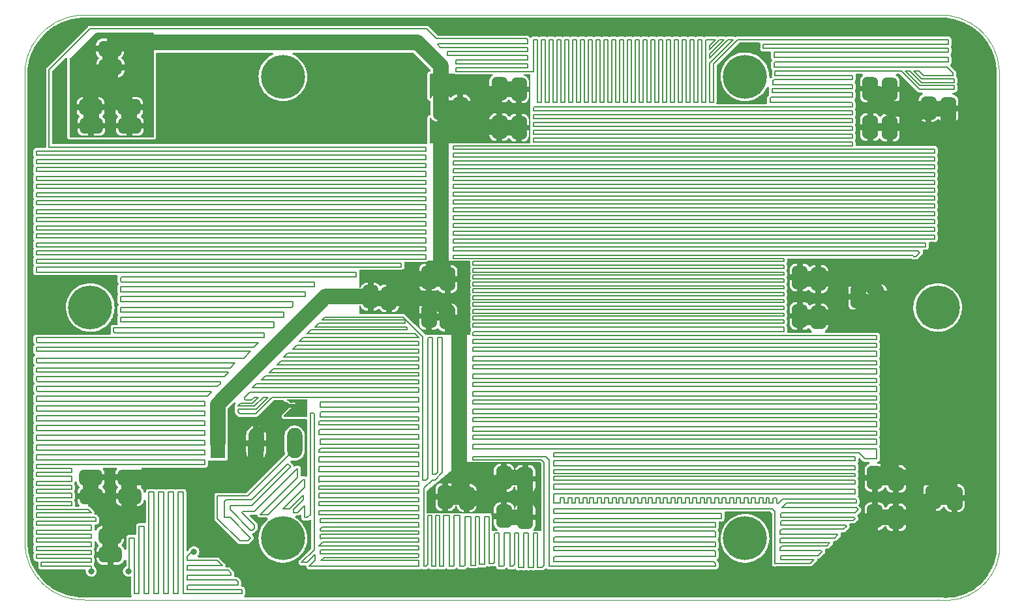
<source format=gbr>
%TF.GenerationSoftware,KiCad,Pcbnew,(6.0.7)*%
%TF.CreationDate,2022-11-15T13:11:22+02:00*%
%TF.ProjectId,Cell_Holder_Board_V2,43656c6c-5f48-46f6-9c64-65725f426f61,rev?*%
%TF.SameCoordinates,Original*%
%TF.FileFunction,Copper,L1,Top*%
%TF.FilePolarity,Positive*%
%FSLAX46Y46*%
G04 Gerber Fmt 4.6, Leading zero omitted, Abs format (unit mm)*
G04 Created by KiCad (PCBNEW (6.0.7)) date 2022-11-15 13:11:22*
%MOMM*%
%LPD*%
G01*
G04 APERTURE LIST*
G04 Aperture macros list*
%AMRoundRect*
0 Rectangle with rounded corners*
0 $1 Rounding radius*
0 $2 $3 $4 $5 $6 $7 $8 $9 X,Y pos of 4 corners*
0 Add a 4 corners polygon primitive as box body*
4,1,4,$2,$3,$4,$5,$6,$7,$8,$9,$2,$3,0*
0 Add four circle primitives for the rounded corners*
1,1,$1+$1,$2,$3*
1,1,$1+$1,$4,$5*
1,1,$1+$1,$6,$7*
1,1,$1+$1,$8,$9*
0 Add four rect primitives between the rounded corners*
20,1,$1+$1,$2,$3,$4,$5,0*
20,1,$1+$1,$4,$5,$6,$7,0*
20,1,$1+$1,$6,$7,$8,$9,0*
20,1,$1+$1,$8,$9,$2,$3,0*%
G04 Aperture macros list end*
%TA.AperFunction,Profile*%
%ADD10C,0.100000*%
%TD*%
%TA.AperFunction,ComponentPad*%
%ADD11RoundRect,0.500000X0.500000X-1.000000X0.500000X1.000000X-0.500000X1.000000X-0.500000X-1.000000X0*%
%TD*%
%TA.AperFunction,ComponentPad*%
%ADD12RoundRect,0.500000X-0.500000X1.000000X-0.500000X-1.000000X0.500000X-1.000000X0.500000X1.000000X0*%
%TD*%
%TA.AperFunction,ConnectorPad*%
%ADD13C,5.700000*%
%TD*%
%TA.AperFunction,ComponentPad*%
%ADD14C,3.600000*%
%TD*%
%TA.AperFunction,SMDPad,CuDef*%
%ADD15C,0.500000*%
%TD*%
%TA.AperFunction,ComponentPad*%
%ADD16RoundRect,0.500000X-1.000000X-0.500000X1.000000X-0.500000X1.000000X0.500000X-1.000000X0.500000X0*%
%TD*%
%TA.AperFunction,ComponentPad*%
%ADD17RoundRect,0.500000X1.000000X0.500000X-1.000000X0.500000X-1.000000X-0.500000X1.000000X-0.500000X0*%
%TD*%
%TA.AperFunction,ComponentPad*%
%ADD18R,1.980000X3.960000*%
%TD*%
%TA.AperFunction,ComponentPad*%
%ADD19O,1.980000X3.960000*%
%TD*%
%TA.AperFunction,ViaPad*%
%ADD20C,0.700000*%
%TD*%
%TA.AperFunction,ViaPad*%
%ADD21C,0.800000*%
%TD*%
%TA.AperFunction,Conductor*%
%ADD22C,0.200000*%
%TD*%
%TA.AperFunction,Conductor*%
%ADD23C,2.000000*%
%TD*%
%TA.AperFunction,Conductor*%
%ADD24C,0.500000*%
%TD*%
%TA.AperFunction,Conductor*%
%ADD25C,1.000000*%
%TD*%
G04 APERTURE END LIST*
D10*
X56278400Y-117520400D02*
G75*
G03*
X64028400Y-124770400I7563800J318200D01*
G01*
X182778400Y-118770400D02*
X182778400Y-55770400D01*
X174778400Y-124770402D02*
G75*
G03*
X182778400Y-118770400I1010310J6986252D01*
G01*
X64028400Y-124770400D02*
X174778400Y-124770400D01*
X174778400Y-48770400D02*
X64778400Y-48770400D01*
X64778401Y-48770393D02*
G75*
G03*
X56278400Y-55770400I-731671J-7772257D01*
G01*
X56278400Y-55770400D02*
X56278400Y-117520400D01*
X182778413Y-55770399D02*
G75*
G03*
X174778400Y-48770400I-7530713J-535101D01*
G01*
%TO.C,NT1*%
G36*
X91152600Y-99792600D02*
G01*
X90152600Y-99792600D01*
X90152600Y-99292600D01*
X91152600Y-99292600D01*
X91152600Y-99792600D01*
G37*
%TD*%
D11*
%TO.P,BT2,1,+*%
%TO.N,+BATT*%
X101162800Y-85358600D03*
X108762800Y-82858600D03*
X108762800Y-87858600D03*
D12*
%TO.P,BT2,2,-*%
%TO.N,GND*%
X156895800Y-82858600D03*
X164495800Y-85358600D03*
X156895800Y-87858600D03*
%TD*%
D11*
%TO.P,BT1,1,+*%
%TO.N,+BATT*%
X120421400Y-58398400D03*
X120421400Y-63398400D03*
X112821400Y-60898400D03*
D12*
%TO.P,BT1,2,-*%
%TO.N,GND*%
X168554400Y-63398400D03*
X168554400Y-58398400D03*
X176154400Y-60898400D03*
%TD*%
D13*
%TO.P,H4,1,1*%
%TO.N,unconnected-(H4-Pad1)*%
X149778400Y-56770400D03*
D14*
X149778400Y-56770400D03*
%TD*%
%TO.P,H6,1,1*%
%TO.N,unconnected-(H6-Pad1)*%
X64778400Y-86770400D03*
D13*
X64778400Y-86770400D03*
%TD*%
D15*
%TO.P,NT1,1,1*%
%TO.N,GND*%
X90152600Y-99542600D03*
%TO.P,NT1,2,2*%
%TO.N,/Heater*%
X91152600Y-99542600D03*
%TD*%
D13*
%TO.P,H2,1,1*%
%TO.N,unconnected-(H2-Pad1)*%
X149778400Y-116770400D03*
D14*
X149778400Y-116770400D03*
%TD*%
D11*
%TO.P,BT3,1,+*%
%TO.N,+BATT*%
X121246900Y-114029000D03*
X121246900Y-109029000D03*
X113646900Y-111529000D03*
D12*
%TO.P,BT3,2,-*%
%TO.N,GND*%
X169379900Y-114029000D03*
X169379900Y-109029000D03*
X176979900Y-111529000D03*
%TD*%
D16*
%TO.P,BT4,1,+*%
%TO.N,+BATT*%
X64897000Y-63144400D03*
X67397000Y-55544400D03*
X69897000Y-63144400D03*
D17*
%TO.P,BT4,2,-*%
%TO.N,GND*%
X69897000Y-111277400D03*
X64897000Y-111277400D03*
X67397000Y-118877400D03*
%TD*%
D18*
%TO.P,J1,1,Pin_1*%
%TO.N,+BATT*%
X81305400Y-104394000D03*
D19*
%TO.P,J1,2,Pin_2*%
%TO.N,GND*%
X86305400Y-104394000D03*
%TO.P,J1,3,Pin_3*%
%TO.N,/Heater*%
X91305400Y-104394000D03*
%TD*%
D13*
%TO.P,H1,1,1*%
%TO.N,unconnected-(H1-Pad1)*%
X89778400Y-116770400D03*
D14*
X89778400Y-116770400D03*
%TD*%
%TO.P,H3,1,1*%
%TO.N,unconnected-(H3-Pad1)*%
X174778400Y-86770400D03*
D13*
X174778400Y-86770400D03*
%TD*%
%TO.P,H5,1,1*%
%TO.N,unconnected-(H5-Pad1)*%
X89778400Y-56770400D03*
D14*
X89778400Y-56770400D03*
%TD*%
D12*
%TO.P,BT7,1,+*%
%TO.N,+BATT*%
X117881400Y-58318400D03*
X117881400Y-63318400D03*
X110281400Y-60818400D03*
D11*
%TO.P,BT7,2,-*%
%TO.N,GND*%
X166014400Y-58318400D03*
X166014400Y-63318400D03*
X173614400Y-60818400D03*
%TD*%
D17*
%TO.P,BT5,1,+*%
%TO.N,+BATT*%
X64833000Y-60718700D03*
X67333000Y-53118700D03*
X69833000Y-60718700D03*
D16*
%TO.P,BT5,2,-*%
%TO.N,GND*%
X67333000Y-116451700D03*
X64833000Y-108851700D03*
X69833000Y-108851700D03*
%TD*%
D12*
%TO.P,BT6,1,+*%
%TO.N,+BATT*%
X110878300Y-111381400D03*
X118478300Y-113881400D03*
X118478300Y-108881400D03*
D11*
%TO.P,BT6,2,-*%
%TO.N,GND*%
X166611300Y-108881400D03*
X174211300Y-111381400D03*
X166611300Y-113881400D03*
%TD*%
D12*
%TO.P,BT8,1,+*%
%TO.N,+BATT*%
X103550400Y-85558000D03*
X111150400Y-88058000D03*
X111150400Y-83058000D03*
D11*
%TO.P,BT8,2,-*%
%TO.N,GND*%
X166883400Y-85558000D03*
X159283400Y-83058000D03*
X159283400Y-88058000D03*
%TD*%
D20*
%TO.N,GND*%
X181063400Y-120567600D03*
X181063400Y-119567600D03*
X181063400Y-118567600D03*
X181063400Y-117567600D03*
X181063400Y-116567600D03*
X181063400Y-115567600D03*
X181063400Y-114567600D03*
X181063400Y-113567600D03*
X181063400Y-112567600D03*
X181063400Y-111567600D03*
X181063400Y-110567600D03*
X181063400Y-109567600D03*
X181063400Y-108567600D03*
X181063400Y-107567600D03*
X181063400Y-89567600D03*
X181063400Y-88567600D03*
X181063400Y-87567600D03*
X181063400Y-86567600D03*
X181063400Y-85567600D03*
X181063400Y-84567600D03*
X181063400Y-83567600D03*
X181063400Y-62567600D03*
X181063400Y-61567600D03*
X181063400Y-60567600D03*
X181063400Y-59567600D03*
X181063400Y-58567600D03*
X181063400Y-57567600D03*
X181063400Y-56567600D03*
X181063400Y-55567600D03*
X181063400Y-54567600D03*
X181063400Y-53567600D03*
X180063400Y-121567600D03*
X180063400Y-120567600D03*
X180063400Y-119567600D03*
X180063400Y-118567600D03*
X180063400Y-117567600D03*
X180063400Y-116567600D03*
X180063400Y-115567600D03*
X180063400Y-114567600D03*
X180063400Y-113567600D03*
X180063400Y-112567600D03*
X180063400Y-111567600D03*
X180063400Y-110567600D03*
X180063400Y-109567600D03*
X180063400Y-108567600D03*
X180063400Y-107567600D03*
X180063400Y-89567600D03*
X180063400Y-88567600D03*
X180063400Y-87567600D03*
X180063400Y-86567600D03*
X180063400Y-85567600D03*
X180063400Y-84567600D03*
X180063400Y-83567600D03*
X180063400Y-62567600D03*
X180063400Y-61567600D03*
X180063400Y-60567600D03*
X180063400Y-59567600D03*
X180063400Y-58567600D03*
X180063400Y-57567600D03*
X180063400Y-56567600D03*
X180063400Y-55567600D03*
X180063400Y-54567600D03*
X180063400Y-53567600D03*
X180063400Y-52567600D03*
X179063400Y-122567600D03*
X179063400Y-121567600D03*
X179063400Y-120567600D03*
X179063400Y-119567600D03*
X179063400Y-118567600D03*
X179063400Y-117567600D03*
X179063400Y-116567600D03*
X179063400Y-115567600D03*
X179063400Y-114567600D03*
X179063400Y-113567600D03*
X179063400Y-112567600D03*
X179063400Y-111567600D03*
X179063400Y-110567600D03*
X179063400Y-109567600D03*
X179063400Y-108567600D03*
X179063400Y-107567600D03*
X179063400Y-89567600D03*
X179063400Y-88567600D03*
X179063400Y-87567600D03*
X179063400Y-86567600D03*
X179063400Y-85567600D03*
X179063400Y-84567600D03*
X179063400Y-83567600D03*
X179063400Y-62567600D03*
X179063400Y-61567600D03*
X179063400Y-60567600D03*
X179063400Y-59567600D03*
X179063400Y-58567600D03*
X179063400Y-57567600D03*
X179063400Y-56567600D03*
X179063400Y-55567600D03*
X179063400Y-54567600D03*
X179063400Y-53567600D03*
X179063400Y-52567600D03*
X179063400Y-51567600D03*
X178063400Y-122567600D03*
X178063400Y-121567600D03*
X178063400Y-120567600D03*
X178063400Y-119567600D03*
X178063400Y-118567600D03*
X178063400Y-117567600D03*
X178063400Y-116567600D03*
X178063400Y-115567600D03*
X178063400Y-114567600D03*
X178063400Y-108567600D03*
X178063400Y-107567600D03*
X178063400Y-89567600D03*
X178063400Y-88567600D03*
X178063400Y-84567600D03*
X178063400Y-83567600D03*
X178063400Y-62567600D03*
X178063400Y-61567600D03*
X178063400Y-60567600D03*
X178063400Y-59567600D03*
X178063400Y-58567600D03*
X178063400Y-57567600D03*
X178063400Y-56567600D03*
X178063400Y-55567600D03*
X178063400Y-54567600D03*
X178063400Y-53567600D03*
X178063400Y-52567600D03*
X178063400Y-51567600D03*
X178063400Y-50567600D03*
X177063400Y-123567600D03*
X177063400Y-116567600D03*
X177063400Y-115567600D03*
X177063400Y-114567600D03*
X177063400Y-107567600D03*
X177063400Y-83567600D03*
X177063400Y-54567600D03*
X177063400Y-53567600D03*
X177063400Y-52567600D03*
X177063400Y-51567600D03*
X177063400Y-50567600D03*
X176063400Y-123567600D03*
X176063400Y-116567600D03*
X176063400Y-115567600D03*
X176063400Y-114567600D03*
X176063400Y-50567600D03*
X175063400Y-123567600D03*
X175063400Y-116567600D03*
X175063400Y-115567600D03*
X175063400Y-114567600D03*
X175063400Y-50567600D03*
X174063400Y-123567600D03*
X174063400Y-116567600D03*
X174063400Y-115567600D03*
X174063400Y-50567600D03*
X173063400Y-123567600D03*
X173063400Y-116567600D03*
X173063400Y-50567600D03*
X172063400Y-123567600D03*
X172063400Y-116567600D03*
X172063400Y-50567600D03*
X171063400Y-123567600D03*
X171063400Y-116567600D03*
X171063400Y-110567600D03*
X171063400Y-87567600D03*
X171063400Y-58567600D03*
X171063400Y-50567600D03*
X170063400Y-123567600D03*
X170063400Y-116567600D03*
X170063400Y-111567600D03*
X170063400Y-50567600D03*
X169063400Y-123567600D03*
X169063400Y-116567600D03*
X169063400Y-111567600D03*
X169063400Y-50567600D03*
X168063400Y-123567600D03*
X168063400Y-116567600D03*
X168063400Y-111567600D03*
X168063400Y-50567600D03*
X167063400Y-123567600D03*
X167063400Y-111567600D03*
X167063400Y-50567600D03*
X166063400Y-123567600D03*
X166063400Y-111567600D03*
X166063400Y-50567600D03*
X165063400Y-123567600D03*
X165063400Y-111567600D03*
X165063400Y-50567600D03*
X164063400Y-123567600D03*
X163063400Y-123567600D03*
X162063400Y-123567600D03*
X161063400Y-123567600D03*
X161063400Y-85567600D03*
X160063400Y-85567600D03*
X159063400Y-85567600D03*
X158063400Y-85567600D03*
X157063400Y-85567600D03*
X156063400Y-85567600D03*
X150063400Y-50567600D03*
X149063400Y-50567600D03*
X148063400Y-50567600D03*
X147063400Y-50567600D03*
X108063400Y-63567600D03*
X108063400Y-62567600D03*
X108063400Y-61567600D03*
X108063400Y-60567600D03*
X95063400Y-58567600D03*
X95063400Y-57567600D03*
X95063400Y-56567600D03*
X92063400Y-101567600D03*
X92063400Y-60567600D03*
X91063400Y-101567600D03*
X91063400Y-60567600D03*
X90063400Y-60567600D03*
X89063400Y-60567600D03*
X88063400Y-106567600D03*
X88063400Y-60567600D03*
X87063400Y-60567600D03*
X87063400Y-59567600D03*
X86063400Y-60567600D03*
X86063400Y-59567600D03*
X86063400Y-58567600D03*
X86063400Y-57567600D03*
X86063400Y-56567600D03*
X86063400Y-55567600D03*
X86063400Y-54567600D03*
X84063400Y-102567600D03*
X83063400Y-106567600D03*
X83063400Y-102567600D03*
X69063400Y-123567600D03*
X69063400Y-122567600D03*
X68063400Y-123567600D03*
X68063400Y-122567600D03*
X67063400Y-123567600D03*
X67063400Y-122567600D03*
X67063400Y-109567600D03*
X67063400Y-108567600D03*
X67063400Y-83567600D03*
X66063400Y-123567600D03*
X66063400Y-122567600D03*
X65063400Y-123567600D03*
X65063400Y-122567600D03*
X64063400Y-123567600D03*
X64063400Y-122567600D03*
X63063400Y-123567600D03*
X63063400Y-122567600D03*
X63063400Y-121567600D03*
X63063400Y-50567600D03*
X62063400Y-123567600D03*
X62063400Y-122567600D03*
X62063400Y-121567600D03*
X62063400Y-89567600D03*
X62063400Y-83567600D03*
X62063400Y-51567600D03*
X62063400Y-50567600D03*
X61063400Y-122567600D03*
X61063400Y-121567600D03*
X61063400Y-89567600D03*
X61063400Y-88567600D03*
X61063400Y-87567600D03*
X61063400Y-86567600D03*
X61063400Y-85567600D03*
X61063400Y-84567600D03*
X61063400Y-83567600D03*
X61063400Y-64567600D03*
X61063400Y-63567600D03*
X61063400Y-62567600D03*
X61063400Y-52567600D03*
X61063400Y-51567600D03*
X61063400Y-50567600D03*
X60063400Y-122567600D03*
X60063400Y-121567600D03*
X60063400Y-89567600D03*
X60063400Y-88567600D03*
X60063400Y-87567600D03*
X60063400Y-86567600D03*
X60063400Y-85567600D03*
X60063400Y-84567600D03*
X60063400Y-83567600D03*
X60063400Y-53567600D03*
X60063400Y-52567600D03*
X60063400Y-51567600D03*
X59063400Y-121567600D03*
X59063400Y-89567600D03*
X59063400Y-88567600D03*
X59063400Y-87567600D03*
X59063400Y-86567600D03*
X59063400Y-85567600D03*
X59063400Y-84567600D03*
X59063400Y-83567600D03*
X59063400Y-54567600D03*
X59063400Y-53567600D03*
X59063400Y-52567600D03*
X58063400Y-89567600D03*
X58063400Y-88567600D03*
X58063400Y-87567600D03*
X58063400Y-86567600D03*
X58063400Y-85567600D03*
X58063400Y-84567600D03*
X58063400Y-83567600D03*
X58063400Y-65567600D03*
X58063400Y-64567600D03*
X58063400Y-63567600D03*
X58063400Y-62567600D03*
X58063400Y-55567600D03*
X58063400Y-54567600D03*
X58063400Y-53567600D03*
D21*
X146812000Y-59944000D03*
X60325000Y-59817000D03*
X60325000Y-60833000D03*
X60325000Y-57531000D03*
X83566000Y-104394000D03*
X58166000Y-59817000D03*
X58166000Y-60960000D03*
X58166000Y-58674000D03*
X88773000Y-104394000D03*
X60325000Y-58674000D03*
X58166000Y-57531000D03*
%TO.N,/Heater*%
X64897000Y-121031000D03*
X78232000Y-118491000D03*
X92075000Y-99568000D03*
X91389200Y-100101400D03*
X69723000Y-121031000D03*
%TD*%
D22*
%TO.N,/Heater*%
X109156500Y-109156500D02*
X108077000Y-110236000D01*
X109156500Y-109156500D02*
X109537500Y-109156500D01*
X108077000Y-120396000D02*
X108077000Y-110236000D01*
X91305400Y-105163600D02*
X91305400Y-104394000D01*
X85217000Y-111252000D02*
X91305400Y-105163600D01*
X81280000Y-111252000D02*
X85217000Y-111252000D01*
X81280000Y-114173000D02*
X81280000Y-111252000D01*
X84201000Y-117094000D02*
X81280000Y-114173000D01*
X85217000Y-117094000D02*
X84201000Y-117094000D01*
X82931000Y-114046000D02*
X85598000Y-116713000D01*
X85725000Y-111760000D02*
X82423000Y-111760000D01*
X85725000Y-112522000D02*
X90805000Y-107442000D01*
X86106000Y-115062000D02*
X86106000Y-115443000D01*
X84455000Y-113411000D02*
X86106000Y-115062000D01*
X86106000Y-113284000D02*
X84582000Y-113284000D01*
X91694000Y-108839000D02*
X91694000Y-107696000D01*
X86868000Y-113665000D02*
X91694000Y-108839000D01*
X87884000Y-113665000D02*
X86868000Y-113665000D01*
X92456000Y-109093000D02*
X87884000Y-113665000D01*
X92583000Y-110109000D02*
X92583000Y-109093000D01*
X89789000Y-112903000D02*
X92583000Y-110109000D01*
X90678000Y-112903000D02*
X89789000Y-112903000D01*
X92456000Y-111760000D02*
X92456000Y-111125000D01*
X91186000Y-113411000D02*
X91186000Y-113030000D01*
X92583000Y-112522000D02*
X91694000Y-113411000D01*
X92583000Y-114046000D02*
X92583000Y-112522000D01*
X92964000Y-114046000D02*
X92583000Y-114046000D01*
X93345000Y-113665000D02*
X92964000Y-114046000D01*
X93853000Y-100584000D02*
X93726000Y-100457000D01*
X93853000Y-118237000D02*
X93853000Y-100584000D01*
X93980000Y-118872000D02*
X92964000Y-119888000D01*
X93218000Y-120396000D02*
X93980000Y-119634000D01*
X94742000Y-119634000D02*
X107442000Y-119634000D01*
X94615000Y-118745000D02*
X107442000Y-118745000D01*
X94615000Y-118364000D02*
X94615000Y-118745000D01*
X107442000Y-118237000D02*
X94742000Y-118237000D01*
X107442000Y-117729000D02*
X107442000Y-118237000D01*
X94996000Y-117221000D02*
X94488000Y-117729000D01*
X107442000Y-117221000D02*
X94996000Y-117221000D01*
X94869000Y-116713000D02*
X107442000Y-116713000D01*
X94615000Y-116332000D02*
X94615000Y-116713000D01*
X94615000Y-115697000D02*
X94742000Y-115824000D01*
X94615000Y-115570000D02*
X94615000Y-115697000D01*
X107442000Y-115316000D02*
X94869000Y-115316000D01*
X94615000Y-114681000D02*
X107442000Y-114681000D01*
X94615000Y-114173000D02*
X94615000Y-114681000D01*
X107442000Y-114173000D02*
X94615000Y-114173000D01*
X92964000Y-119888000D02*
X92202000Y-119888000D01*
X94488000Y-113665000D02*
X107442000Y-113665000D01*
X84582000Y-113284000D02*
X84455000Y-113411000D01*
X94488000Y-113157000D02*
X94488000Y-113665000D01*
X107442000Y-113157000D02*
X94488000Y-113157000D01*
X93726000Y-100457000D02*
X93345000Y-100457000D01*
X107442000Y-112522000D02*
X107442000Y-113157000D01*
X94488000Y-112522000D02*
X107442000Y-112522000D01*
X94488000Y-112014000D02*
X94488000Y-112522000D01*
X107442000Y-112014000D02*
X94488000Y-112014000D01*
X107442000Y-111506000D02*
X107442000Y-112014000D01*
X94488000Y-111506000D02*
X107442000Y-111506000D01*
X94488000Y-110871000D02*
X94488000Y-111506000D01*
X107442000Y-110871000D02*
X94488000Y-110871000D01*
X94488000Y-110363000D02*
X107442000Y-110363000D01*
X107442000Y-109982000D02*
X94488000Y-109982000D01*
X82169000Y-112014000D02*
X82169000Y-114046000D01*
X94615000Y-109347000D02*
X107442000Y-109347000D01*
X94488000Y-109474000D02*
X94615000Y-109347000D01*
X94488000Y-108712000D02*
X94488000Y-109474000D01*
X92202000Y-119888000D02*
X93853000Y-118237000D01*
X107442000Y-108712000D02*
X94488000Y-108712000D01*
X94488000Y-107442000D02*
X94488000Y-108077000D01*
X94742000Y-116840000D02*
X94869000Y-116713000D01*
X94488000Y-106807000D02*
X107442000Y-106807000D01*
X94488000Y-106172000D02*
X94488000Y-106807000D01*
X107442000Y-106172000D02*
X94488000Y-106172000D01*
X107442000Y-105537000D02*
X107442000Y-106172000D01*
X94488000Y-105283000D02*
X94488000Y-105537000D01*
X107442000Y-104521000D02*
X107442000Y-105029000D01*
X85598000Y-115697000D02*
X82931000Y-113030000D01*
X94615000Y-103886000D02*
X94615000Y-104521000D01*
X94488000Y-103251000D02*
X107442000Y-103251000D01*
X94615000Y-102616000D02*
X94488000Y-102743000D01*
X107442000Y-102616000D02*
X94615000Y-102616000D01*
X94615000Y-101473000D02*
X94488000Y-101600000D01*
X93980000Y-119634000D02*
X93980000Y-118872000D01*
X107442000Y-101473000D02*
X94615000Y-101473000D01*
X94742000Y-116205000D02*
X94615000Y-116332000D01*
X94742000Y-100330000D02*
X94615000Y-100457000D01*
X107442000Y-100330000D02*
X94742000Y-100330000D01*
X107442000Y-99695000D02*
X107442000Y-100330000D01*
X107442000Y-108077000D02*
X107442000Y-108712000D01*
X107442000Y-99060000D02*
X94615000Y-99060000D01*
X88392000Y-98425000D02*
X107442000Y-98425000D01*
X91694000Y-113411000D02*
X91186000Y-113411000D01*
X83947000Y-100330000D02*
X84201000Y-100584000D01*
X83947000Y-99949000D02*
X83947000Y-100330000D01*
X94615000Y-100457000D02*
X94615000Y-100965000D01*
X87884000Y-98425000D02*
X86360000Y-99949000D01*
X86614000Y-98425000D02*
X85852000Y-99187000D01*
X107442000Y-114681000D02*
X107442000Y-115316000D01*
X82169000Y-114046000D02*
X82931000Y-114046000D01*
X86042500Y-98425000D02*
X86614000Y-98425000D01*
X84963000Y-98806000D02*
X85661500Y-98806000D01*
X84836000Y-98679000D02*
X84963000Y-98806000D01*
X85471000Y-97790000D02*
X84836000Y-98425000D01*
X94488000Y-108077000D02*
X107442000Y-108077000D01*
X85852000Y-115697000D02*
X85598000Y-115697000D01*
X107442000Y-97790000D02*
X85471000Y-97790000D01*
X107442000Y-97155000D02*
X107442000Y-97790000D01*
X85852000Y-97155000D02*
X107442000Y-97155000D01*
X94488000Y-102743000D02*
X94488000Y-103251000D01*
X86360000Y-96647000D02*
X85852000Y-97155000D01*
X107442000Y-96647000D02*
X86360000Y-96647000D01*
X87503000Y-95631000D02*
X86995000Y-96139000D01*
X107442000Y-95250000D02*
X107442000Y-95631000D01*
X88011000Y-95250000D02*
X107442000Y-95250000D01*
X107442000Y-94742000D02*
X88519000Y-94742000D01*
X107442000Y-94234000D02*
X107442000Y-94742000D01*
X89535000Y-93726000D02*
X89027000Y-94234000D01*
X89916000Y-93218000D02*
X107442000Y-93218000D01*
X107442000Y-92710000D02*
X90424000Y-92710000D01*
X107442000Y-92202000D02*
X107442000Y-92710000D01*
X91059000Y-92202000D02*
X107442000Y-92202000D01*
X91567000Y-91694000D02*
X91059000Y-92202000D01*
X107442000Y-91186000D02*
X107442000Y-91694000D01*
X93345000Y-100457000D02*
X93345000Y-113665000D01*
X91948000Y-91186000D02*
X107442000Y-91186000D01*
X92456000Y-90678000D02*
X91948000Y-91186000D01*
X94488000Y-109982000D02*
X94488000Y-110363000D01*
X90805000Y-107442000D02*
X90424000Y-107061000D01*
X106934000Y-90170000D02*
X107442000Y-90678000D01*
X92964000Y-90170000D02*
X106934000Y-90170000D01*
X94615000Y-116713000D02*
X94742000Y-116840000D01*
X105918000Y-89662000D02*
X93472000Y-89662000D01*
X105918000Y-89281000D02*
X105918000Y-89662000D01*
X94869000Y-115316000D02*
X94615000Y-115570000D01*
X93980000Y-89281000D02*
X105918000Y-89281000D01*
X105664000Y-88773000D02*
X94488000Y-88773000D01*
X94869000Y-88392000D02*
X105664000Y-88392000D01*
X107442000Y-93218000D02*
X107442000Y-93726000D01*
X95250000Y-88011000D02*
X94869000Y-88392000D01*
X105410000Y-88011000D02*
X95250000Y-88011000D01*
X107950000Y-90551000D02*
X105410000Y-88011000D01*
X107950000Y-109220000D02*
X107950000Y-90551000D01*
X107442000Y-103886000D02*
X94615000Y-103886000D01*
X108331000Y-109220000D02*
X107950000Y-109220000D01*
X94615000Y-99695000D02*
X107442000Y-99695000D01*
X108585000Y-108966000D02*
X108331000Y-109220000D01*
X108585000Y-90805000D02*
X108585000Y-108966000D01*
X108712000Y-90678000D02*
X108585000Y-90805000D01*
X107442000Y-98425000D02*
X107442000Y-99060000D01*
X109220000Y-90678000D02*
X108712000Y-90678000D01*
X107442000Y-95631000D02*
X87503000Y-95631000D01*
X109601000Y-108458000D02*
X109220000Y-108458000D01*
X88519000Y-94742000D02*
X88011000Y-95250000D01*
X109855000Y-108204000D02*
X109601000Y-108458000D01*
X109855000Y-90678000D02*
X109855000Y-108204000D01*
X110490000Y-90678000D02*
X109855000Y-90678000D01*
X85852000Y-99187000D02*
X84328000Y-99187000D01*
X110490000Y-108204000D02*
X110490000Y-90678000D01*
X109537500Y-109156500D02*
X110490000Y-108204000D01*
X107442000Y-91694000D02*
X91567000Y-91694000D01*
X108585000Y-120142000D02*
X108331000Y-120396000D01*
X108585000Y-113792000D02*
X108585000Y-120142000D01*
X109093000Y-120396000D02*
X109093000Y-113792000D01*
X109601000Y-120396000D02*
X109093000Y-120396000D01*
X110109000Y-120396000D02*
X110109000Y-113792000D01*
X110617000Y-120396000D02*
X110109000Y-120396000D01*
X105664000Y-88392000D02*
X105664000Y-88773000D01*
X110617000Y-113792000D02*
X110617000Y-120396000D01*
X90424000Y-107061000D02*
X85725000Y-111760000D01*
X112014000Y-120269000D02*
X111887000Y-120396000D01*
X107442000Y-100965000D02*
X107442000Y-101473000D01*
X112776000Y-113792000D02*
X112014000Y-113792000D01*
X113284000Y-120396000D02*
X112776000Y-120396000D01*
X113411000Y-120269000D02*
X113284000Y-120396000D01*
X114173000Y-113919000D02*
X113411000Y-113919000D01*
X114173000Y-120269000D02*
X114173000Y-113919000D01*
X85661500Y-98806000D02*
X86042500Y-98425000D01*
X107442000Y-103251000D02*
X107442000Y-103886000D01*
X114808000Y-120269000D02*
X114173000Y-120269000D01*
X114808000Y-113919000D02*
X114808000Y-120269000D01*
X115316000Y-113919000D02*
X114808000Y-113919000D01*
X115316000Y-120142000D02*
X115316000Y-113919000D01*
X115951000Y-120142000D02*
X115316000Y-120142000D01*
X86233000Y-100584000D02*
X88392000Y-98425000D01*
X115951000Y-113919000D02*
X115951000Y-120142000D01*
X94742000Y-115824000D02*
X107442000Y-115824000D01*
X82423000Y-111760000D02*
X82169000Y-112014000D01*
X116586000Y-113919000D02*
X115951000Y-113919000D01*
X107442000Y-93726000D02*
X89535000Y-93726000D01*
X94742000Y-118237000D02*
X94615000Y-118364000D01*
X116586000Y-120015000D02*
X116586000Y-113919000D01*
X117094000Y-120015000D02*
X116586000Y-120015000D01*
X117221000Y-119888000D02*
X117094000Y-120015000D01*
X117348000Y-116078000D02*
X117221000Y-116205000D01*
X117856000Y-116078000D02*
X117348000Y-116078000D01*
X117856000Y-120396000D02*
X117856000Y-116078000D01*
X84328000Y-99187000D02*
X83947000Y-99568000D01*
X94488000Y-101981000D02*
X107442000Y-101981000D01*
X118364000Y-120396000D02*
X117856000Y-120396000D01*
X94488000Y-88773000D02*
X93980000Y-89281000D01*
X118491000Y-116078000D02*
X118491000Y-120269000D01*
X119253000Y-116078000D02*
X118491000Y-116078000D01*
X91186000Y-113030000D02*
X92456000Y-111760000D01*
X119253000Y-120396000D02*
X119253000Y-116078000D01*
X86360000Y-99949000D02*
X83947000Y-99949000D01*
X119634000Y-120396000D02*
X119253000Y-120396000D01*
X107442000Y-119634000D02*
X107442000Y-120396000D01*
X86106000Y-115443000D02*
X85852000Y-115697000D01*
X119888000Y-116078000D02*
X119888000Y-120142000D01*
X111887000Y-120396000D02*
X111379000Y-120396000D01*
X107442000Y-105029000D02*
X94742000Y-105029000D01*
X120396000Y-116078000D02*
X119888000Y-116078000D01*
X110109000Y-113792000D02*
X109601000Y-113792000D01*
X89027000Y-94234000D02*
X107442000Y-94234000D01*
X120396000Y-120523000D02*
X120396000Y-116078000D01*
X121031000Y-120523000D02*
X120396000Y-120523000D01*
X92583000Y-109093000D02*
X92456000Y-109093000D01*
X121666000Y-116078000D02*
X121031000Y-116078000D01*
X94488000Y-101600000D02*
X94488000Y-101981000D01*
X121666000Y-120523000D02*
X121666000Y-116078000D01*
X122301000Y-116078000D02*
X122301000Y-120523000D01*
X122809000Y-116078000D02*
X122301000Y-116078000D01*
X122809000Y-120523000D02*
X122809000Y-116078000D01*
X123444000Y-120523000D02*
X122809000Y-120523000D01*
X123698000Y-120269000D02*
X123444000Y-120523000D01*
X107315000Y-119253000D02*
X95123000Y-119253000D01*
X123698000Y-106934000D02*
X123698000Y-120269000D01*
X123317000Y-106553000D02*
X123698000Y-106934000D01*
X114427000Y-106553000D02*
X123317000Y-106553000D01*
X114427000Y-106172000D02*
X114427000Y-106553000D01*
X123952000Y-106172000D02*
X114427000Y-106172000D01*
X94615000Y-100965000D02*
X107442000Y-100965000D01*
X124333000Y-106553000D02*
X123952000Y-106172000D01*
X109601000Y-113792000D02*
X109601000Y-120396000D01*
X107442000Y-90678000D02*
X92456000Y-90678000D01*
X94488000Y-105537000D02*
X107442000Y-105537000D01*
X124333000Y-120396000D02*
X124333000Y-106553000D01*
X145923000Y-120396000D02*
X124333000Y-120396000D01*
X82931000Y-112522000D02*
X85725000Y-112522000D01*
X145923000Y-120015000D02*
X145923000Y-120396000D01*
X145669000Y-119761000D02*
X145923000Y-120015000D01*
X124968000Y-119253000D02*
X124968000Y-119761000D01*
X84201000Y-100584000D02*
X86233000Y-100584000D01*
X125095000Y-119126000D02*
X124968000Y-119253000D01*
X94742000Y-105029000D02*
X94488000Y-105283000D01*
X145923000Y-119126000D02*
X125095000Y-119126000D01*
X107442000Y-116205000D02*
X94742000Y-116205000D01*
X145923000Y-118491000D02*
X145923000Y-119126000D01*
X109220000Y-108458000D02*
X109220000Y-90678000D01*
X145796000Y-118364000D02*
X145923000Y-118491000D01*
X86995000Y-96139000D02*
X107442000Y-96139000D01*
X124968000Y-118364000D02*
X145796000Y-118364000D01*
X145923000Y-117856000D02*
X124968000Y-117856000D01*
X124968000Y-119761000D02*
X145669000Y-119761000D01*
X107442000Y-115824000D02*
X107442000Y-116205000D01*
X145923000Y-117221000D02*
X145923000Y-117856000D01*
X91694000Y-107696000D02*
X86106000Y-113284000D01*
X125095000Y-116586000D02*
X124968000Y-116713000D01*
X94615000Y-99060000D02*
X94615000Y-99695000D01*
X85598000Y-116713000D02*
X85217000Y-117094000D01*
X145923000Y-116586000D02*
X125095000Y-116586000D01*
X112776000Y-120396000D02*
X112776000Y-113792000D01*
X145923000Y-115951000D02*
X145923000Y-116586000D01*
X145796000Y-115824000D02*
X145923000Y-115951000D01*
X124968000Y-115824000D02*
X145796000Y-115824000D01*
X124968000Y-115316000D02*
X124968000Y-115824000D01*
X112014000Y-113792000D02*
X112014000Y-120269000D01*
X145923000Y-115316000D02*
X124968000Y-115316000D01*
X145923000Y-114681000D02*
X145923000Y-115316000D01*
X107442000Y-106807000D02*
X107442000Y-107442000D01*
X124968000Y-114681000D02*
X145923000Y-114681000D01*
X107442000Y-109347000D02*
X107442000Y-109982000D01*
X107442000Y-119126000D02*
X107315000Y-119253000D01*
X124968000Y-114300000D02*
X124968000Y-114681000D01*
X94488000Y-117729000D02*
X107442000Y-117729000D01*
X125095000Y-114173000D02*
X124968000Y-114300000D01*
X146685000Y-114173000D02*
X125095000Y-114173000D01*
X83947000Y-99568000D02*
X86106000Y-99568000D01*
X146685000Y-113538000D02*
X146685000Y-114173000D01*
X124968000Y-113538000D02*
X146685000Y-113538000D01*
X121031000Y-116078000D02*
X121031000Y-120523000D01*
X87249000Y-98425000D02*
X87884000Y-98425000D01*
X124968000Y-112903000D02*
X124968000Y-113538000D01*
X153289000Y-112903000D02*
X124968000Y-112903000D01*
X158242000Y-120015000D02*
X153670000Y-120015000D01*
X124968000Y-116713000D02*
X124968000Y-117221000D01*
X154432000Y-119507000D02*
X158750000Y-119507000D01*
X154432000Y-118999000D02*
X154432000Y-119507000D01*
X159258000Y-118999000D02*
X154432000Y-118999000D01*
X159766000Y-118491000D02*
X159258000Y-118999000D01*
X154559000Y-117729000D02*
X154305000Y-117983000D01*
X160401000Y-117729000D02*
X154559000Y-117729000D01*
X160782000Y-117348000D02*
X160401000Y-117729000D01*
X154305000Y-118364000D02*
X159639000Y-118364000D01*
X93472000Y-89662000D02*
X92964000Y-90170000D01*
X107442000Y-110363000D02*
X107442000Y-110871000D01*
X107442000Y-118745000D02*
X107442000Y-119126000D01*
X161798000Y-116332000D02*
X161417000Y-116713000D01*
X161671000Y-116205000D02*
X161798000Y-116332000D01*
X82931000Y-113030000D02*
X82931000Y-112522000D01*
X154305000Y-116205000D02*
X161671000Y-116205000D01*
X159639000Y-118364000D02*
X159766000Y-118491000D01*
X162560000Y-115570000D02*
X154559000Y-115570000D01*
X154432000Y-115062000D02*
X162814000Y-115062000D01*
X154432000Y-116713000D02*
X154305000Y-116840000D01*
X154432000Y-114554000D02*
X154432000Y-115062000D01*
X111379000Y-113792000D02*
X110617000Y-113792000D01*
X107442000Y-113665000D02*
X107442000Y-114173000D01*
X164084000Y-114173000D02*
X163830000Y-114427000D01*
X107442000Y-107442000D02*
X94488000Y-107442000D01*
X154432000Y-114046000D02*
X163957000Y-114046000D01*
X107442000Y-96139000D02*
X107442000Y-96647000D01*
X94615000Y-104521000D02*
X107442000Y-104521000D01*
X164084000Y-113411000D02*
X154559000Y-113411000D01*
X164465000Y-113030000D02*
X164084000Y-113411000D01*
X154305000Y-115824000D02*
X154305000Y-116205000D01*
X163830000Y-114427000D02*
X154559000Y-114427000D01*
X86106000Y-99568000D02*
X87249000Y-98425000D01*
X92456000Y-111125000D02*
X90678000Y-112903000D01*
X154559000Y-112776000D02*
X164211000Y-112776000D01*
X155194000Y-112141000D02*
X154559000Y-112776000D01*
X163957000Y-114046000D02*
X164084000Y-114173000D01*
X164211000Y-112141000D02*
X155194000Y-112141000D01*
X158750000Y-119507000D02*
X158242000Y-120015000D01*
X164211000Y-111760000D02*
X164211000Y-112141000D01*
X153670000Y-113284000D02*
X153289000Y-112903000D01*
X164084000Y-111633000D02*
X164211000Y-111760000D01*
X154432000Y-113538000D02*
X154432000Y-114046000D01*
X124968000Y-117856000D02*
X124968000Y-118364000D01*
X161417000Y-116713000D02*
X154432000Y-116713000D01*
X154686000Y-111633000D02*
X164084000Y-111633000D01*
X122301000Y-120523000D02*
X121666000Y-120523000D01*
X154051000Y-112268000D02*
X154686000Y-111633000D01*
X153924000Y-112141000D02*
X154051000Y-112268000D01*
X162814000Y-115062000D02*
X162941000Y-115189000D01*
X153924000Y-111633000D02*
X153924000Y-112141000D01*
X109093000Y-113792000D02*
X108585000Y-113792000D01*
X153797000Y-111506000D02*
X153924000Y-111633000D01*
X153543000Y-111506000D02*
X153797000Y-111506000D01*
X107442000Y-101981000D02*
X107442000Y-102616000D01*
X153416000Y-111633000D02*
X153543000Y-111506000D01*
X84836000Y-98425000D02*
X84836000Y-98679000D01*
X107442000Y-116713000D02*
X107442000Y-117221000D01*
X153416000Y-112141000D02*
X153416000Y-111633000D01*
X124968000Y-117221000D02*
X145923000Y-117221000D01*
X154305000Y-116840000D02*
X154305000Y-117348000D01*
X90424000Y-92710000D02*
X89916000Y-93218000D01*
X154305000Y-117983000D02*
X154305000Y-118364000D01*
X152908000Y-112141000D02*
X153416000Y-112141000D01*
X152908000Y-111506000D02*
X152908000Y-112141000D01*
X111379000Y-120396000D02*
X111379000Y-113792000D01*
X152527000Y-111506000D02*
X152908000Y-111506000D01*
X118491000Y-120269000D02*
X118364000Y-120396000D01*
X154559000Y-114427000D02*
X154432000Y-114554000D01*
X152527000Y-112141000D02*
X152527000Y-111506000D01*
X113411000Y-113919000D02*
X113411000Y-120269000D01*
X152146000Y-112141000D02*
X152527000Y-112141000D01*
X154559000Y-113411000D02*
X154432000Y-113538000D01*
X117221000Y-116205000D02*
X117221000Y-119888000D01*
X153670000Y-120015000D02*
X153670000Y-113284000D01*
X151638000Y-111506000D02*
X152146000Y-111506000D01*
X152146000Y-111506000D02*
X152146000Y-112141000D01*
X119888000Y-120142000D02*
X119634000Y-120396000D01*
X162941000Y-115189000D02*
X162560000Y-115570000D01*
X108331000Y-120396000D02*
X108077000Y-120396000D01*
X151130000Y-112141000D02*
X151638000Y-112141000D01*
X107442000Y-120396000D02*
X93218000Y-120396000D01*
X164211000Y-112776000D02*
X164465000Y-113030000D01*
X154559000Y-115570000D02*
X154305000Y-115824000D01*
X150622000Y-111506000D02*
X151130000Y-111506000D01*
X154305000Y-117348000D02*
X160782000Y-117348000D01*
X151638000Y-112141000D02*
X151638000Y-111506000D01*
X150622000Y-112141000D02*
X150622000Y-111506000D01*
X95123000Y-119253000D02*
X94742000Y-119634000D01*
X151130000Y-111506000D02*
X151130000Y-112141000D01*
D23*
%TO.N,+BATT*%
X68127700Y-52324000D02*
X67333000Y-53118700D01*
X112821400Y-60898400D02*
X115301400Y-60898400D01*
X111150400Y-87169000D02*
X111150400Y-88058000D01*
X115830700Y-111529000D02*
X118478300Y-108881400D01*
X64833000Y-60718700D02*
X64833000Y-58108400D01*
X106050400Y-83058000D02*
X103550400Y-85558000D01*
X67333000Y-55480400D02*
X67397000Y-55544400D01*
X118625900Y-114029000D02*
X118478300Y-113881400D01*
X110281400Y-55341200D02*
X107264200Y-52324000D01*
X95337000Y-85358600D02*
X101162800Y-85358600D01*
X64897000Y-63144400D02*
X64897000Y-60782700D01*
X110312200Y-63407600D02*
X112821400Y-60898400D01*
X81305400Y-104394000D02*
X81305400Y-99390200D01*
X69833000Y-60718700D02*
X69833000Y-63080400D01*
X120421400Y-63398400D02*
X117961400Y-63398400D01*
X110281400Y-60818400D02*
X112741400Y-60818400D01*
X109517800Y-85536400D02*
X111150400Y-87169000D01*
X81305400Y-99390200D02*
X95337000Y-85358600D01*
X117961400Y-63398400D02*
X117881400Y-63318400D01*
X117961400Y-58398400D02*
X117881400Y-58318400D01*
X107264200Y-52324000D02*
X68127700Y-52324000D01*
X112741400Y-60818400D02*
X112821400Y-60898400D01*
X115241400Y-63318400D02*
X112821400Y-60898400D01*
X110878300Y-111381400D02*
X113499300Y-111381400D01*
X112674400Y-110556500D02*
X112674400Y-89582000D01*
X115301400Y-60898400D02*
X117881400Y-58318400D01*
X101340600Y-85536400D02*
X109517800Y-85536400D01*
X64897000Y-60782700D02*
X64833000Y-60718700D01*
X121099300Y-108881400D02*
X121246900Y-109029000D01*
X110312200Y-81309200D02*
X110312200Y-63407600D01*
X113646900Y-111529000D02*
X112674400Y-110556500D01*
X69833000Y-63080400D02*
X69897000Y-63144400D01*
X118478300Y-108881400D02*
X121099300Y-108881400D01*
X113646900Y-111529000D02*
X115830700Y-111529000D01*
X108762800Y-82858600D02*
X110312200Y-81309200D01*
X121246900Y-114029000D02*
X118625900Y-114029000D01*
X112674400Y-89582000D02*
X111150400Y-88058000D01*
X113499300Y-111381400D02*
X113646900Y-111529000D01*
X111150400Y-83058000D02*
X106050400Y-83058000D01*
X67333000Y-53118700D02*
X67333000Y-55480400D01*
X121246900Y-109029000D02*
X121246900Y-114029000D01*
X117881400Y-63318400D02*
X115241400Y-63318400D01*
X101162800Y-85358600D02*
X101340600Y-85536400D01*
X110281400Y-60818400D02*
X110281400Y-55341200D01*
X67397000Y-58282700D02*
X69833000Y-60718700D01*
X64833000Y-58108400D02*
X67397000Y-55544400D01*
X67397000Y-55544400D02*
X67397000Y-58282700D01*
X120421400Y-58398400D02*
X117961400Y-58398400D01*
%TO.N,GND*%
X78701900Y-109004100D02*
X78854300Y-108851700D01*
X86305400Y-103381800D02*
X86305400Y-104394000D01*
X171563700Y-114029000D02*
X174211300Y-111381400D01*
X166014400Y-58318400D02*
X168594400Y-60898400D01*
X86436200Y-122199400D02*
X158293300Y-122199400D01*
X156895800Y-82858600D02*
X157073600Y-83036400D01*
X86228400Y-107395800D02*
X86228400Y-104471000D01*
X165250800Y-83036400D02*
X166883400Y-84669000D01*
X176154400Y-78446000D02*
X169042400Y-85558000D01*
X174332300Y-108881400D02*
X176979900Y-111529000D01*
X166611300Y-108881400D02*
X174332300Y-108881400D01*
D24*
X60325000Y-59817000D02*
X60325000Y-60833000D01*
D23*
X166883400Y-85558000D02*
X168407400Y-87082000D01*
X168407400Y-87082000D02*
X168407400Y-108056500D01*
X84772500Y-108851700D02*
X86228400Y-107395800D01*
X176832300Y-111381400D02*
X176979900Y-111529000D01*
X169042400Y-85558000D02*
X166883400Y-85558000D01*
D25*
X90144600Y-99542600D02*
X86305400Y-103381800D01*
D23*
X166883400Y-84669000D02*
X166883400Y-85558000D01*
X176154400Y-60898400D02*
X176154400Y-78446000D01*
X166758900Y-114029000D02*
X166611300Y-113881400D01*
X156895800Y-87858600D02*
X157073600Y-88036400D01*
X69833000Y-108851700D02*
X69833000Y-113951700D01*
X169379900Y-114029000D02*
X166758900Y-114029000D01*
X67333000Y-116451700D02*
X67333000Y-113713400D01*
X67333000Y-113713400D02*
X64897000Y-111277400D01*
X86228400Y-104471000D02*
X86305400Y-104394000D01*
X64833000Y-111213400D02*
X64897000Y-111277400D01*
X69833000Y-113951700D02*
X67333000Y-116451700D01*
X78701900Y-114465100D02*
X86436200Y-122199400D01*
X164405000Y-88036400D02*
X166883400Y-85558000D01*
X157073600Y-83036400D02*
X165250800Y-83036400D01*
X174211300Y-111381400D02*
X176832300Y-111381400D01*
X78854300Y-108851700D02*
X84772500Y-108851700D01*
D24*
X60325000Y-57531000D02*
X60325000Y-58674000D01*
D23*
X168594400Y-60898400D02*
X176154400Y-60898400D01*
X168407400Y-108056500D02*
X169379900Y-109029000D01*
X64833000Y-108851700D02*
X64833000Y-111213400D01*
D25*
X171114400Y-63318400D02*
X173614400Y-60818400D01*
D23*
X69833000Y-108851700D02*
X78854300Y-108851700D01*
X157073600Y-88036400D02*
X164405000Y-88036400D01*
X78701900Y-114465100D02*
X78701900Y-109004100D01*
X169379900Y-114029000D02*
X171563700Y-114029000D01*
X67397000Y-118877400D02*
X67397000Y-116515700D01*
D25*
X166014400Y-63318400D02*
X171114400Y-63318400D01*
D23*
X67397000Y-116515700D02*
X67333000Y-116451700D01*
X158293300Y-122199400D02*
X166611300Y-113881400D01*
D22*
%TO.N,/Heater*%
X164084000Y-106680000D02*
X164084000Y-106172000D01*
X132524500Y-111506000D02*
X132524500Y-112141000D01*
X148653500Y-112141000D02*
X148272500Y-112141000D01*
X124968000Y-107823000D02*
X164084000Y-107823000D01*
X166878000Y-92456000D02*
X114427000Y-92456000D01*
X137033000Y-51943000D02*
X136525000Y-51943000D01*
X124841000Y-60071000D02*
X124841000Y-51943000D01*
X57785000Y-100203000D02*
X79629000Y-100203000D01*
X145859500Y-111506000D02*
X145859500Y-112141000D01*
X114427000Y-92456000D02*
X114427000Y-91948000D01*
X58420000Y-119888000D02*
X58420000Y-120396000D01*
X148209000Y-51943000D02*
X147574000Y-51943000D01*
X57785000Y-79883000D02*
X108331000Y-79883000D01*
X144780000Y-51943000D02*
X144653000Y-52070000D01*
X111887000Y-71247000D02*
X111887000Y-70739000D01*
X64897000Y-117856000D02*
X57785000Y-117856000D01*
X57785000Y-117856000D02*
X57785000Y-118364000D01*
X57785000Y-74041000D02*
X57785000Y-74549000D01*
X73660000Y-123952000D02*
X73660000Y-110744000D01*
X108331000Y-72898000D02*
X57785000Y-72898000D01*
X108331000Y-69723000D02*
X57785000Y-69723000D01*
X144653000Y-52070000D02*
X144653000Y-60071000D01*
X166878000Y-101600000D02*
X114427000Y-101600000D01*
X77343000Y-120269000D02*
X81915000Y-120269000D01*
X174371000Y-70739000D02*
X174371000Y-70231000D01*
X111887000Y-80010000D02*
X171577000Y-80010000D01*
X57785000Y-111506000D02*
X57785000Y-112014000D01*
X129603500Y-112141000D02*
X129222500Y-112141000D01*
X132969000Y-60071000D02*
X132969000Y-51943000D01*
X79629000Y-106553000D02*
X79629000Y-107188000D01*
X128206500Y-112141000D02*
X128206500Y-111506000D01*
X121539000Y-53975000D02*
X111125000Y-53975000D01*
X77343000Y-122936000D02*
X77470000Y-122809000D01*
X143954500Y-112141000D02*
X143446500Y-112141000D01*
X166878000Y-98298000D02*
X114427000Y-98298000D01*
X148272500Y-111506000D02*
X147764500Y-111506000D01*
X57785000Y-115062000D02*
X64897000Y-115062000D01*
X57785000Y-92456000D02*
X85598000Y-92456000D01*
X166878000Y-106426000D02*
X166878000Y-105156000D01*
X84455000Y-123444000D02*
X77343000Y-123444000D01*
X163703000Y-59436000D02*
X163703000Y-58801000D01*
X70485000Y-116713000D02*
X70485000Y-123952000D01*
X132969000Y-51943000D02*
X132461000Y-51943000D01*
X57785000Y-78867000D02*
X108331000Y-78867000D01*
X166878000Y-93726000D02*
X114427000Y-93726000D01*
X154813000Y-87503000D02*
X114427000Y-87503000D01*
X65532000Y-114554000D02*
X57785000Y-114554000D01*
X114427000Y-91948000D02*
X166878000Y-91948000D01*
X111887000Y-74295000D02*
X111887000Y-73787000D01*
X143954500Y-111506000D02*
X143954500Y-112141000D01*
X114427000Y-80772000D02*
X154813000Y-80772000D01*
X124333000Y-60071000D02*
X123825000Y-60071000D01*
X171196000Y-56007000D02*
X172720000Y-57531000D01*
X147256500Y-111506000D02*
X146748500Y-111506000D01*
X137223500Y-112141000D02*
X136842500Y-112141000D01*
X137731500Y-112141000D02*
X137731500Y-111506000D01*
X76835000Y-123952000D02*
X84455000Y-123952000D01*
X57785000Y-108204000D02*
X57785000Y-108712000D01*
X124968000Y-112141000D02*
X124968000Y-110998000D01*
X124968000Y-105664000D02*
X164592000Y-105664000D01*
X109982000Y-52451000D02*
X121539000Y-52451000D01*
X164084000Y-110363000D02*
X124968000Y-110363000D01*
X111887000Y-80391000D02*
X111887000Y-80010000D01*
X111887000Y-73279000D02*
X111887000Y-72771000D01*
X174371000Y-74803000D02*
X174371000Y-74295000D01*
X57785000Y-102108000D02*
X57785000Y-102743000D01*
X128714500Y-111506000D02*
X128714500Y-112141000D01*
X163703000Y-60198000D02*
X163576000Y-60071000D01*
X87376000Y-90678000D02*
X57785000Y-90678000D01*
X64897000Y-120396000D02*
X64897000Y-121031000D01*
X73025000Y-110744000D02*
X73025000Y-123952000D01*
X57785000Y-96266000D02*
X57912000Y-96393000D01*
X134937500Y-112141000D02*
X134937500Y-111506000D01*
X142557500Y-112141000D02*
X142557500Y-111506000D01*
X129222500Y-111506000D02*
X128714500Y-111506000D01*
X142621000Y-51943000D02*
X142621000Y-60071000D01*
X176911000Y-57023000D02*
X172720000Y-57023000D01*
X140081000Y-60071000D02*
X140081000Y-51943000D01*
X62357000Y-109347000D02*
X57785000Y-109347000D01*
X176911000Y-57912000D02*
X172466000Y-57912000D01*
X114427000Y-96012000D02*
X114427000Y-95377000D01*
X121539000Y-52451000D02*
X121539000Y-51943000D01*
X93853000Y-84074000D02*
X68707000Y-84074000D01*
X57912000Y-91313000D02*
X86614000Y-91313000D01*
X57785000Y-68580000D02*
X57785000Y-69088000D01*
X57785000Y-66929000D02*
X108331000Y-66929000D01*
X134429500Y-112141000D02*
X133921500Y-112141000D01*
X57785000Y-119253000D02*
X57912000Y-119380000D01*
X88646000Y-89281000D02*
X88519000Y-89408000D01*
X111887000Y-74803000D02*
X174371000Y-74803000D01*
X148653500Y-111506000D02*
X148653500Y-112141000D01*
X108331000Y-74549000D02*
X108331000Y-75057000D01*
X174371000Y-66675000D02*
X174371000Y-66167000D01*
X145351500Y-111506000D02*
X144843500Y-111506000D01*
X164084000Y-106172000D02*
X124968000Y-106172000D01*
X171704000Y-80137000D02*
X171958000Y-80137000D01*
X173228000Y-78359000D02*
X111887000Y-78359000D01*
X111887000Y-78867000D02*
X173228000Y-78867000D01*
X154813000Y-82550000D02*
X154813000Y-82169000D01*
X153543000Y-57150000D02*
X163703000Y-57150000D01*
X164084000Y-109220000D02*
X124968000Y-109220000D01*
X82677000Y-95123000D02*
X82677000Y-95250000D01*
X108331000Y-67564000D02*
X57785000Y-67564000D01*
X163703000Y-64770000D02*
X163703000Y-64262000D01*
X114427000Y-95377000D02*
X166878000Y-95377000D01*
X64897000Y-117221000D02*
X64897000Y-117856000D01*
X57785000Y-69088000D02*
X108331000Y-69088000D01*
X130937000Y-60071000D02*
X130937000Y-51943000D01*
X80518000Y-97663000D02*
X80518000Y-97790000D01*
X114427000Y-93726000D02*
X114427000Y-93091000D01*
X139636500Y-112141000D02*
X139636500Y-111506000D01*
X146431000Y-51943000D02*
X145161000Y-53213000D01*
X130619500Y-111506000D02*
X130619500Y-112141000D01*
X126873000Y-51943000D02*
X126365000Y-51943000D01*
X124968000Y-110363000D02*
X124968000Y-109728000D01*
X77343000Y-122174000D02*
X77343000Y-121539000D01*
X83566000Y-93980000D02*
X82931000Y-94615000D01*
X57785000Y-95758000D02*
X57785000Y-96266000D01*
X111887000Y-77851000D02*
X174371000Y-77851000D01*
X122301000Y-64770000D02*
X163703000Y-64770000D01*
X131127500Y-112141000D02*
X131127500Y-111506000D01*
X145351500Y-112141000D02*
X145351500Y-111506000D01*
X163703000Y-60706000D02*
X163703000Y-60198000D01*
X172212000Y-79375000D02*
X111887000Y-79375000D01*
X57785000Y-80518000D02*
X57785000Y-81026000D01*
X111887000Y-67691000D02*
X174371000Y-67691000D01*
X83058000Y-121539000D02*
X83058000Y-121285000D01*
X122428000Y-60706000D02*
X163703000Y-60706000D01*
X142113000Y-51943000D02*
X141605000Y-51943000D01*
X136525000Y-51943000D02*
X136525000Y-60071000D01*
X57785000Y-73406000D02*
X108331000Y-73406000D01*
X57785000Y-112522000D02*
X57785000Y-113030000D01*
X166878000Y-98806000D02*
X166878000Y-98298000D01*
X108331000Y-68072000D02*
X108331000Y-68580000D01*
X79629000Y-107188000D02*
X57785000Y-107188000D01*
X64897000Y-115062000D02*
X64897000Y-115697000D01*
X108331000Y-79375000D02*
X57785000Y-79375000D01*
X79629000Y-100838000D02*
X57785000Y-100838000D01*
X142938500Y-111506000D02*
X142938500Y-112141000D01*
X79629000Y-105918000D02*
X57785000Y-105918000D01*
X114427000Y-85217000D02*
X154813000Y-85217000D01*
X146367500Y-112141000D02*
X146367500Y-111506000D01*
X143129000Y-60071000D02*
X143129000Y-51943000D01*
X163703000Y-62738000D02*
X163703000Y-62230000D01*
X108331000Y-70231000D02*
X108331000Y-70739000D01*
X136334500Y-112141000D02*
X135826500Y-112141000D01*
X57785000Y-113411000D02*
X57785000Y-114046000D01*
X92710000Y-84709000D02*
X92710000Y-85344000D01*
X138049000Y-60071000D02*
X138049000Y-51943000D01*
X112268000Y-54610000D02*
X121539000Y-54610000D01*
X124841000Y-51943000D02*
X124333000Y-51943000D01*
X57785000Y-78359000D02*
X57785000Y-78867000D01*
X135826500Y-112141000D02*
X135826500Y-111506000D01*
X77343000Y-121539000D02*
X83058000Y-121539000D01*
X130111500Y-112141000D02*
X130111500Y-111506000D01*
X137731500Y-111506000D02*
X137223500Y-111506000D01*
X172720000Y-57531000D02*
X176911000Y-57531000D01*
X114427000Y-83058000D02*
X114427000Y-82550000D01*
X121539000Y-54610000D02*
X121539000Y-53975000D01*
X114427000Y-93091000D02*
X166878000Y-93091000D01*
X165354000Y-106426000D02*
X166878000Y-106426000D01*
X128397000Y-51943000D02*
X128397000Y-60071000D01*
X65405000Y-114046000D02*
X65532000Y-114173000D01*
X135318500Y-111506000D02*
X135318500Y-112141000D01*
X68707000Y-86741000D02*
X68707000Y-87376000D01*
X114427000Y-85725000D02*
X114427000Y-85217000D01*
X131127500Y-111506000D02*
X130619500Y-111506000D01*
X121539000Y-55626000D02*
X121539000Y-55118000D01*
X129603500Y-111506000D02*
X129603500Y-112141000D01*
X153670000Y-54864000D02*
X176149000Y-54864000D01*
X91059000Y-86614000D02*
X90932000Y-86741000D01*
X145161000Y-53213000D02*
X145161000Y-52705000D01*
X57785000Y-105283000D02*
X79629000Y-105283000D01*
X122301000Y-64262000D02*
X122301000Y-63754000D01*
X172339000Y-56007000D02*
X172974000Y-56642000D01*
X141033500Y-111506000D02*
X141033500Y-112141000D01*
X153543000Y-55499000D02*
X153543000Y-54991000D01*
X68707000Y-84709000D02*
X92710000Y-84709000D01*
X57785000Y-71882000D02*
X57785000Y-72390000D01*
X57785000Y-107188000D02*
X57785000Y-107696000D01*
X57785000Y-76200000D02*
X57785000Y-76708000D01*
X153162000Y-59436000D02*
X163703000Y-59436000D01*
X108331000Y-69088000D02*
X108331000Y-69723000D01*
X79629000Y-104648000D02*
X57785000Y-104648000D01*
X174371000Y-67691000D02*
X174371000Y-67183000D01*
X62357000Y-108712000D02*
X62357000Y-109347000D01*
X79629000Y-102108000D02*
X57785000Y-102108000D01*
X57785000Y-72898000D02*
X57785000Y-73406000D01*
X144653000Y-60071000D02*
X144145000Y-60071000D01*
X163703000Y-57785000D02*
X153416000Y-57785000D01*
X164084000Y-110998000D02*
X164084000Y-110363000D01*
X89916000Y-88011000D02*
X68707000Y-88011000D01*
X114427000Y-88773000D02*
X154813000Y-88773000D01*
X64897000Y-116205000D02*
X64897000Y-116713000D01*
X133477000Y-51943000D02*
X133477000Y-60071000D01*
X133985000Y-60071000D02*
X133985000Y-51943000D01*
X105156000Y-81534000D02*
X57785000Y-81534000D01*
X122301000Y-65278000D02*
X122301000Y-64770000D01*
X135509000Y-60071000D02*
X135001000Y-60071000D01*
X68707000Y-82931000D02*
X68707000Y-83312000D01*
X127317500Y-111506000D02*
X126809500Y-111506000D01*
X136334500Y-111506000D02*
X136334500Y-112141000D01*
X130937000Y-51943000D02*
X130429000Y-51943000D01*
X166878000Y-90932000D02*
X166878000Y-90424000D01*
X57785000Y-67564000D02*
X57785000Y-68072000D01*
X57912000Y-97663000D02*
X80518000Y-97663000D01*
X111887000Y-71755000D02*
X174371000Y-71755000D01*
X141541500Y-112141000D02*
X141541500Y-111506000D01*
X138557000Y-51943000D02*
X138557000Y-60071000D01*
X131445000Y-60071000D02*
X130937000Y-60071000D01*
X73025000Y-123952000D02*
X73660000Y-123952000D01*
X62357000Y-112014000D02*
X62357000Y-112522000D01*
X174371000Y-77851000D02*
X174371000Y-77343000D01*
X57785000Y-76708000D02*
X108331000Y-76708000D01*
X111887000Y-66167000D02*
X111887000Y-65786000D01*
X140144500Y-111506000D02*
X140144500Y-112141000D01*
X174371000Y-66167000D02*
X111887000Y-66167000D01*
X163703000Y-63246000D02*
X122301000Y-63246000D01*
X166878000Y-103378000D02*
X166878000Y-102870000D01*
X57785000Y-82169000D02*
X99314000Y-82169000D01*
X114427000Y-103378000D02*
X166878000Y-103378000D01*
X126809500Y-112141000D02*
X126301500Y-112141000D01*
X76200000Y-110744000D02*
X76835000Y-110744000D01*
X132461000Y-60071000D02*
X131953000Y-60071000D01*
X74295000Y-110744000D02*
X74295000Y-123952000D01*
X139573000Y-60071000D02*
X139065000Y-60071000D01*
X57785000Y-91948000D02*
X57785000Y-92456000D01*
X143637000Y-51943000D02*
X143637000Y-60071000D01*
X154813000Y-83439000D02*
X154813000Y-83058000D01*
X57785000Y-99568000D02*
X57785000Y-100203000D01*
X114427000Y-101092000D02*
X166878000Y-101092000D01*
X166878000Y-95377000D02*
X166878000Y-94742000D01*
X147256500Y-112141000D02*
X147256500Y-111506000D01*
X114427000Y-86106000D02*
X154813000Y-86106000D01*
X108331000Y-68580000D02*
X57785000Y-68580000D01*
X146748500Y-111506000D02*
X146748500Y-112141000D01*
X71120000Y-123952000D02*
X71120000Y-115189000D01*
X144462500Y-112141000D02*
X144462500Y-111506000D01*
X154813000Y-84328000D02*
X154813000Y-83947000D01*
X79629000Y-105283000D02*
X79629000Y-105918000D01*
X141097000Y-60071000D02*
X141097000Y-51943000D01*
X83947000Y-122428000D02*
X83693000Y-122174000D01*
X153670000Y-56642000D02*
X153670000Y-56007000D01*
X174371000Y-68199000D02*
X111887000Y-68199000D01*
X57785000Y-101473000D02*
X79629000Y-101473000D01*
X131953000Y-60071000D02*
X131953000Y-51943000D01*
X142557500Y-111506000D02*
X142049500Y-111506000D01*
X154813000Y-86106000D02*
X154813000Y-85725000D01*
X154813000Y-87884000D02*
X154813000Y-87503000D01*
X123825000Y-60071000D02*
X123825000Y-51943000D01*
X114427000Y-86614000D02*
X114427000Y-86106000D01*
X108331000Y-66421000D02*
X57785000Y-66421000D01*
X174371000Y-75819000D02*
X174371000Y-75311000D01*
X64770000Y-50546000D02*
X59436000Y-55880000D01*
X174371000Y-73787000D02*
X174371000Y-73279000D01*
X111887000Y-68707000D02*
X174371000Y-68707000D01*
X57785000Y-97028000D02*
X57785000Y-97536000D01*
X171577000Y-80010000D02*
X171704000Y-80137000D01*
X176149000Y-53594000D02*
X176149000Y-53086000D01*
X166878000Y-101092000D02*
X166878000Y-100584000D01*
X114427000Y-87884000D02*
X154813000Y-87884000D01*
X140589000Y-60071000D02*
X140081000Y-60071000D01*
X108331000Y-74041000D02*
X57785000Y-74041000D01*
X57785000Y-106553000D02*
X79629000Y-106553000D01*
X140589000Y-51943000D02*
X140589000Y-60071000D01*
X114427000Y-90043000D02*
X114554000Y-89916000D01*
X82677000Y-120904000D02*
X77343000Y-120904000D01*
X163703000Y-58293000D02*
X163703000Y-57785000D01*
X134937500Y-111506000D02*
X134429500Y-111506000D01*
X142621000Y-60071000D02*
X142113000Y-60071000D01*
X111887000Y-70231000D02*
X111887000Y-69723000D01*
X57785000Y-116713000D02*
X57785000Y-117221000D01*
X108331000Y-66929000D02*
X108331000Y-67564000D01*
X108331000Y-71247000D02*
X108331000Y-71882000D01*
X138049000Y-51943000D02*
X137541000Y-51943000D01*
X67818000Y-89916000D02*
X67945000Y-90043000D01*
X114427000Y-96520000D02*
X166878000Y-96520000D01*
D24*
X91152600Y-99542600D02*
X91152600Y-99864800D01*
D22*
X154813000Y-83947000D02*
X114427000Y-83947000D01*
X112268000Y-55118000D02*
X112268000Y-54610000D01*
X136017000Y-60071000D02*
X136017000Y-51943000D01*
X153289000Y-58293000D02*
X163703000Y-58293000D01*
X112268000Y-55626000D02*
X121539000Y-55626000D01*
X75565000Y-110744000D02*
X75565000Y-123952000D01*
X111887000Y-72263000D02*
X111887000Y-71755000D01*
X81280000Y-119634000D02*
X77343000Y-119634000D01*
X108331000Y-77724000D02*
X108331000Y-78359000D01*
X57785000Y-69723000D02*
X57785000Y-70231000D01*
X57912000Y-119380000D02*
X64897000Y-119380000D01*
X57785000Y-107696000D02*
X62357000Y-107696000D01*
X79629000Y-100203000D02*
X79629000Y-100838000D01*
X147066000Y-51943000D02*
X146431000Y-51943000D01*
X111887000Y-69215000D02*
X111887000Y-68707000D01*
X122301000Y-56134000D02*
X112268000Y-56134000D01*
X137541000Y-60071000D02*
X137033000Y-60071000D01*
X57785000Y-75565000D02*
X108331000Y-75565000D01*
X67818000Y-89408000D02*
X67818000Y-89916000D01*
X62357000Y-112522000D02*
X57785000Y-112522000D01*
X124968000Y-110998000D02*
X164084000Y-110998000D01*
X153416000Y-57785000D02*
X153416000Y-57277000D01*
X57785000Y-72390000D02*
X108331000Y-72390000D01*
X135001000Y-51943000D02*
X134493000Y-51943000D01*
X108331000Y-80518000D02*
X57785000Y-80518000D01*
X111887000Y-77343000D02*
X111887000Y-76835000D01*
X62357000Y-109855000D02*
X62357000Y-110363000D01*
X129222500Y-112141000D02*
X129222500Y-111506000D01*
X68707000Y-85979000D02*
X91059000Y-85979000D01*
X112268000Y-56134000D02*
X112268000Y-55626000D01*
X166878000Y-91948000D02*
X166878000Y-91440000D01*
X164084000Y-108712000D02*
X164084000Y-108331000D01*
X99314000Y-82804000D02*
X68834000Y-82804000D01*
X133413500Y-112141000D02*
X133032500Y-112141000D01*
X76835000Y-110744000D02*
X76835000Y-123952000D01*
X153543000Y-54229000D02*
X153543000Y-53594000D01*
X69723000Y-121031000D02*
X69850000Y-120904000D01*
X64897000Y-119380000D02*
X64897000Y-119888000D01*
X154813000Y-83058000D02*
X114427000Y-83058000D01*
X145161000Y-60071000D02*
X145161000Y-54991000D01*
X133985000Y-51943000D02*
X133477000Y-51943000D01*
X64897000Y-119888000D02*
X58420000Y-119888000D01*
X144145000Y-60071000D02*
X144145000Y-51943000D01*
X174371000Y-76327000D02*
X111887000Y-76327000D01*
X59436000Y-55880000D02*
X59436000Y-65913000D01*
X128206500Y-111506000D02*
X127698500Y-111506000D01*
X68707000Y-84074000D02*
X68707000Y-84709000D01*
X88646000Y-88646000D02*
X88646000Y-89281000D01*
X111887000Y-68199000D02*
X111887000Y-67691000D01*
X114427000Y-88392000D02*
X114427000Y-87884000D01*
X146748500Y-112141000D02*
X146367500Y-112141000D01*
X124968000Y-107315000D02*
X124968000Y-106680000D01*
X108331000Y-65913000D02*
X108331000Y-66421000D01*
X126873000Y-60071000D02*
X126873000Y-51943000D01*
X139128500Y-112141000D02*
X138747500Y-112141000D01*
X143446500Y-112141000D02*
X143446500Y-111506000D01*
X130619500Y-112141000D02*
X130111500Y-112141000D01*
X122809000Y-60071000D02*
X122809000Y-51943000D01*
X68834000Y-82804000D02*
X68707000Y-82931000D01*
X174371000Y-69723000D02*
X174371000Y-69215000D01*
X172466000Y-57912000D02*
X170561000Y-56007000D01*
X65532000Y-114173000D02*
X65532000Y-114554000D01*
X144145000Y-51943000D02*
X143637000Y-51943000D01*
X84709000Y-93345000D02*
X57785000Y-93345000D01*
X174371000Y-72263000D02*
X111887000Y-72263000D01*
X154813000Y-80772000D02*
X154813000Y-80391000D01*
D24*
X92075000Y-99568000D02*
X91178000Y-99568000D01*
D22*
X128905000Y-51943000D02*
X128397000Y-51943000D01*
X114427000Y-83947000D02*
X114427000Y-83439000D01*
X176149000Y-51943000D02*
X148844000Y-51943000D01*
X176149000Y-52578000D02*
X176149000Y-51943000D01*
X147764500Y-111506000D02*
X147764500Y-112141000D01*
X153543000Y-54991000D02*
X153670000Y-54864000D01*
X111125000Y-53467000D02*
X121539000Y-53467000D01*
X57785000Y-115697000D02*
X57785000Y-116205000D01*
X77470000Y-122809000D02*
X83947000Y-122809000D01*
X110236000Y-52959000D02*
X109855000Y-52578000D01*
X174371000Y-70231000D02*
X111887000Y-70231000D01*
X125349000Y-60071000D02*
X124841000Y-60071000D01*
X114427000Y-100584000D02*
X114427000Y-99949000D01*
X108331000Y-77216000D02*
X57785000Y-77216000D01*
X121539000Y-55118000D02*
X112268000Y-55118000D01*
X114427000Y-90932000D02*
X166878000Y-90932000D01*
X86614000Y-91313000D02*
X85979000Y-91948000D01*
X114427000Y-101600000D02*
X114427000Y-101092000D01*
X170561000Y-56007000D02*
X171196000Y-56007000D01*
X154813000Y-86995000D02*
X154813000Y-86614000D01*
X57785000Y-77216000D02*
X57785000Y-77724000D01*
X166878000Y-99314000D02*
X114427000Y-99314000D01*
X130429000Y-51943000D02*
X130429000Y-60071000D01*
X166878000Y-90424000D02*
X114427000Y-90424000D01*
X79629000Y-104013000D02*
X79629000Y-104648000D01*
X128714500Y-112141000D02*
X128206500Y-112141000D01*
X83947000Y-122809000D02*
X83947000Y-122428000D01*
X57785000Y-110871000D02*
X62357000Y-110871000D01*
X99314000Y-82169000D02*
X99314000Y-82804000D01*
X170053000Y-56007000D02*
X172466000Y-58420000D01*
X57785000Y-81026000D02*
X105156000Y-81026000D01*
X129921000Y-51943000D02*
X129413000Y-51943000D01*
X82169000Y-95758000D02*
X57785000Y-95758000D01*
X79629000Y-98933000D02*
X79629000Y-99568000D01*
X129921000Y-60071000D02*
X129921000Y-51943000D01*
X166878000Y-103886000D02*
X114427000Y-103886000D01*
X62357000Y-108204000D02*
X57785000Y-108204000D01*
X138239500Y-112141000D02*
X137731500Y-112141000D01*
X126301500Y-111506000D02*
X125793500Y-111506000D01*
X82931000Y-94615000D02*
X57785000Y-94615000D01*
X59436000Y-65913000D02*
X108331000Y-65913000D01*
X132016500Y-112141000D02*
X132016500Y-111506000D01*
X133921500Y-111506000D02*
X133413500Y-111506000D01*
X123825000Y-51943000D02*
X123317000Y-51943000D01*
X138239500Y-111506000D02*
X138239500Y-112141000D01*
X71755000Y-115189000D02*
X71755000Y-123952000D01*
X57785000Y-104013000D02*
X79629000Y-104013000D01*
X114427000Y-86995000D02*
X154813000Y-86995000D01*
X114427000Y-104521000D02*
X166878000Y-104521000D01*
X176022000Y-55499000D02*
X153543000Y-55499000D01*
X154813000Y-88773000D02*
X154813000Y-88392000D01*
X111125000Y-53975000D02*
X111125000Y-53467000D01*
X154813000Y-86614000D02*
X114427000Y-86614000D01*
X83058000Y-121285000D02*
X82677000Y-120904000D01*
X125793500Y-112141000D02*
X124968000Y-112141000D01*
X114427000Y-94742000D02*
X114427000Y-94234000D01*
X114427000Y-102235000D02*
X166878000Y-102235000D01*
X142938500Y-112141000D02*
X142557500Y-112141000D01*
X176911000Y-58420000D02*
X176911000Y-57912000D01*
X164592000Y-105664000D02*
X165354000Y-106426000D01*
X134429500Y-111506000D02*
X134429500Y-112141000D01*
X68707000Y-88011000D02*
X68707000Y-88646000D01*
X139065000Y-60071000D02*
X139065000Y-51943000D01*
X176911000Y-57531000D02*
X176911000Y-57023000D01*
X164084000Y-107823000D02*
X164084000Y-107315000D01*
X166878000Y-94742000D02*
X114427000Y-94742000D01*
X131445000Y-51943000D02*
X131445000Y-60071000D01*
X135001000Y-60071000D02*
X135001000Y-51943000D01*
X57785000Y-110363000D02*
X57785000Y-110871000D01*
X140652500Y-112141000D02*
X140652500Y-111506000D01*
X141033500Y-112141000D02*
X140652500Y-112141000D01*
X154813000Y-85725000D02*
X114427000Y-85725000D01*
X133477000Y-60071000D02*
X132969000Y-60071000D01*
X132016500Y-111506000D02*
X131508500Y-111506000D01*
X57785000Y-113030000D02*
X64516000Y-113030000D01*
X154813000Y-84836000D02*
X114427000Y-84836000D01*
X62357000Y-110363000D02*
X57785000Y-110363000D01*
X163703000Y-58801000D02*
X153289000Y-58801000D01*
X166878000Y-97663000D02*
X166878000Y-97028000D01*
X68707000Y-85344000D02*
X68707000Y-85979000D01*
X134493000Y-51943000D02*
X134493000Y-60071000D01*
X163703000Y-62230000D02*
X122301000Y-62230000D01*
X130429000Y-60071000D02*
X129921000Y-60071000D01*
X134493000Y-60071000D02*
X133985000Y-60071000D01*
X141605000Y-51943000D02*
X141605000Y-60071000D01*
X125793500Y-111506000D02*
X125793500Y-112141000D01*
X74295000Y-123952000D02*
X74930000Y-123952000D01*
X57785000Y-102743000D02*
X79629000Y-102743000D01*
X57785000Y-94615000D02*
X57785000Y-95123000D01*
X114427000Y-94234000D02*
X166878000Y-94234000D01*
X71755000Y-123952000D02*
X72390000Y-123952000D01*
X154813000Y-89281000D02*
X114427000Y-89281000D01*
X127381000Y-51943000D02*
X127381000Y-60071000D01*
X140652500Y-111506000D02*
X140144500Y-111506000D01*
X154813000Y-82169000D02*
X114427000Y-82169000D01*
X126301500Y-112141000D02*
X126301500Y-111506000D01*
X90932000Y-86741000D02*
X68707000Y-86741000D01*
X124968000Y-106680000D02*
X164084000Y-106680000D01*
X111887000Y-72771000D02*
X174371000Y-72771000D01*
X80010000Y-98298000D02*
X57785000Y-98298000D01*
X153543000Y-53594000D02*
X176149000Y-53594000D01*
X128397000Y-60071000D02*
X127889000Y-60071000D01*
X108458000Y-50546000D02*
X64770000Y-50546000D01*
X122301000Y-60833000D02*
X122428000Y-60706000D01*
X72390000Y-123952000D02*
X72390000Y-110744000D01*
X114427000Y-97028000D02*
X114427000Y-96520000D01*
X138747500Y-111506000D02*
X138239500Y-111506000D01*
X163703000Y-65278000D02*
X122301000Y-65278000D01*
X57785000Y-103378000D02*
X57785000Y-104013000D01*
X108331000Y-78867000D02*
X108331000Y-79375000D01*
X153035000Y-60071000D02*
X153035000Y-59563000D01*
X174371000Y-75311000D02*
X111887000Y-75311000D01*
X152146000Y-53086000D02*
X152146000Y-52578000D01*
X57785000Y-118364000D02*
X64897000Y-118364000D01*
X77343000Y-120904000D02*
X77343000Y-120269000D01*
X122301000Y-61722000D02*
X163703000Y-61722000D01*
X172466000Y-79629000D02*
X172212000Y-79375000D01*
X111887000Y-69723000D02*
X174371000Y-69723000D01*
X131953000Y-51943000D02*
X131445000Y-51943000D01*
X57785000Y-70739000D02*
X57785000Y-71247000D01*
X114427000Y-89281000D02*
X114427000Y-88773000D01*
X154813000Y-89916000D02*
X154813000Y-89281000D01*
X122301000Y-63754000D02*
X163703000Y-63754000D01*
X136842500Y-112141000D02*
X136842500Y-111506000D01*
X91059000Y-85979000D02*
X91059000Y-86614000D01*
X166878000Y-91440000D02*
X114427000Y-91440000D01*
X114427000Y-99314000D02*
X114427000Y-98806000D01*
X149669500Y-112141000D02*
X149161500Y-112141000D01*
X81280000Y-97028000D02*
X57785000Y-97028000D01*
X57785000Y-112014000D02*
X62357000Y-112014000D01*
X114427000Y-82169000D02*
X114427000Y-81661000D01*
X92710000Y-85344000D02*
X68707000Y-85344000D01*
X68707000Y-83312000D02*
X68834000Y-83439000D01*
X57785000Y-100838000D02*
X57785000Y-101473000D01*
X79629000Y-102743000D02*
X79629000Y-103378000D01*
X152146000Y-52578000D02*
X176149000Y-52578000D01*
X70485000Y-123952000D02*
X71120000Y-123952000D01*
X122301000Y-62738000D02*
X163703000Y-62738000D01*
X176784000Y-56261000D02*
X176022000Y-55499000D01*
X174371000Y-71755000D02*
X174371000Y-71247000D01*
X149161500Y-112141000D02*
X149161500Y-111506000D01*
X153289000Y-58801000D02*
X153289000Y-58293000D01*
X163703000Y-56642000D02*
X153670000Y-56642000D01*
X172974000Y-56642000D02*
X176784000Y-56642000D01*
X58420000Y-120396000D02*
X64897000Y-120396000D01*
X111887000Y-76327000D02*
X111887000Y-75819000D01*
X111887000Y-75311000D02*
X111887000Y-74803000D01*
X79629000Y-99568000D02*
X57785000Y-99568000D01*
X57785000Y-75057000D02*
X57785000Y-75565000D01*
X57785000Y-95123000D02*
X82677000Y-95123000D01*
X62357000Y-110871000D02*
X62357000Y-111506000D01*
X114427000Y-102870000D02*
X114427000Y-102235000D01*
X150558500Y-112141000D02*
X150177500Y-112141000D01*
X121539000Y-52959000D02*
X110236000Y-52959000D01*
X124968000Y-108331000D02*
X124968000Y-107823000D01*
X129413000Y-60071000D02*
X128905000Y-60071000D01*
X126809500Y-111506000D02*
X126809500Y-112141000D01*
X57785000Y-91186000D02*
X57912000Y-91313000D01*
X136842500Y-111506000D02*
X136334500Y-111506000D01*
X88519000Y-89408000D02*
X67818000Y-89408000D01*
X166878000Y-93091000D02*
X166878000Y-92456000D01*
X57785000Y-117221000D02*
X64897000Y-117221000D01*
X163576000Y-60071000D02*
X153035000Y-60071000D01*
X81661000Y-96393000D02*
X81661000Y-96647000D01*
X93853000Y-83439000D02*
X93853000Y-84074000D01*
X140081000Y-51943000D02*
X139573000Y-51943000D01*
X145161000Y-54991000D02*
X148209000Y-51943000D01*
X85979000Y-91948000D02*
X57785000Y-91948000D01*
X171704000Y-56007000D02*
X172339000Y-56007000D01*
X108331000Y-70739000D02*
X57785000Y-70739000D01*
X108331000Y-76200000D02*
X57785000Y-76200000D01*
X174371000Y-73279000D02*
X111887000Y-73279000D01*
X67945000Y-90043000D02*
X87376000Y-90043000D01*
X135826500Y-111506000D02*
X135318500Y-111506000D01*
X126365000Y-51943000D02*
X126365000Y-60071000D01*
X166878000Y-96012000D02*
X114427000Y-96012000D01*
X57785000Y-104648000D02*
X57785000Y-105283000D01*
X57785000Y-66421000D02*
X57785000Y-66929000D01*
X57785000Y-71247000D02*
X108331000Y-71247000D01*
X114427000Y-81280000D02*
X114427000Y-80772000D01*
X145161000Y-52705000D02*
X145923000Y-51943000D01*
X57785000Y-98933000D02*
X79629000Y-98933000D01*
X111887000Y-70739000D02*
X174371000Y-70739000D01*
X172720000Y-57023000D02*
X171704000Y-56007000D01*
X122301000Y-62230000D02*
X122301000Y-61722000D01*
X108331000Y-76708000D02*
X108331000Y-77216000D01*
X154813000Y-80391000D02*
X111887000Y-80391000D01*
X57785000Y-74549000D02*
X108331000Y-74549000D01*
X80518000Y-97790000D02*
X80010000Y-98298000D01*
X139128500Y-111506000D02*
X139128500Y-112141000D01*
X64897000Y-118364000D02*
X64897000Y-118872000D01*
X111887000Y-78359000D02*
X111887000Y-77851000D01*
X174371000Y-69215000D02*
X111887000Y-69215000D01*
X174371000Y-74295000D02*
X111887000Y-74295000D01*
X57785000Y-77724000D02*
X108331000Y-77724000D01*
X143637000Y-60071000D02*
X143129000Y-60071000D01*
X111887000Y-79375000D02*
X111887000Y-78867000D01*
X145669000Y-55118000D02*
X145669000Y-60071000D01*
X108331000Y-73406000D02*
X108331000Y-74041000D01*
X85598000Y-92456000D02*
X84709000Y-93345000D01*
X131508500Y-111506000D02*
X131508500Y-112141000D01*
X153035000Y-59563000D02*
X153162000Y-59436000D01*
X57785000Y-109347000D02*
X57785000Y-109855000D01*
X114427000Y-81661000D02*
X154813000Y-81661000D01*
X124968000Y-108712000D02*
X164084000Y-108712000D01*
X145161000Y-53848000D02*
X147066000Y-51943000D01*
X121412000Y-51816000D02*
X109728000Y-51816000D01*
X114427000Y-90424000D02*
X114427000Y-90043000D01*
X145923000Y-51943000D02*
X144780000Y-51943000D01*
X114427000Y-98298000D02*
X114427000Y-97663000D01*
X109855000Y-52578000D02*
X109982000Y-52451000D01*
X128905000Y-60071000D02*
X128905000Y-51943000D01*
X124968000Y-109728000D02*
X164084000Y-109728000D01*
X132461000Y-51943000D02*
X132461000Y-60071000D01*
X105156000Y-81026000D02*
X105156000Y-81534000D01*
X71120000Y-115189000D02*
X71755000Y-115189000D01*
X82677000Y-95250000D02*
X82169000Y-95758000D01*
X123317000Y-51943000D02*
X123317000Y-60071000D01*
X57785000Y-116205000D02*
X64897000Y-116205000D01*
X73660000Y-110744000D02*
X74295000Y-110744000D01*
D24*
X91178000Y-99568000D02*
X91152600Y-99542600D01*
D22*
X57912000Y-96393000D02*
X81661000Y-96393000D01*
X145161000Y-54356000D02*
X145161000Y-53848000D01*
X174371000Y-72771000D02*
X174371000Y-72263000D01*
X122809000Y-51943000D02*
X122301000Y-51943000D01*
X62357000Y-111506000D02*
X57785000Y-111506000D01*
X108331000Y-75565000D02*
X108331000Y-76200000D01*
X124968000Y-106172000D02*
X124968000Y-105664000D01*
X111887000Y-75819000D02*
X174371000Y-75819000D01*
X166878000Y-105156000D02*
X114427000Y-105156000D01*
X138747500Y-112141000D02*
X138747500Y-111506000D01*
X79629000Y-103378000D02*
X57785000Y-103378000D01*
X111887000Y-67183000D02*
X111887000Y-66675000D01*
X114427000Y-87503000D02*
X114427000Y-86995000D01*
X114554000Y-89916000D02*
X154813000Y-89916000D01*
X146367500Y-111506000D02*
X145859500Y-111506000D01*
X176149000Y-54229000D02*
X153543000Y-54229000D01*
X166878000Y-102235000D02*
X166878000Y-101600000D01*
X166878000Y-104521000D02*
X166878000Y-103886000D01*
X69850000Y-120904000D02*
X69850000Y-116713000D01*
X163703000Y-64262000D02*
X122301000Y-64262000D01*
X114427000Y-105156000D02*
X114427000Y-104521000D01*
X144843500Y-112141000D02*
X144462500Y-112141000D01*
X127317500Y-112141000D02*
X127317500Y-111506000D01*
X148272500Y-112141000D02*
X148272500Y-111506000D01*
X166878000Y-97028000D02*
X114427000Y-97028000D01*
X163703000Y-61214000D02*
X122301000Y-61214000D01*
X68834000Y-83439000D02*
X93853000Y-83439000D01*
X69850000Y-116713000D02*
X70485000Y-116713000D01*
X163703000Y-65786000D02*
X163703000Y-65278000D01*
X57785000Y-97536000D02*
X57912000Y-97663000D01*
X57785000Y-79375000D02*
X57785000Y-79883000D01*
X111887000Y-66675000D02*
X174371000Y-66675000D01*
X114427000Y-97663000D02*
X166878000Y-97663000D01*
X124333000Y-51943000D02*
X124333000Y-60071000D01*
X57785000Y-118872000D02*
X57785000Y-119253000D01*
X64897000Y-115697000D02*
X57785000Y-115697000D01*
X176149000Y-54864000D02*
X176149000Y-54229000D01*
X136525000Y-60071000D02*
X136017000Y-60071000D01*
X72390000Y-110744000D02*
X73025000Y-110744000D01*
X154813000Y-81661000D02*
X154813000Y-81280000D01*
X84455000Y-123952000D02*
X84455000Y-123444000D01*
X121539000Y-51943000D02*
X121412000Y-51816000D01*
X163703000Y-63754000D02*
X163703000Y-63246000D01*
X154813000Y-85217000D02*
X154813000Y-84836000D01*
X57785000Y-70231000D02*
X108331000Y-70231000D01*
X108331000Y-72390000D02*
X108331000Y-72898000D01*
X68707000Y-87376000D02*
X89916000Y-87376000D01*
X114427000Y-82550000D02*
X154813000Y-82550000D01*
X108331000Y-79883000D02*
X108331000Y-80518000D01*
X166878000Y-102870000D02*
X114427000Y-102870000D01*
X154813000Y-81280000D02*
X114427000Y-81280000D01*
X176784000Y-56642000D02*
X176784000Y-56261000D01*
X149669500Y-111506000D02*
X149669500Y-112141000D01*
X114427000Y-103886000D02*
X114427000Y-103378000D01*
X77978000Y-118491000D02*
X78232000Y-118491000D01*
X138557000Y-60071000D02*
X138049000Y-60071000D01*
X174371000Y-67183000D02*
X111887000Y-67183000D01*
X173228000Y-78867000D02*
X173228000Y-78359000D01*
X164084000Y-107315000D02*
X124968000Y-107315000D01*
D24*
X91152600Y-99864800D02*
X91389200Y-100101400D01*
D22*
X87376000Y-90043000D02*
X87376000Y-90678000D01*
X81661000Y-96647000D02*
X81280000Y-97028000D01*
X114427000Y-83439000D02*
X154813000Y-83439000D01*
X176149000Y-53086000D02*
X152146000Y-53086000D01*
X144462500Y-111506000D02*
X143954500Y-111506000D01*
X133413500Y-111506000D02*
X133413500Y-112141000D01*
X114427000Y-99949000D02*
X166878000Y-99949000D01*
X174371000Y-71247000D02*
X111887000Y-71247000D01*
X121539000Y-53467000D02*
X121539000Y-52959000D01*
X144843500Y-111506000D02*
X144843500Y-112141000D01*
X141097000Y-51943000D02*
X140589000Y-51943000D01*
X77343000Y-119634000D02*
X77343000Y-119126000D01*
X145859500Y-112141000D02*
X145351500Y-112141000D01*
X153670000Y-56007000D02*
X170053000Y-56007000D01*
X171958000Y-80137000D02*
X172466000Y-79629000D01*
X57785000Y-93853000D02*
X57912000Y-93980000D01*
X135318500Y-112141000D02*
X134937500Y-112141000D01*
X129413000Y-51943000D02*
X129413000Y-60071000D01*
X133032500Y-111506000D02*
X132524500Y-111506000D01*
X89916000Y-87376000D02*
X89916000Y-88011000D01*
X74930000Y-110744000D02*
X75565000Y-110744000D01*
X64897000Y-113411000D02*
X57785000Y-113411000D01*
X142049500Y-112141000D02*
X141541500Y-112141000D01*
X57785000Y-108712000D02*
X62357000Y-108712000D01*
X166878000Y-100584000D02*
X114427000Y-100584000D01*
X132524500Y-112141000D02*
X132016500Y-112141000D01*
X147764500Y-112141000D02*
X147256500Y-112141000D01*
X163703000Y-61722000D02*
X163703000Y-61214000D01*
X127889000Y-51943000D02*
X127381000Y-51943000D01*
X125857000Y-51943000D02*
X125349000Y-51943000D01*
X133032500Y-112141000D02*
X133032500Y-111506000D01*
X57785000Y-114554000D02*
X57785000Y-115062000D01*
X79629000Y-101473000D02*
X79629000Y-102108000D01*
X114427000Y-84328000D02*
X154813000Y-84328000D01*
X154813000Y-88392000D02*
X114427000Y-88392000D01*
X64897000Y-118872000D02*
X57785000Y-118872000D01*
X147574000Y-51943000D02*
X145161000Y-54356000D01*
X108331000Y-78359000D02*
X57785000Y-78359000D01*
X74930000Y-123952000D02*
X74930000Y-110744000D01*
X164084000Y-108331000D02*
X124968000Y-108331000D01*
X136017000Y-51943000D02*
X135509000Y-51943000D01*
X114427000Y-98806000D02*
X166878000Y-98806000D01*
X127889000Y-60071000D02*
X127889000Y-51943000D01*
X75565000Y-123952000D02*
X76200000Y-123952000D01*
X111887000Y-65786000D02*
X163703000Y-65786000D01*
X83693000Y-122174000D02*
X77343000Y-122174000D01*
X123317000Y-60071000D02*
X122809000Y-60071000D01*
X174371000Y-68707000D02*
X174371000Y-68199000D01*
X57785000Y-90678000D02*
X57785000Y-91186000D01*
X114427000Y-91440000D02*
X114427000Y-90932000D01*
X68707000Y-88646000D02*
X88646000Y-88646000D01*
X148844000Y-51943000D02*
X145669000Y-55118000D01*
X111887000Y-76835000D02*
X174371000Y-76835000D01*
X174371000Y-77343000D02*
X111887000Y-77343000D01*
X139636500Y-111506000D02*
X139128500Y-111506000D01*
X57785000Y-81534000D02*
X57785000Y-82169000D01*
X130111500Y-111506000D02*
X129603500Y-111506000D01*
X145669000Y-60071000D02*
X145161000Y-60071000D01*
X57785000Y-93345000D02*
X57785000Y-93853000D01*
X139065000Y-51943000D02*
X138557000Y-51943000D01*
X57785000Y-68072000D02*
X108331000Y-68072000D01*
X137033000Y-60071000D02*
X137033000Y-51943000D01*
X57785000Y-105918000D02*
X57785000Y-106553000D01*
X114427000Y-84836000D02*
X114427000Y-84328000D01*
X172466000Y-58420000D02*
X176911000Y-58420000D01*
X140144500Y-112141000D02*
X139636500Y-112141000D01*
X111887000Y-73787000D02*
X174371000Y-73787000D01*
X137223500Y-111506000D02*
X137223500Y-112141000D01*
X64897000Y-116713000D02*
X57785000Y-116713000D01*
X57785000Y-109855000D02*
X62357000Y-109855000D01*
X108331000Y-71882000D02*
X57785000Y-71882000D01*
X133921500Y-112141000D02*
X133921500Y-111506000D01*
X149161500Y-111506000D02*
X148653500Y-111506000D01*
X126365000Y-60071000D02*
X125857000Y-60071000D01*
X135509000Y-51943000D02*
X135509000Y-60071000D01*
X141541500Y-111506000D02*
X141033500Y-111506000D01*
X57912000Y-93980000D02*
X83566000Y-93980000D01*
X142113000Y-60071000D02*
X142113000Y-51943000D01*
X166878000Y-99949000D02*
X166878000Y-99314000D01*
X125349000Y-51943000D02*
X125349000Y-60071000D01*
X125857000Y-60071000D02*
X125857000Y-51943000D01*
X143129000Y-51943000D02*
X142621000Y-51943000D01*
X127698500Y-111506000D02*
X127698500Y-112141000D01*
X122301000Y-61214000D02*
X122301000Y-60833000D01*
X137541000Y-51943000D02*
X137541000Y-60071000D01*
X127698500Y-112141000D02*
X127317500Y-112141000D01*
X57785000Y-114046000D02*
X65405000Y-114046000D01*
X122301000Y-51943000D02*
X122301000Y-56134000D01*
X108331000Y-75057000D02*
X57785000Y-75057000D01*
X153416000Y-57277000D02*
X153543000Y-57150000D01*
X57785000Y-98298000D02*
X57785000Y-98933000D01*
X77343000Y-123444000D02*
X77343000Y-122936000D01*
X150177500Y-111506000D02*
X149669500Y-111506000D01*
X64516000Y-113030000D02*
X64897000Y-113411000D01*
X150177500Y-112141000D02*
X150177500Y-111506000D01*
X124968000Y-109220000D02*
X124968000Y-108712000D01*
X81915000Y-120269000D02*
X81280000Y-119634000D01*
X127381000Y-60071000D02*
X126873000Y-60071000D01*
X142049500Y-111506000D02*
X142049500Y-112141000D01*
X62357000Y-107696000D02*
X62357000Y-108204000D01*
X139573000Y-51943000D02*
X139573000Y-60071000D01*
X143446500Y-111506000D02*
X142938500Y-111506000D01*
X174371000Y-76835000D02*
X174371000Y-76327000D01*
X122301000Y-63246000D02*
X122301000Y-62738000D01*
X131508500Y-112141000D02*
X131127500Y-112141000D01*
X109728000Y-51816000D02*
X108458000Y-50546000D01*
X166878000Y-96520000D02*
X166878000Y-96012000D01*
X141605000Y-60071000D02*
X141097000Y-60071000D01*
X76200000Y-123952000D02*
X76200000Y-110744000D01*
X77343000Y-119126000D02*
X77978000Y-118491000D01*
X166878000Y-94234000D02*
X166878000Y-93726000D01*
X164084000Y-109728000D02*
X164084000Y-109220000D01*
X163703000Y-57150000D02*
X163703000Y-56642000D01*
%TD*%
%TA.AperFunction,Conductor*%
%TO.N,/Heater*%
G36*
X92923191Y-98697907D02*
G01*
X92959155Y-98747407D01*
X92964000Y-98778000D01*
X92964000Y-100866000D01*
X92945093Y-100924191D01*
X92895593Y-100960155D01*
X92865000Y-100965000D01*
X90015000Y-100965000D01*
X89956809Y-100946093D01*
X89920845Y-100896593D01*
X89916000Y-100866000D01*
X89916000Y-100802865D01*
X89934907Y-100744674D01*
X89944996Y-100732861D01*
X90669992Y-100007865D01*
X90671823Y-100005529D01*
X90671829Y-100005523D01*
X90739848Y-99918775D01*
X90790633Y-99884649D01*
X90851777Y-99886891D01*
X90872613Y-99897450D01*
X90956660Y-99953396D01*
X90963388Y-99955498D01*
X90963390Y-99955499D01*
X91018247Y-99972637D01*
X91079833Y-99991878D01*
X91144344Y-99993061D01*
X91201802Y-99994114D01*
X91201804Y-99994114D01*
X91208855Y-99994243D01*
X91215658Y-99992388D01*
X91215660Y-99992388D01*
X91257428Y-99981000D01*
X91333355Y-99960300D01*
X91443324Y-99892779D01*
X91529922Y-99797107D01*
X91586188Y-99680975D01*
X91607597Y-99553720D01*
X91607733Y-99542600D01*
X91589439Y-99414859D01*
X91536028Y-99297388D01*
X91451793Y-99199628D01*
X91445876Y-99195793D01*
X91445874Y-99195791D01*
X91349424Y-99133277D01*
X91343506Y-99129441D01*
X91336750Y-99127421D01*
X91336749Y-99127420D01*
X91264655Y-99105859D01*
X91219873Y-99092466D01*
X91143244Y-99091998D01*
X91097882Y-99091721D01*
X91090831Y-99091678D01*
X91084054Y-99093615D01*
X91084053Y-99093615D01*
X90973535Y-99125201D01*
X90973533Y-99125202D01*
X90966755Y-99127139D01*
X90879881Y-99181953D01*
X90867818Y-99189564D01*
X90808515Y-99204625D01*
X90751686Y-99181953D01*
X90730043Y-99156680D01*
X90702169Y-99110105D01*
X90697971Y-99105862D01*
X90697968Y-99105859D01*
X90587110Y-98993834D01*
X90587109Y-98993833D01*
X90582910Y-98989590D01*
X90494188Y-98935221D01*
X90443439Y-98904122D01*
X90443437Y-98904121D01*
X90438347Y-98901002D01*
X90348455Y-98872314D01*
X90298767Y-98836609D01*
X90279555Y-98778519D01*
X90298158Y-98720230D01*
X90347469Y-98684007D01*
X90378554Y-98679000D01*
X92865000Y-98679000D01*
X92923191Y-98697907D01*
G37*
%TD.AperFunction*%
%TD*%
%TA.AperFunction,Conductor*%
%TO.N,+BATT*%
G36*
X111736361Y-80655556D02*
G01*
X111742367Y-80658577D01*
X111749641Y-80664108D01*
X111784650Y-80674246D01*
X111793769Y-80677376D01*
X111827622Y-80690883D01*
X111833915Y-80691500D01*
X111834871Y-80691500D01*
X111839252Y-80692229D01*
X111839293Y-80691812D01*
X111848391Y-80692704D01*
X111857168Y-80695246D01*
X111866269Y-80694458D01*
X111866271Y-80694458D01*
X111896160Y-80691869D01*
X111904702Y-80691500D01*
X114027500Y-80691500D01*
X114085691Y-80710407D01*
X114121655Y-80759907D01*
X114126500Y-80790500D01*
X114126500Y-81224273D01*
X114126027Y-81233935D01*
X114125296Y-81241391D01*
X114122754Y-81250168D01*
X114123542Y-81259269D01*
X114123542Y-81259271D01*
X114126131Y-81289160D01*
X114126500Y-81297702D01*
X114126500Y-81307948D01*
X114127337Y-81312441D01*
X114127337Y-81312443D01*
X114127965Y-81315817D01*
X114129269Y-81325395D01*
X114132413Y-81361696D01*
X114136427Y-81369909D01*
X114138001Y-81375583D01*
X114140117Y-81381068D01*
X114141791Y-81390053D01*
X114146584Y-81397829D01*
X114146585Y-81397831D01*
X114157483Y-81415510D01*
X114171922Y-81474967D01*
X114161651Y-81511941D01*
X114159428Y-81516360D01*
X114153892Y-81523641D01*
X114143754Y-81558650D01*
X114140624Y-81567769D01*
X114127117Y-81601622D01*
X114126500Y-81607915D01*
X114126500Y-81608871D01*
X114125771Y-81613252D01*
X114126188Y-81613293D01*
X114125296Y-81622391D01*
X114122754Y-81631168D01*
X114123542Y-81640269D01*
X114123542Y-81640271D01*
X114126131Y-81670160D01*
X114126500Y-81678702D01*
X114126500Y-82113273D01*
X114126027Y-82122935D01*
X114125296Y-82130391D01*
X114122754Y-82139168D01*
X114123542Y-82148269D01*
X114123542Y-82148271D01*
X114126131Y-82178160D01*
X114126500Y-82186702D01*
X114126500Y-82196948D01*
X114127337Y-82201441D01*
X114127337Y-82201443D01*
X114127965Y-82204817D01*
X114129269Y-82214395D01*
X114132413Y-82250696D01*
X114136427Y-82258909D01*
X114138001Y-82264583D01*
X114140117Y-82270068D01*
X114141791Y-82279053D01*
X114146584Y-82286829D01*
X114146585Y-82286831D01*
X114157483Y-82304510D01*
X114171922Y-82363967D01*
X114161651Y-82400941D01*
X114159428Y-82405360D01*
X114153892Y-82412641D01*
X114143754Y-82447650D01*
X114140624Y-82456769D01*
X114127117Y-82490622D01*
X114126500Y-82496915D01*
X114126500Y-82497871D01*
X114125771Y-82502252D01*
X114126188Y-82502293D01*
X114125296Y-82511391D01*
X114122754Y-82520168D01*
X114123542Y-82529269D01*
X114123542Y-82529271D01*
X114126131Y-82559160D01*
X114126500Y-82567702D01*
X114126500Y-83002273D01*
X114126027Y-83011935D01*
X114125296Y-83019391D01*
X114122754Y-83028168D01*
X114123542Y-83037269D01*
X114123542Y-83037271D01*
X114126131Y-83067160D01*
X114126500Y-83075702D01*
X114126500Y-83085948D01*
X114127337Y-83090441D01*
X114127337Y-83090443D01*
X114127965Y-83093817D01*
X114129269Y-83103395D01*
X114129312Y-83103883D01*
X114132413Y-83139696D01*
X114136427Y-83147909D01*
X114138001Y-83153583D01*
X114140117Y-83159068D01*
X114141791Y-83168053D01*
X114146584Y-83175829D01*
X114146585Y-83175831D01*
X114157483Y-83193510D01*
X114171922Y-83252967D01*
X114161651Y-83289941D01*
X114159428Y-83294360D01*
X114153892Y-83301641D01*
X114143754Y-83336650D01*
X114140624Y-83345769D01*
X114127117Y-83379622D01*
X114126500Y-83385915D01*
X114126500Y-83386871D01*
X114125771Y-83391252D01*
X114126188Y-83391293D01*
X114125296Y-83400391D01*
X114122754Y-83409168D01*
X114123542Y-83418269D01*
X114123542Y-83418271D01*
X114126131Y-83448160D01*
X114126500Y-83456702D01*
X114126500Y-83891273D01*
X114126027Y-83900935D01*
X114125296Y-83908391D01*
X114122754Y-83917168D01*
X114123542Y-83926269D01*
X114123542Y-83926271D01*
X114126131Y-83956160D01*
X114126500Y-83964702D01*
X114126500Y-83974948D01*
X114127337Y-83979441D01*
X114127337Y-83979443D01*
X114127965Y-83982817D01*
X114129269Y-83992395D01*
X114132413Y-84028696D01*
X114136427Y-84036909D01*
X114138001Y-84042583D01*
X114140117Y-84048068D01*
X114141791Y-84057053D01*
X114146584Y-84064829D01*
X114146585Y-84064831D01*
X114157483Y-84082510D01*
X114171922Y-84141967D01*
X114161651Y-84178941D01*
X114159428Y-84183360D01*
X114153892Y-84190641D01*
X114143754Y-84225650D01*
X114140624Y-84234769D01*
X114127117Y-84268622D01*
X114126500Y-84274915D01*
X114126500Y-84275871D01*
X114125771Y-84280252D01*
X114126188Y-84280293D01*
X114125296Y-84289391D01*
X114122754Y-84298168D01*
X114123542Y-84307269D01*
X114123542Y-84307271D01*
X114126131Y-84337160D01*
X114126500Y-84345702D01*
X114126500Y-84780273D01*
X114126027Y-84789935D01*
X114125296Y-84797391D01*
X114122754Y-84806168D01*
X114123542Y-84815269D01*
X114123542Y-84815271D01*
X114126131Y-84845160D01*
X114126500Y-84853702D01*
X114126500Y-84863948D01*
X114127337Y-84868441D01*
X114127337Y-84868443D01*
X114127965Y-84871817D01*
X114129269Y-84881395D01*
X114132413Y-84917696D01*
X114136427Y-84925909D01*
X114138001Y-84931583D01*
X114140117Y-84937068D01*
X114141791Y-84946053D01*
X114146584Y-84953829D01*
X114146585Y-84953831D01*
X114157483Y-84971510D01*
X114171922Y-85030967D01*
X114161651Y-85067941D01*
X114159428Y-85072360D01*
X114153892Y-85079641D01*
X114143754Y-85114650D01*
X114140624Y-85123769D01*
X114127117Y-85157622D01*
X114126500Y-85163915D01*
X114126500Y-85164871D01*
X114125771Y-85169252D01*
X114126188Y-85169293D01*
X114125296Y-85178391D01*
X114122754Y-85187168D01*
X114123542Y-85196269D01*
X114123542Y-85196271D01*
X114126131Y-85226160D01*
X114126500Y-85234702D01*
X114126500Y-85669273D01*
X114126027Y-85678935D01*
X114125296Y-85686391D01*
X114122754Y-85695168D01*
X114123542Y-85704269D01*
X114123542Y-85704271D01*
X114126131Y-85734160D01*
X114126500Y-85742702D01*
X114126500Y-85752948D01*
X114127337Y-85757441D01*
X114127337Y-85757443D01*
X114127965Y-85760817D01*
X114129269Y-85770395D01*
X114132413Y-85806696D01*
X114136427Y-85814909D01*
X114138001Y-85820583D01*
X114140117Y-85826068D01*
X114141791Y-85835053D01*
X114146584Y-85842829D01*
X114146585Y-85842831D01*
X114157483Y-85860510D01*
X114171922Y-85919967D01*
X114161651Y-85956941D01*
X114159428Y-85961360D01*
X114153892Y-85968641D01*
X114143754Y-86003650D01*
X114140624Y-86012769D01*
X114127117Y-86046622D01*
X114126500Y-86052915D01*
X114126500Y-86053871D01*
X114125771Y-86058252D01*
X114126188Y-86058293D01*
X114125296Y-86067391D01*
X114122754Y-86076168D01*
X114123542Y-86085269D01*
X114123542Y-86085271D01*
X114126131Y-86115160D01*
X114126500Y-86123702D01*
X114126500Y-86558273D01*
X114126027Y-86567935D01*
X114125296Y-86575391D01*
X114122754Y-86584168D01*
X114123542Y-86593269D01*
X114123542Y-86593271D01*
X114126131Y-86623160D01*
X114126500Y-86631702D01*
X114126500Y-86641948D01*
X114127337Y-86646441D01*
X114127337Y-86646443D01*
X114127965Y-86649817D01*
X114129269Y-86659395D01*
X114132413Y-86695696D01*
X114136427Y-86703909D01*
X114138001Y-86709583D01*
X114140117Y-86715068D01*
X114141791Y-86724053D01*
X114146584Y-86731829D01*
X114146585Y-86731831D01*
X114157483Y-86749510D01*
X114171922Y-86808967D01*
X114161651Y-86845941D01*
X114159428Y-86850360D01*
X114153892Y-86857641D01*
X114143754Y-86892650D01*
X114140624Y-86901769D01*
X114127117Y-86935622D01*
X114126500Y-86941915D01*
X114126500Y-86942871D01*
X114125771Y-86947252D01*
X114126188Y-86947293D01*
X114125296Y-86956391D01*
X114122754Y-86965168D01*
X114123542Y-86974269D01*
X114123542Y-86974271D01*
X114126131Y-87004160D01*
X114126500Y-87012702D01*
X114126500Y-87447273D01*
X114126027Y-87456935D01*
X114125296Y-87464391D01*
X114122754Y-87473168D01*
X114123542Y-87482269D01*
X114123542Y-87482271D01*
X114126131Y-87512160D01*
X114126500Y-87520702D01*
X114126500Y-87530948D01*
X114127337Y-87535441D01*
X114127337Y-87535443D01*
X114127965Y-87538817D01*
X114129269Y-87548395D01*
X114132413Y-87584696D01*
X114136427Y-87592909D01*
X114138001Y-87598583D01*
X114140117Y-87604068D01*
X114141791Y-87613053D01*
X114146584Y-87620829D01*
X114146585Y-87620831D01*
X114157483Y-87638510D01*
X114171922Y-87697967D01*
X114161651Y-87734941D01*
X114159428Y-87739360D01*
X114153892Y-87746641D01*
X114143754Y-87781650D01*
X114140624Y-87790769D01*
X114127117Y-87824622D01*
X114126500Y-87830915D01*
X114126500Y-87831871D01*
X114125771Y-87836252D01*
X114126188Y-87836293D01*
X114125296Y-87845391D01*
X114122754Y-87854168D01*
X114123542Y-87863269D01*
X114123542Y-87863271D01*
X114126131Y-87893160D01*
X114126500Y-87901702D01*
X114126500Y-88336273D01*
X114126027Y-88345935D01*
X114125296Y-88353391D01*
X114122754Y-88362168D01*
X114123542Y-88371269D01*
X114123542Y-88371271D01*
X114126131Y-88401160D01*
X114126500Y-88409702D01*
X114126500Y-88419948D01*
X114127337Y-88424441D01*
X114127337Y-88424443D01*
X114127965Y-88427817D01*
X114129269Y-88437395D01*
X114130247Y-88448680D01*
X114132413Y-88473696D01*
X114136427Y-88481909D01*
X114138001Y-88487583D01*
X114140117Y-88493068D01*
X114141791Y-88502053D01*
X114146584Y-88509829D01*
X114146585Y-88509831D01*
X114157483Y-88527510D01*
X114171922Y-88586967D01*
X114161651Y-88623941D01*
X114159428Y-88628360D01*
X114153892Y-88635641D01*
X114143754Y-88670650D01*
X114140624Y-88679769D01*
X114127117Y-88713622D01*
X114126500Y-88719915D01*
X114126500Y-88720871D01*
X114125771Y-88725252D01*
X114126188Y-88725293D01*
X114125296Y-88734391D01*
X114122754Y-88743168D01*
X114123542Y-88752269D01*
X114123542Y-88752271D01*
X114126131Y-88782160D01*
X114126500Y-88790702D01*
X114126500Y-89225273D01*
X114126027Y-89234935D01*
X114125296Y-89242391D01*
X114122754Y-89251168D01*
X114123542Y-89260269D01*
X114123542Y-89260271D01*
X114126131Y-89290160D01*
X114126500Y-89298702D01*
X114126500Y-89308948D01*
X114127337Y-89313441D01*
X114127337Y-89313443D01*
X114127965Y-89316817D01*
X114129269Y-89326395D01*
X114129616Y-89330396D01*
X114132413Y-89362696D01*
X114136427Y-89370909D01*
X114138001Y-89376583D01*
X114140117Y-89382067D01*
X114141791Y-89391053D01*
X114154757Y-89412087D01*
X114158276Y-89417797D01*
X114173000Y-89469745D01*
X114173000Y-89849595D01*
X114165950Y-89886284D01*
X114164332Y-89890339D01*
X114154020Y-89909652D01*
X114152679Y-89911607D01*
X114152678Y-89911610D01*
X114147508Y-89919146D01*
X114145398Y-89928038D01*
X114141359Y-89945058D01*
X114136986Y-89958884D01*
X114129706Y-89977132D01*
X114127117Y-89983622D01*
X114126500Y-89989915D01*
X114126500Y-89996084D01*
X114123825Y-90018943D01*
X114121660Y-90028066D01*
X114125102Y-90053359D01*
X114125596Y-90056987D01*
X114126500Y-90070337D01*
X114126500Y-90198000D01*
X114107593Y-90256191D01*
X114058093Y-90292155D01*
X114027500Y-90297000D01*
X108370665Y-90297000D01*
X108312474Y-90278093D01*
X108302308Y-90269612D01*
X108137653Y-90112441D01*
X107643687Y-89640929D01*
X107614650Y-89587074D01*
X107622814Y-89526436D01*
X107635049Y-89513618D01*
X107611302Y-89532575D01*
X107550180Y-89535350D01*
X107508113Y-89511517D01*
X106914600Y-88944982D01*
X107462801Y-88944982D01*
X107462864Y-88947159D01*
X107464017Y-88955219D01*
X107502202Y-89120617D01*
X107505857Y-89130996D01*
X107579152Y-89282612D01*
X107585015Y-89291924D01*
X107653841Y-89378141D01*
X107675368Y-89435414D01*
X107661444Y-89485967D01*
X107665061Y-89482177D01*
X107725254Y-89471203D01*
X107773808Y-89491947D01*
X107829472Y-89536382D01*
X107838788Y-89542248D01*
X107990404Y-89615543D01*
X108000783Y-89619198D01*
X108166190Y-89657386D01*
X108174230Y-89658537D01*
X108176426Y-89658600D01*
X108372120Y-89658600D01*
X108384805Y-89654478D01*
X108387800Y-89650357D01*
X108387800Y-89642919D01*
X109137800Y-89642919D01*
X109141922Y-89655604D01*
X109146043Y-89658599D01*
X109349182Y-89658599D01*
X109351359Y-89658536D01*
X109359419Y-89657383D01*
X109524817Y-89619198D01*
X109535196Y-89615543D01*
X109686812Y-89542248D01*
X109696123Y-89536385D01*
X109813441Y-89442732D01*
X109870714Y-89421205D01*
X109929703Y-89437453D01*
X109964336Y-89477015D01*
X109966752Y-89482012D01*
X109972615Y-89491324D01*
X110077680Y-89622937D01*
X110085463Y-89630720D01*
X110217076Y-89735785D01*
X110226388Y-89741648D01*
X110378004Y-89814943D01*
X110388383Y-89818598D01*
X110553790Y-89856786D01*
X110561830Y-89857937D01*
X110564026Y-89858000D01*
X110759720Y-89858000D01*
X110772405Y-89853878D01*
X110775400Y-89849757D01*
X110775400Y-89842319D01*
X111525400Y-89842319D01*
X111529522Y-89855004D01*
X111533643Y-89857999D01*
X111736782Y-89857999D01*
X111738959Y-89857936D01*
X111747019Y-89856783D01*
X111912417Y-89818598D01*
X111922796Y-89814943D01*
X112074412Y-89741648D01*
X112083724Y-89735785D01*
X112215337Y-89630720D01*
X112223120Y-89622937D01*
X112328185Y-89491324D01*
X112334048Y-89482012D01*
X112407343Y-89330396D01*
X112410998Y-89320017D01*
X112449186Y-89154610D01*
X112450337Y-89146570D01*
X112450400Y-89144374D01*
X112450400Y-88448680D01*
X112446278Y-88435995D01*
X112442157Y-88433000D01*
X111541080Y-88433000D01*
X111528395Y-88437122D01*
X111525400Y-88441243D01*
X111525400Y-89842319D01*
X110775400Y-89842319D01*
X110775400Y-88448680D01*
X110771278Y-88435995D01*
X110767157Y-88433000D01*
X109909400Y-88433000D01*
X109851209Y-88414093D01*
X109815245Y-88364593D01*
X109810400Y-88334000D01*
X109810400Y-88249280D01*
X109806278Y-88236595D01*
X109802157Y-88233600D01*
X109153480Y-88233600D01*
X109140795Y-88237722D01*
X109137800Y-88241843D01*
X109137800Y-89642919D01*
X108387800Y-89642919D01*
X108387800Y-88249280D01*
X108383678Y-88236595D01*
X108379557Y-88233600D01*
X107478481Y-88233600D01*
X107465796Y-88237722D01*
X107462801Y-88241843D01*
X107462801Y-88944982D01*
X106914600Y-88944982D01*
X105548343Y-87640827D01*
X105548342Y-87640827D01*
X105537000Y-87630000D01*
X99794000Y-87630000D01*
X99735809Y-87611093D01*
X99699845Y-87561593D01*
X99695000Y-87531000D01*
X99695000Y-87467920D01*
X107462800Y-87467920D01*
X107466922Y-87480605D01*
X107471043Y-87483600D01*
X108372120Y-87483600D01*
X108384805Y-87479478D01*
X108387800Y-87475357D01*
X108387800Y-87467920D01*
X109137800Y-87467920D01*
X109141922Y-87480605D01*
X109146043Y-87483600D01*
X110003800Y-87483600D01*
X110061991Y-87502507D01*
X110097955Y-87552007D01*
X110102800Y-87582600D01*
X110102800Y-87667320D01*
X110106922Y-87680005D01*
X110111043Y-87683000D01*
X110759720Y-87683000D01*
X110772405Y-87678878D01*
X110775400Y-87674757D01*
X110775400Y-87667320D01*
X111525400Y-87667320D01*
X111529522Y-87680005D01*
X111533643Y-87683000D01*
X112434719Y-87683000D01*
X112447404Y-87678878D01*
X112450399Y-87674757D01*
X112450399Y-86971618D01*
X112450336Y-86969441D01*
X112449183Y-86961381D01*
X112410998Y-86795983D01*
X112407343Y-86785604D01*
X112334048Y-86633988D01*
X112328185Y-86624676D01*
X112223120Y-86493063D01*
X112215337Y-86485280D01*
X112083724Y-86380215D01*
X112074412Y-86374352D01*
X111922796Y-86301057D01*
X111912417Y-86297402D01*
X111747010Y-86259214D01*
X111738970Y-86258063D01*
X111736773Y-86258000D01*
X111541080Y-86258000D01*
X111528395Y-86262122D01*
X111525400Y-86266243D01*
X111525400Y-87667320D01*
X110775400Y-87667320D01*
X110775400Y-86273681D01*
X110771278Y-86260996D01*
X110767157Y-86258001D01*
X110564018Y-86258001D01*
X110561841Y-86258064D01*
X110553781Y-86259217D01*
X110388383Y-86297402D01*
X110378004Y-86301057D01*
X110226388Y-86374352D01*
X110217077Y-86380215D01*
X110099759Y-86473868D01*
X110042486Y-86495395D01*
X109983497Y-86479147D01*
X109948864Y-86439585D01*
X109946448Y-86434588D01*
X109940585Y-86425276D01*
X109835520Y-86293663D01*
X109827737Y-86285880D01*
X109696124Y-86180815D01*
X109686812Y-86174952D01*
X109535196Y-86101657D01*
X109524817Y-86098002D01*
X109359410Y-86059814D01*
X109351370Y-86058663D01*
X109349173Y-86058600D01*
X109153480Y-86058600D01*
X109140795Y-86062722D01*
X109137800Y-86066843D01*
X109137800Y-87467920D01*
X108387800Y-87467920D01*
X108387800Y-86074281D01*
X108383678Y-86061596D01*
X108379557Y-86058601D01*
X108176418Y-86058601D01*
X108174241Y-86058664D01*
X108166181Y-86059817D01*
X108000783Y-86098002D01*
X107990404Y-86101657D01*
X107838788Y-86174952D01*
X107829476Y-86180815D01*
X107697863Y-86285880D01*
X107690080Y-86293663D01*
X107585015Y-86425276D01*
X107579152Y-86434588D01*
X107505857Y-86586204D01*
X107502202Y-86596583D01*
X107464014Y-86761990D01*
X107462863Y-86770030D01*
X107462800Y-86772227D01*
X107462800Y-87467920D01*
X99695000Y-87467920D01*
X99695000Y-86592040D01*
X99713907Y-86533849D01*
X99763407Y-86497885D01*
X99824593Y-86497885D01*
X99874093Y-86533849D01*
X99890463Y-86569770D01*
X99902202Y-86620618D01*
X99905857Y-86630996D01*
X99979152Y-86782612D01*
X99985015Y-86791924D01*
X100090080Y-86923537D01*
X100097863Y-86931320D01*
X100229476Y-87036385D01*
X100238788Y-87042248D01*
X100390404Y-87115543D01*
X100400783Y-87119198D01*
X100566190Y-87157386D01*
X100574230Y-87158537D01*
X100576426Y-87158600D01*
X100772120Y-87158600D01*
X100784805Y-87154478D01*
X100787800Y-87150357D01*
X100787800Y-87142919D01*
X101537800Y-87142919D01*
X101541922Y-87155604D01*
X101546043Y-87158599D01*
X101749182Y-87158599D01*
X101751359Y-87158536D01*
X101759419Y-87157383D01*
X101924817Y-87119198D01*
X101935196Y-87115543D01*
X102086812Y-87042248D01*
X102096123Y-87036385D01*
X102213441Y-86942732D01*
X102270714Y-86921205D01*
X102329703Y-86937453D01*
X102364336Y-86977015D01*
X102366752Y-86982012D01*
X102372615Y-86991324D01*
X102477680Y-87122937D01*
X102485463Y-87130720D01*
X102617076Y-87235785D01*
X102626388Y-87241648D01*
X102778004Y-87314943D01*
X102788383Y-87318598D01*
X102953790Y-87356786D01*
X102961830Y-87357937D01*
X102964026Y-87358000D01*
X103159720Y-87358000D01*
X103172405Y-87353878D01*
X103175400Y-87349757D01*
X103175400Y-87342319D01*
X103925400Y-87342319D01*
X103929522Y-87355004D01*
X103933643Y-87357999D01*
X104136782Y-87357999D01*
X104138959Y-87357936D01*
X104147019Y-87356783D01*
X104312417Y-87318598D01*
X104322796Y-87314943D01*
X104474412Y-87241648D01*
X104483724Y-87235785D01*
X104615337Y-87130720D01*
X104623120Y-87122937D01*
X104728185Y-86991324D01*
X104734048Y-86982012D01*
X104807343Y-86830396D01*
X104810998Y-86820017D01*
X104849186Y-86654610D01*
X104850337Y-86646570D01*
X104850400Y-86644374D01*
X104850400Y-85948680D01*
X104846278Y-85935995D01*
X104842157Y-85933000D01*
X103941080Y-85933000D01*
X103928395Y-85937122D01*
X103925400Y-85941243D01*
X103925400Y-87342319D01*
X103175400Y-87342319D01*
X103175400Y-85948680D01*
X103171278Y-85935995D01*
X103167157Y-85933000D01*
X102309400Y-85933000D01*
X102251209Y-85914093D01*
X102215245Y-85864593D01*
X102210400Y-85834000D01*
X102210400Y-85749280D01*
X102206278Y-85736595D01*
X102202157Y-85733600D01*
X101553480Y-85733600D01*
X101540795Y-85737722D01*
X101537800Y-85741843D01*
X101537800Y-87142919D01*
X100787800Y-87142919D01*
X100787800Y-84967920D01*
X101537800Y-84967920D01*
X101541922Y-84980605D01*
X101546043Y-84983600D01*
X102403800Y-84983600D01*
X102461991Y-85002507D01*
X102497955Y-85052007D01*
X102502800Y-85082600D01*
X102502800Y-85167320D01*
X102506922Y-85180005D01*
X102511043Y-85183000D01*
X103159720Y-85183000D01*
X103172405Y-85178878D01*
X103175400Y-85174757D01*
X103175400Y-85167320D01*
X103925400Y-85167320D01*
X103929522Y-85180005D01*
X103933643Y-85183000D01*
X104834719Y-85183000D01*
X104847404Y-85178878D01*
X104850399Y-85174757D01*
X104850399Y-84471618D01*
X104850336Y-84469441D01*
X104849183Y-84461381D01*
X104810998Y-84295983D01*
X104807343Y-84285604D01*
X104734048Y-84133988D01*
X104728185Y-84124676D01*
X104623120Y-83993063D01*
X104615337Y-83985280D01*
X104564856Y-83944982D01*
X107462801Y-83944982D01*
X107462864Y-83947159D01*
X107464017Y-83955219D01*
X107502202Y-84120617D01*
X107505857Y-84130996D01*
X107579152Y-84282612D01*
X107585015Y-84291924D01*
X107690080Y-84423537D01*
X107697863Y-84431320D01*
X107829476Y-84536385D01*
X107838788Y-84542248D01*
X107990404Y-84615543D01*
X108000783Y-84619198D01*
X108166190Y-84657386D01*
X108174230Y-84658537D01*
X108176426Y-84658600D01*
X108372120Y-84658600D01*
X108384805Y-84654478D01*
X108387800Y-84650357D01*
X108387800Y-84642919D01*
X109137800Y-84642919D01*
X109141922Y-84655604D01*
X109146043Y-84658599D01*
X109349182Y-84658599D01*
X109351359Y-84658536D01*
X109359419Y-84657383D01*
X109524817Y-84619198D01*
X109535196Y-84615543D01*
X109686812Y-84542248D01*
X109696123Y-84536385D01*
X109813441Y-84442732D01*
X109870714Y-84421205D01*
X109929703Y-84437453D01*
X109964336Y-84477015D01*
X109966752Y-84482012D01*
X109972615Y-84491324D01*
X110077680Y-84622937D01*
X110085463Y-84630720D01*
X110217076Y-84735785D01*
X110226388Y-84741648D01*
X110378004Y-84814943D01*
X110388383Y-84818598D01*
X110553790Y-84856786D01*
X110561830Y-84857937D01*
X110564026Y-84858000D01*
X110759720Y-84858000D01*
X110772405Y-84853878D01*
X110775400Y-84849757D01*
X110775400Y-84842319D01*
X111525400Y-84842319D01*
X111529522Y-84855004D01*
X111533643Y-84857999D01*
X111736782Y-84857999D01*
X111738959Y-84857936D01*
X111747019Y-84856783D01*
X111912417Y-84818598D01*
X111922796Y-84814943D01*
X112074412Y-84741648D01*
X112083724Y-84735785D01*
X112215337Y-84630720D01*
X112223120Y-84622937D01*
X112328185Y-84491324D01*
X112334048Y-84482012D01*
X112407343Y-84330396D01*
X112410998Y-84320017D01*
X112449186Y-84154610D01*
X112450337Y-84146570D01*
X112450400Y-84144374D01*
X112450400Y-83448680D01*
X112446278Y-83435995D01*
X112442157Y-83433000D01*
X111541080Y-83433000D01*
X111528395Y-83437122D01*
X111525400Y-83441243D01*
X111525400Y-84842319D01*
X110775400Y-84842319D01*
X110775400Y-83448680D01*
X110771278Y-83435995D01*
X110767157Y-83433000D01*
X109909400Y-83433000D01*
X109851209Y-83414093D01*
X109815245Y-83364593D01*
X109810400Y-83334000D01*
X109810400Y-83249280D01*
X109806278Y-83236595D01*
X109802157Y-83233600D01*
X109153480Y-83233600D01*
X109140795Y-83237722D01*
X109137800Y-83241843D01*
X109137800Y-84642919D01*
X108387800Y-84642919D01*
X108387800Y-83249280D01*
X108383678Y-83236595D01*
X108379557Y-83233600D01*
X107478481Y-83233600D01*
X107465796Y-83237722D01*
X107462801Y-83241843D01*
X107462801Y-83944982D01*
X104564856Y-83944982D01*
X104483724Y-83880215D01*
X104474412Y-83874352D01*
X104322796Y-83801057D01*
X104312417Y-83797402D01*
X104147010Y-83759214D01*
X104138970Y-83758063D01*
X104136773Y-83758000D01*
X103941080Y-83758000D01*
X103928395Y-83762122D01*
X103925400Y-83766243D01*
X103925400Y-85167320D01*
X103175400Y-85167320D01*
X103175400Y-83773681D01*
X103171278Y-83760996D01*
X103167157Y-83758001D01*
X102964018Y-83758001D01*
X102961841Y-83758064D01*
X102953781Y-83759217D01*
X102788383Y-83797402D01*
X102778004Y-83801057D01*
X102626388Y-83874352D01*
X102617077Y-83880215D01*
X102499759Y-83973868D01*
X102442486Y-83995395D01*
X102383497Y-83979147D01*
X102348864Y-83939585D01*
X102346448Y-83934588D01*
X102340585Y-83925276D01*
X102235520Y-83793663D01*
X102227737Y-83785880D01*
X102096124Y-83680815D01*
X102086812Y-83674952D01*
X101935196Y-83601657D01*
X101924817Y-83598002D01*
X101759410Y-83559814D01*
X101751370Y-83558663D01*
X101749173Y-83558600D01*
X101553480Y-83558600D01*
X101540795Y-83562722D01*
X101537800Y-83566843D01*
X101537800Y-84967920D01*
X100787800Y-84967920D01*
X100787800Y-83574281D01*
X100783678Y-83561596D01*
X100779557Y-83558601D01*
X100576418Y-83558601D01*
X100574241Y-83558664D01*
X100566181Y-83559817D01*
X100400783Y-83598002D01*
X100390404Y-83601657D01*
X100238788Y-83674952D01*
X100229476Y-83680815D01*
X100097863Y-83785880D01*
X100090080Y-83793663D01*
X99985015Y-83925276D01*
X99979152Y-83934588D01*
X99905857Y-84086204D01*
X99902202Y-84096582D01*
X99890463Y-84147430D01*
X99858950Y-84199876D01*
X99802628Y-84223783D01*
X99743011Y-84210020D01*
X99702870Y-84163842D01*
X99695000Y-84125160D01*
X99695000Y-82467920D01*
X107462800Y-82467920D01*
X107466922Y-82480605D01*
X107471043Y-82483600D01*
X108372120Y-82483600D01*
X108384805Y-82479478D01*
X108387800Y-82475357D01*
X108387800Y-82467920D01*
X109137800Y-82467920D01*
X109141922Y-82480605D01*
X109146043Y-82483600D01*
X110003800Y-82483600D01*
X110061991Y-82502507D01*
X110097955Y-82552007D01*
X110102800Y-82582600D01*
X110102800Y-82667320D01*
X110106922Y-82680005D01*
X110111043Y-82683000D01*
X110759720Y-82683000D01*
X110772405Y-82678878D01*
X110775400Y-82674757D01*
X110775400Y-82667320D01*
X111525400Y-82667320D01*
X111529522Y-82680005D01*
X111533643Y-82683000D01*
X112434719Y-82683000D01*
X112447404Y-82678878D01*
X112450399Y-82674757D01*
X112450399Y-81971618D01*
X112450336Y-81969441D01*
X112449183Y-81961381D01*
X112410998Y-81795983D01*
X112407343Y-81785604D01*
X112334048Y-81633988D01*
X112328185Y-81624676D01*
X112223120Y-81493063D01*
X112215337Y-81485280D01*
X112083724Y-81380215D01*
X112074412Y-81374352D01*
X111922796Y-81301057D01*
X111912417Y-81297402D01*
X111747010Y-81259214D01*
X111738970Y-81258063D01*
X111736773Y-81258000D01*
X111541080Y-81258000D01*
X111528395Y-81262122D01*
X111525400Y-81266243D01*
X111525400Y-82667320D01*
X110775400Y-82667320D01*
X110775400Y-81273681D01*
X110771278Y-81260996D01*
X110767157Y-81258001D01*
X110564018Y-81258001D01*
X110561841Y-81258064D01*
X110553781Y-81259217D01*
X110388383Y-81297402D01*
X110378004Y-81301057D01*
X110226388Y-81374352D01*
X110217077Y-81380215D01*
X110099759Y-81473868D01*
X110042486Y-81495395D01*
X109983497Y-81479147D01*
X109948864Y-81439585D01*
X109946448Y-81434588D01*
X109940585Y-81425276D01*
X109835520Y-81293663D01*
X109827737Y-81285880D01*
X109696124Y-81180815D01*
X109686812Y-81174952D01*
X109535196Y-81101657D01*
X109524817Y-81098002D01*
X109359410Y-81059814D01*
X109351370Y-81058663D01*
X109349173Y-81058600D01*
X109153480Y-81058600D01*
X109140795Y-81062722D01*
X109137800Y-81066843D01*
X109137800Y-82467920D01*
X108387800Y-82467920D01*
X108387800Y-81074281D01*
X108383678Y-81061596D01*
X108379557Y-81058601D01*
X108176418Y-81058601D01*
X108174241Y-81058664D01*
X108166181Y-81059817D01*
X108000783Y-81098002D01*
X107990404Y-81101657D01*
X107838788Y-81174952D01*
X107829476Y-81180815D01*
X107697863Y-81285880D01*
X107690080Y-81293663D01*
X107585015Y-81425276D01*
X107579152Y-81434588D01*
X107505857Y-81586204D01*
X107502202Y-81596583D01*
X107464014Y-81761990D01*
X107462863Y-81770030D01*
X107462800Y-81772227D01*
X107462800Y-82467920D01*
X99695000Y-82467920D01*
X99695000Y-81933500D01*
X99713907Y-81875309D01*
X99763407Y-81839345D01*
X99794000Y-81834500D01*
X105100273Y-81834500D01*
X105109935Y-81834973D01*
X105117391Y-81835704D01*
X105126168Y-81838246D01*
X105135269Y-81837458D01*
X105135271Y-81837458D01*
X105162898Y-81835065D01*
X105165161Y-81834869D01*
X105173702Y-81834500D01*
X105183948Y-81834500D01*
X105188441Y-81833663D01*
X105188443Y-81833663D01*
X105191817Y-81833035D01*
X105201395Y-81831731D01*
X105228590Y-81829376D01*
X105228592Y-81829375D01*
X105237696Y-81828587D01*
X105245909Y-81824573D01*
X105251583Y-81822999D01*
X105257067Y-81820883D01*
X105266053Y-81819209D01*
X105292796Y-81802724D01*
X105344745Y-81788000D01*
X105537000Y-81788000D01*
X105537000Y-80917500D01*
X105555907Y-80859309D01*
X105605407Y-80823345D01*
X105636000Y-80818500D01*
X108275273Y-80818500D01*
X108284935Y-80818973D01*
X108292391Y-80819704D01*
X108301168Y-80822246D01*
X108310269Y-80821458D01*
X108310271Y-80821458D01*
X108337898Y-80819065D01*
X108340161Y-80818869D01*
X108348702Y-80818500D01*
X108358948Y-80818500D01*
X108363441Y-80817663D01*
X108363443Y-80817663D01*
X108366817Y-80817035D01*
X108376395Y-80815731D01*
X108403590Y-80813376D01*
X108403592Y-80813375D01*
X108412696Y-80812587D01*
X108420909Y-80808573D01*
X108426583Y-80806999D01*
X108432068Y-80804883D01*
X108441053Y-80803209D01*
X108448830Y-80798415D01*
X108448833Y-80798414D01*
X108472075Y-80784087D01*
X108480537Y-80779425D01*
X108513269Y-80763425D01*
X108519483Y-80756726D01*
X108524202Y-80753222D01*
X108528565Y-80749266D01*
X108536348Y-80744468D01*
X108547934Y-80729232D01*
X108558398Y-80715472D01*
X108564620Y-80708070D01*
X108589401Y-80681355D01*
X108591099Y-80682930D01*
X108628339Y-80652015D01*
X108664942Y-80645000D01*
X111691880Y-80645000D01*
X111736361Y-80655556D01*
G37*
%TD.AperFunction*%
%TD*%
%TA.AperFunction,Conductor*%
%TO.N,+BATT*%
G36*
X112117361Y-56398556D02*
G01*
X112123367Y-56401577D01*
X112130641Y-56407108D01*
X112165650Y-56417246D01*
X112174769Y-56420376D01*
X112208622Y-56433883D01*
X112214915Y-56434500D01*
X112215871Y-56434500D01*
X112220252Y-56435229D01*
X112220293Y-56434812D01*
X112229391Y-56435704D01*
X112238168Y-56438246D01*
X112247269Y-56437458D01*
X112247271Y-56437458D01*
X112277160Y-56434869D01*
X112285702Y-56434500D01*
X116939373Y-56434500D01*
X116997564Y-56453407D01*
X117033528Y-56502907D01*
X117033528Y-56564093D01*
X116997564Y-56613593D01*
X116982461Y-56622632D01*
X116957381Y-56634756D01*
X116948076Y-56640615D01*
X116816463Y-56745680D01*
X116808680Y-56753463D01*
X116703615Y-56885076D01*
X116697752Y-56894388D01*
X116624457Y-57046004D01*
X116620802Y-57056383D01*
X116582614Y-57221790D01*
X116581463Y-57229830D01*
X116581400Y-57232027D01*
X116581400Y-57927720D01*
X116585522Y-57940405D01*
X116589643Y-57943400D01*
X119128573Y-57943400D01*
X119186764Y-57962307D01*
X119222728Y-58011807D01*
X119225522Y-58020406D01*
X119229643Y-58023400D01*
X121705719Y-58023400D01*
X121718404Y-58019278D01*
X121721399Y-58015157D01*
X121721399Y-57312018D01*
X121721336Y-57309841D01*
X121720183Y-57301781D01*
X121681998Y-57136383D01*
X121678343Y-57126004D01*
X121605048Y-56974388D01*
X121599185Y-56965076D01*
X121494120Y-56833463D01*
X121486337Y-56825680D01*
X121354724Y-56720615D01*
X121345412Y-56714752D01*
X121193796Y-56641457D01*
X121183417Y-56637802D01*
X121149463Y-56629963D01*
X121097017Y-56598450D01*
X121073110Y-56542128D01*
X121086873Y-56482511D01*
X121133051Y-56442370D01*
X121171733Y-56434500D01*
X121821000Y-56434500D01*
X121879191Y-56453407D01*
X121915155Y-56502907D01*
X121920000Y-56533500D01*
X121920000Y-65306000D01*
X121901093Y-65364191D01*
X121851593Y-65400155D01*
X121821000Y-65405000D01*
X108938000Y-65405000D01*
X108879809Y-65386093D01*
X108843845Y-65336593D01*
X108839000Y-65306000D01*
X108839000Y-64404782D01*
X116581401Y-64404782D01*
X116581464Y-64406959D01*
X116582617Y-64415019D01*
X116620802Y-64580417D01*
X116624457Y-64590796D01*
X116697752Y-64742412D01*
X116703615Y-64751724D01*
X116808680Y-64883337D01*
X116816463Y-64891120D01*
X116948076Y-64996185D01*
X116957388Y-65002048D01*
X117109004Y-65075343D01*
X117119383Y-65078998D01*
X117284790Y-65117186D01*
X117292830Y-65118337D01*
X117295026Y-65118400D01*
X117490720Y-65118400D01*
X117503405Y-65114278D01*
X117506400Y-65110157D01*
X117506400Y-65102719D01*
X118256400Y-65102719D01*
X118260522Y-65115404D01*
X118264643Y-65118399D01*
X118467782Y-65118399D01*
X118469959Y-65118336D01*
X118478019Y-65117183D01*
X118643417Y-65078998D01*
X118653796Y-65075343D01*
X118805412Y-65002048D01*
X118814724Y-64996185D01*
X118946337Y-64891120D01*
X118954120Y-64883337D01*
X119051039Y-64761928D01*
X119102120Y-64728247D01*
X119163242Y-64731022D01*
X119211060Y-64769194D01*
X119217542Y-64780604D01*
X119237756Y-64822419D01*
X119243615Y-64831724D01*
X119348680Y-64963337D01*
X119356463Y-64971120D01*
X119488076Y-65076185D01*
X119497388Y-65082048D01*
X119649004Y-65155343D01*
X119659383Y-65158998D01*
X119824790Y-65197186D01*
X119832830Y-65198337D01*
X119835026Y-65198400D01*
X120030720Y-65198400D01*
X120043405Y-65194278D01*
X120046400Y-65190157D01*
X120046400Y-65182719D01*
X120796400Y-65182719D01*
X120800522Y-65195404D01*
X120804643Y-65198399D01*
X121007782Y-65198399D01*
X121009959Y-65198336D01*
X121018019Y-65197183D01*
X121183417Y-65158998D01*
X121193796Y-65155343D01*
X121345412Y-65082048D01*
X121354724Y-65076185D01*
X121486337Y-64971120D01*
X121494120Y-64963337D01*
X121599185Y-64831724D01*
X121605048Y-64822412D01*
X121678343Y-64670796D01*
X121681998Y-64660417D01*
X121720186Y-64495010D01*
X121721337Y-64486970D01*
X121721400Y-64484774D01*
X121721400Y-63789080D01*
X121717278Y-63776395D01*
X121713157Y-63773400D01*
X120812080Y-63773400D01*
X120799395Y-63777522D01*
X120796400Y-63781643D01*
X120796400Y-65182719D01*
X120046400Y-65182719D01*
X120046400Y-63789080D01*
X120042278Y-63776395D01*
X120038157Y-63773400D01*
X119174227Y-63773400D01*
X119116036Y-63754493D01*
X119080072Y-63704993D01*
X119077278Y-63696394D01*
X119073157Y-63693400D01*
X118272080Y-63693400D01*
X118259395Y-63697522D01*
X118256400Y-63701643D01*
X118256400Y-65102719D01*
X117506400Y-65102719D01*
X117506400Y-63709080D01*
X117502278Y-63696395D01*
X117498157Y-63693400D01*
X116597081Y-63693400D01*
X116584396Y-63697522D01*
X116581401Y-63701643D01*
X116581401Y-64404782D01*
X108839000Y-64404782D01*
X108839000Y-62927720D01*
X116581400Y-62927720D01*
X116585522Y-62940405D01*
X116589643Y-62943400D01*
X117490720Y-62943400D01*
X117503405Y-62939278D01*
X117506400Y-62935157D01*
X117506400Y-62927720D01*
X118256400Y-62927720D01*
X118260522Y-62940405D01*
X118264643Y-62943400D01*
X119128573Y-62943400D01*
X119186764Y-62962307D01*
X119222728Y-63011807D01*
X119225522Y-63020406D01*
X119229643Y-63023400D01*
X120030720Y-63023400D01*
X120043405Y-63019278D01*
X120046400Y-63015157D01*
X120046400Y-63007720D01*
X120796400Y-63007720D01*
X120800522Y-63020405D01*
X120804643Y-63023400D01*
X121705719Y-63023400D01*
X121718404Y-63019278D01*
X121721399Y-63015157D01*
X121721399Y-62312018D01*
X121721336Y-62309841D01*
X121720183Y-62301781D01*
X121681998Y-62136383D01*
X121678343Y-62126004D01*
X121605048Y-61974388D01*
X121599185Y-61965076D01*
X121494120Y-61833463D01*
X121486337Y-61825680D01*
X121354724Y-61720615D01*
X121345412Y-61714752D01*
X121193796Y-61641457D01*
X121183417Y-61637802D01*
X121018010Y-61599614D01*
X121009970Y-61598463D01*
X121007773Y-61598400D01*
X120812080Y-61598400D01*
X120799395Y-61602522D01*
X120796400Y-61606643D01*
X120796400Y-63007720D01*
X120046400Y-63007720D01*
X120046400Y-61614081D01*
X120042278Y-61601396D01*
X120038157Y-61598401D01*
X119835018Y-61598401D01*
X119832841Y-61598464D01*
X119824781Y-61599617D01*
X119659383Y-61637802D01*
X119649004Y-61641457D01*
X119497388Y-61714752D01*
X119488076Y-61720615D01*
X119356463Y-61825680D01*
X119348680Y-61833463D01*
X119251761Y-61954872D01*
X119200680Y-61988553D01*
X119139558Y-61985778D01*
X119091740Y-61947606D01*
X119085258Y-61936196D01*
X119065044Y-61894381D01*
X119059185Y-61885076D01*
X118954120Y-61753463D01*
X118946337Y-61745680D01*
X118814724Y-61640615D01*
X118805412Y-61634752D01*
X118653796Y-61561457D01*
X118643417Y-61557802D01*
X118478010Y-61519614D01*
X118469970Y-61518463D01*
X118467773Y-61518400D01*
X118272080Y-61518400D01*
X118259395Y-61522522D01*
X118256400Y-61526643D01*
X118256400Y-62927720D01*
X117506400Y-62927720D01*
X117506400Y-61534081D01*
X117502278Y-61521396D01*
X117498157Y-61518401D01*
X117295018Y-61518401D01*
X117292841Y-61518464D01*
X117284781Y-61519617D01*
X117119383Y-61557802D01*
X117109004Y-61561457D01*
X116957388Y-61634752D01*
X116948076Y-61640615D01*
X116816463Y-61745680D01*
X116808680Y-61753463D01*
X116703615Y-61885076D01*
X116697752Y-61894388D01*
X116624457Y-62046004D01*
X116620802Y-62056383D01*
X116582614Y-62221790D01*
X116581463Y-62229830D01*
X116581400Y-62232027D01*
X116581400Y-62927720D01*
X108839000Y-62927720D01*
X108839000Y-62139415D01*
X108857907Y-62081224D01*
X108907407Y-62045260D01*
X108968593Y-62045260D01*
X109018093Y-62081224D01*
X109027131Y-62096327D01*
X109097752Y-62242412D01*
X109103615Y-62251724D01*
X109208680Y-62383337D01*
X109216463Y-62391120D01*
X109348076Y-62496185D01*
X109357388Y-62502048D01*
X109509004Y-62575343D01*
X109519383Y-62578998D01*
X109684790Y-62617186D01*
X109692830Y-62618337D01*
X109695026Y-62618400D01*
X109890720Y-62618400D01*
X109903405Y-62614278D01*
X109906400Y-62610157D01*
X109906400Y-62602719D01*
X110656400Y-62602719D01*
X110660522Y-62615404D01*
X110664643Y-62618399D01*
X110867782Y-62618399D01*
X110869959Y-62618336D01*
X110878019Y-62617183D01*
X111043417Y-62578998D01*
X111053796Y-62575343D01*
X111205412Y-62502048D01*
X111214724Y-62496185D01*
X111346337Y-62391120D01*
X111354120Y-62383337D01*
X111451039Y-62261928D01*
X111502120Y-62228247D01*
X111563242Y-62231022D01*
X111611060Y-62269194D01*
X111617542Y-62280604D01*
X111637756Y-62322419D01*
X111643615Y-62331724D01*
X111748680Y-62463337D01*
X111756463Y-62471120D01*
X111888076Y-62576185D01*
X111897388Y-62582048D01*
X112049004Y-62655343D01*
X112059383Y-62658998D01*
X112224790Y-62697186D01*
X112232830Y-62698337D01*
X112235026Y-62698400D01*
X112430720Y-62698400D01*
X112443405Y-62694278D01*
X112446400Y-62690157D01*
X112446400Y-62682719D01*
X113196400Y-62682719D01*
X113200522Y-62695404D01*
X113204643Y-62698399D01*
X113407782Y-62698399D01*
X113409959Y-62698336D01*
X113418019Y-62697183D01*
X113583417Y-62658998D01*
X113593796Y-62655343D01*
X113745412Y-62582048D01*
X113754724Y-62576185D01*
X113886337Y-62471120D01*
X113894120Y-62463337D01*
X113999185Y-62331724D01*
X114005048Y-62322412D01*
X114078343Y-62170796D01*
X114081998Y-62160417D01*
X114120186Y-61995010D01*
X114121337Y-61986970D01*
X114121400Y-61984774D01*
X114121400Y-61289080D01*
X114117278Y-61276395D01*
X114113157Y-61273400D01*
X113212080Y-61273400D01*
X113199395Y-61277522D01*
X113196400Y-61281643D01*
X113196400Y-62682719D01*
X112446400Y-62682719D01*
X112446400Y-61289080D01*
X112442278Y-61276395D01*
X112438157Y-61273400D01*
X111574227Y-61273400D01*
X111516036Y-61254493D01*
X111480072Y-61204993D01*
X111477278Y-61196394D01*
X111473157Y-61193400D01*
X110672080Y-61193400D01*
X110659395Y-61197522D01*
X110656400Y-61201643D01*
X110656400Y-62602719D01*
X109906400Y-62602719D01*
X109906400Y-60427720D01*
X110656400Y-60427720D01*
X110660522Y-60440405D01*
X110664643Y-60443400D01*
X111528573Y-60443400D01*
X111586764Y-60462307D01*
X111622728Y-60511807D01*
X111625522Y-60520406D01*
X111629643Y-60523400D01*
X112430720Y-60523400D01*
X112443405Y-60519278D01*
X112446400Y-60515157D01*
X112446400Y-60507720D01*
X113196400Y-60507720D01*
X113200522Y-60520405D01*
X113204643Y-60523400D01*
X114105719Y-60523400D01*
X114118404Y-60519278D01*
X114121399Y-60515157D01*
X114121399Y-59812018D01*
X114121336Y-59809841D01*
X114120183Y-59801781D01*
X114081998Y-59636383D01*
X114078343Y-59626004D01*
X114005048Y-59474388D01*
X113999185Y-59465076D01*
X113951053Y-59404782D01*
X116581401Y-59404782D01*
X116581464Y-59406959D01*
X116582617Y-59415019D01*
X116620802Y-59580417D01*
X116624457Y-59590796D01*
X116697752Y-59742412D01*
X116703615Y-59751724D01*
X116808680Y-59883337D01*
X116816463Y-59891120D01*
X116948076Y-59996185D01*
X116957388Y-60002048D01*
X117109004Y-60075343D01*
X117119383Y-60078998D01*
X117284790Y-60117186D01*
X117292830Y-60118337D01*
X117295026Y-60118400D01*
X117490720Y-60118400D01*
X117503405Y-60114278D01*
X117506400Y-60110157D01*
X117506400Y-60102719D01*
X118256400Y-60102719D01*
X118260522Y-60115404D01*
X118264643Y-60118399D01*
X118467782Y-60118399D01*
X118469959Y-60118336D01*
X118478019Y-60117183D01*
X118643417Y-60078998D01*
X118653796Y-60075343D01*
X118805412Y-60002048D01*
X118814724Y-59996185D01*
X118946337Y-59891120D01*
X118954120Y-59883337D01*
X119051039Y-59761928D01*
X119102120Y-59728247D01*
X119163242Y-59731022D01*
X119211060Y-59769194D01*
X119217542Y-59780604D01*
X119237756Y-59822419D01*
X119243615Y-59831724D01*
X119348680Y-59963337D01*
X119356463Y-59971120D01*
X119488076Y-60076185D01*
X119497388Y-60082048D01*
X119649004Y-60155343D01*
X119659383Y-60158998D01*
X119824790Y-60197186D01*
X119832830Y-60198337D01*
X119835026Y-60198400D01*
X120030720Y-60198400D01*
X120043405Y-60194278D01*
X120046400Y-60190157D01*
X120046400Y-60182719D01*
X120796400Y-60182719D01*
X120800522Y-60195404D01*
X120804643Y-60198399D01*
X121007782Y-60198399D01*
X121009959Y-60198336D01*
X121018019Y-60197183D01*
X121183417Y-60158998D01*
X121193796Y-60155343D01*
X121345412Y-60082048D01*
X121354724Y-60076185D01*
X121486337Y-59971120D01*
X121494120Y-59963337D01*
X121599185Y-59831724D01*
X121605048Y-59822412D01*
X121678343Y-59670796D01*
X121681998Y-59660417D01*
X121720186Y-59495010D01*
X121721337Y-59486970D01*
X121721400Y-59484774D01*
X121721400Y-58789080D01*
X121717278Y-58776395D01*
X121713157Y-58773400D01*
X120812080Y-58773400D01*
X120799395Y-58777522D01*
X120796400Y-58781643D01*
X120796400Y-60182719D01*
X120046400Y-60182719D01*
X120046400Y-58789080D01*
X120042278Y-58776395D01*
X120038157Y-58773400D01*
X119174227Y-58773400D01*
X119116036Y-58754493D01*
X119080072Y-58704993D01*
X119077278Y-58696394D01*
X119073157Y-58693400D01*
X118272080Y-58693400D01*
X118259395Y-58697522D01*
X118256400Y-58701643D01*
X118256400Y-60102719D01*
X117506400Y-60102719D01*
X117506400Y-58709080D01*
X117502278Y-58696395D01*
X117498157Y-58693400D01*
X116597081Y-58693400D01*
X116584396Y-58697522D01*
X116581401Y-58701643D01*
X116581401Y-59404782D01*
X113951053Y-59404782D01*
X113894120Y-59333463D01*
X113886337Y-59325680D01*
X113754724Y-59220615D01*
X113745412Y-59214752D01*
X113593796Y-59141457D01*
X113583417Y-59137802D01*
X113418010Y-59099614D01*
X113409970Y-59098463D01*
X113407773Y-59098400D01*
X113212080Y-59098400D01*
X113199395Y-59102522D01*
X113196400Y-59106643D01*
X113196400Y-60507720D01*
X112446400Y-60507720D01*
X112446400Y-59114081D01*
X112442278Y-59101396D01*
X112438157Y-59098401D01*
X112235018Y-59098401D01*
X112232841Y-59098464D01*
X112224781Y-59099617D01*
X112059383Y-59137802D01*
X112049004Y-59141457D01*
X111897388Y-59214752D01*
X111888076Y-59220615D01*
X111756463Y-59325680D01*
X111748680Y-59333463D01*
X111651761Y-59454872D01*
X111600680Y-59488553D01*
X111539558Y-59485778D01*
X111491740Y-59447606D01*
X111485258Y-59436196D01*
X111465044Y-59394381D01*
X111459185Y-59385076D01*
X111354120Y-59253463D01*
X111346337Y-59245680D01*
X111214724Y-59140615D01*
X111205412Y-59134752D01*
X111053796Y-59061457D01*
X111043417Y-59057802D01*
X110878010Y-59019614D01*
X110869970Y-59018463D01*
X110867773Y-59018400D01*
X110672080Y-59018400D01*
X110659395Y-59022522D01*
X110656400Y-59026643D01*
X110656400Y-60427720D01*
X109906400Y-60427720D01*
X109906400Y-59034081D01*
X109902278Y-59021396D01*
X109898157Y-59018401D01*
X109695018Y-59018401D01*
X109692841Y-59018464D01*
X109684781Y-59019617D01*
X109519383Y-59057802D01*
X109509004Y-59061457D01*
X109357388Y-59134752D01*
X109348076Y-59140615D01*
X109216463Y-59245680D01*
X109208680Y-59253463D01*
X109103615Y-59385076D01*
X109097752Y-59394388D01*
X109027131Y-59540473D01*
X108984782Y-59584634D01*
X108924564Y-59595469D01*
X108869478Y-59568839D01*
X108840565Y-59514916D01*
X108839000Y-59497385D01*
X108839000Y-56487000D01*
X108857907Y-56428809D01*
X108907407Y-56392845D01*
X108938000Y-56388000D01*
X112072880Y-56388000D01*
X112117361Y-56398556D01*
G37*
%TD.AperFunction*%
%TD*%
%TA.AperFunction,Conductor*%
%TO.N,+BATT*%
G36*
X72984191Y-51072907D02*
G01*
X73020155Y-51122407D01*
X73025000Y-51153000D01*
X73025000Y-64544000D01*
X73006093Y-64602191D01*
X72956593Y-64638155D01*
X72926000Y-64643000D01*
X62202000Y-64643000D01*
X62143809Y-64624093D01*
X62107845Y-64574593D01*
X62103000Y-64544000D01*
X62103000Y-63730782D01*
X63097001Y-63730782D01*
X63097064Y-63732959D01*
X63098217Y-63741019D01*
X63136402Y-63906417D01*
X63140057Y-63916796D01*
X63213352Y-64068412D01*
X63219215Y-64077724D01*
X63324280Y-64209337D01*
X63332063Y-64217120D01*
X63463676Y-64322185D01*
X63472988Y-64328048D01*
X63624604Y-64401343D01*
X63634983Y-64404998D01*
X63800390Y-64443186D01*
X63808430Y-64444337D01*
X63810626Y-64444400D01*
X64506320Y-64444400D01*
X64519005Y-64440278D01*
X64522000Y-64436157D01*
X64522000Y-64428719D01*
X65272000Y-64428719D01*
X65276122Y-64441404D01*
X65280243Y-64444399D01*
X65983382Y-64444399D01*
X65985559Y-64444336D01*
X65993619Y-64443183D01*
X66159017Y-64404998D01*
X66169396Y-64401343D01*
X66321012Y-64328048D01*
X66330324Y-64322185D01*
X66461937Y-64217120D01*
X66469720Y-64209337D01*
X66574785Y-64077724D01*
X66580648Y-64068412D01*
X66653943Y-63916796D01*
X66657598Y-63906417D01*
X66695786Y-63741010D01*
X66696937Y-63732970D01*
X66697000Y-63730782D01*
X68097001Y-63730782D01*
X68097064Y-63732959D01*
X68098217Y-63741019D01*
X68136402Y-63906417D01*
X68140057Y-63916796D01*
X68213352Y-64068412D01*
X68219215Y-64077724D01*
X68324280Y-64209337D01*
X68332063Y-64217120D01*
X68463676Y-64322185D01*
X68472988Y-64328048D01*
X68624604Y-64401343D01*
X68634983Y-64404998D01*
X68800390Y-64443186D01*
X68808430Y-64444337D01*
X68810626Y-64444400D01*
X69506320Y-64444400D01*
X69519005Y-64440278D01*
X69522000Y-64436157D01*
X69522000Y-64428719D01*
X70272000Y-64428719D01*
X70276122Y-64441404D01*
X70280243Y-64444399D01*
X70983382Y-64444399D01*
X70985559Y-64444336D01*
X70993619Y-64443183D01*
X71159017Y-64404998D01*
X71169396Y-64401343D01*
X71321012Y-64328048D01*
X71330324Y-64322185D01*
X71461937Y-64217120D01*
X71469720Y-64209337D01*
X71574785Y-64077724D01*
X71580648Y-64068412D01*
X71653943Y-63916796D01*
X71657598Y-63906417D01*
X71695786Y-63741010D01*
X71696937Y-63732970D01*
X71697000Y-63730774D01*
X71697000Y-63535080D01*
X71692878Y-63522395D01*
X71688757Y-63519400D01*
X70287680Y-63519400D01*
X70274995Y-63523522D01*
X70272000Y-63527643D01*
X70272000Y-64428719D01*
X69522000Y-64428719D01*
X69522000Y-63535080D01*
X69517878Y-63522395D01*
X69513757Y-63519400D01*
X68112681Y-63519400D01*
X68099996Y-63523522D01*
X68097001Y-63527643D01*
X68097001Y-63730782D01*
X66697000Y-63730782D01*
X66697000Y-63730774D01*
X66697000Y-63535080D01*
X66692878Y-63522395D01*
X66688757Y-63519400D01*
X65287680Y-63519400D01*
X65274995Y-63523522D01*
X65272000Y-63527643D01*
X65272000Y-64428719D01*
X64522000Y-64428719D01*
X64522000Y-63535080D01*
X64517878Y-63522395D01*
X64513757Y-63519400D01*
X63112681Y-63519400D01*
X63099996Y-63523522D01*
X63097001Y-63527643D01*
X63097001Y-63730782D01*
X62103000Y-63730782D01*
X62103000Y-61305082D01*
X63033001Y-61305082D01*
X63033064Y-61307259D01*
X63034217Y-61315319D01*
X63072402Y-61480717D01*
X63076057Y-61491096D01*
X63149352Y-61642712D01*
X63155215Y-61652024D01*
X63260280Y-61783637D01*
X63268063Y-61791420D01*
X63378680Y-61879724D01*
X63412361Y-61930805D01*
X63409586Y-61991927D01*
X63378680Y-62034465D01*
X63332068Y-62071675D01*
X63324280Y-62079463D01*
X63219215Y-62211076D01*
X63213352Y-62220388D01*
X63140057Y-62372004D01*
X63136402Y-62382383D01*
X63098214Y-62547790D01*
X63097063Y-62555830D01*
X63097000Y-62558027D01*
X63097000Y-62753720D01*
X63101122Y-62766405D01*
X63105243Y-62769400D01*
X64506320Y-62769400D01*
X64519005Y-62765278D01*
X64522000Y-62761157D01*
X64522000Y-62074380D01*
X64517878Y-62061695D01*
X64498809Y-62047840D01*
X64462845Y-61998340D01*
X64458000Y-61967747D01*
X64458000Y-61788720D01*
X65208000Y-61788720D01*
X65212122Y-61801405D01*
X65231191Y-61815260D01*
X65267155Y-61864760D01*
X65272000Y-61895353D01*
X65272000Y-62753720D01*
X65276122Y-62766405D01*
X65280243Y-62769400D01*
X66681319Y-62769400D01*
X66694004Y-62765278D01*
X66696999Y-62761157D01*
X66696999Y-62558018D01*
X66696936Y-62555841D01*
X66695783Y-62547781D01*
X66657598Y-62382383D01*
X66653943Y-62372004D01*
X66580648Y-62220388D01*
X66574785Y-62211076D01*
X66469720Y-62079463D01*
X66461937Y-62071680D01*
X66351320Y-61983376D01*
X66317639Y-61932295D01*
X66320414Y-61871173D01*
X66351320Y-61828635D01*
X66397932Y-61791425D01*
X66405720Y-61783637D01*
X66510785Y-61652024D01*
X66516648Y-61642712D01*
X66589943Y-61491096D01*
X66593598Y-61480717D01*
X66631786Y-61315310D01*
X66632937Y-61307270D01*
X66633000Y-61305082D01*
X68033001Y-61305082D01*
X68033064Y-61307259D01*
X68034217Y-61315319D01*
X68072402Y-61480717D01*
X68076057Y-61491096D01*
X68149352Y-61642712D01*
X68155215Y-61652024D01*
X68260280Y-61783637D01*
X68268063Y-61791420D01*
X68378680Y-61879724D01*
X68412361Y-61930805D01*
X68409586Y-61991927D01*
X68378680Y-62034465D01*
X68332068Y-62071675D01*
X68324280Y-62079463D01*
X68219215Y-62211076D01*
X68213352Y-62220388D01*
X68140057Y-62372004D01*
X68136402Y-62382383D01*
X68098214Y-62547790D01*
X68097063Y-62555830D01*
X68097000Y-62558027D01*
X68097000Y-62753720D01*
X68101122Y-62766405D01*
X68105243Y-62769400D01*
X69506320Y-62769400D01*
X69519005Y-62765278D01*
X69522000Y-62761157D01*
X69522000Y-62074380D01*
X69517878Y-62061695D01*
X69498809Y-62047840D01*
X69462845Y-61998340D01*
X69458000Y-61967747D01*
X69458000Y-61788720D01*
X70208000Y-61788720D01*
X70212122Y-61801405D01*
X70231191Y-61815260D01*
X70267155Y-61864760D01*
X70272000Y-61895353D01*
X70272000Y-62753720D01*
X70276122Y-62766405D01*
X70280243Y-62769400D01*
X71681319Y-62769400D01*
X71694004Y-62765278D01*
X71696999Y-62761157D01*
X71696999Y-62558018D01*
X71696936Y-62555841D01*
X71695783Y-62547781D01*
X71657598Y-62382383D01*
X71653943Y-62372004D01*
X71580648Y-62220388D01*
X71574785Y-62211076D01*
X71469720Y-62079463D01*
X71461937Y-62071680D01*
X71351320Y-61983376D01*
X71317639Y-61932295D01*
X71320414Y-61871173D01*
X71351320Y-61828635D01*
X71397932Y-61791425D01*
X71405720Y-61783637D01*
X71510785Y-61652024D01*
X71516648Y-61642712D01*
X71589943Y-61491096D01*
X71593598Y-61480717D01*
X71631786Y-61315310D01*
X71632937Y-61307270D01*
X71633000Y-61305074D01*
X71633000Y-61109380D01*
X71628878Y-61096695D01*
X71624757Y-61093700D01*
X70223680Y-61093700D01*
X70210995Y-61097822D01*
X70208000Y-61101943D01*
X70208000Y-61788720D01*
X69458000Y-61788720D01*
X69458000Y-61109380D01*
X69453878Y-61096695D01*
X69449757Y-61093700D01*
X68048681Y-61093700D01*
X68035996Y-61097822D01*
X68033001Y-61101943D01*
X68033001Y-61305082D01*
X66633000Y-61305082D01*
X66633000Y-61305074D01*
X66633000Y-61109380D01*
X66628878Y-61096695D01*
X66624757Y-61093700D01*
X65223680Y-61093700D01*
X65210995Y-61097822D01*
X65208000Y-61101943D01*
X65208000Y-61788720D01*
X64458000Y-61788720D01*
X64458000Y-61109380D01*
X64453878Y-61096695D01*
X64449757Y-61093700D01*
X63048681Y-61093700D01*
X63035996Y-61097822D01*
X63033001Y-61101943D01*
X63033001Y-61305082D01*
X62103000Y-61305082D01*
X62103000Y-60328020D01*
X63033000Y-60328020D01*
X63037122Y-60340705D01*
X63041243Y-60343700D01*
X64442320Y-60343700D01*
X64455005Y-60339578D01*
X64458000Y-60335457D01*
X64458000Y-60328020D01*
X65208000Y-60328020D01*
X65212122Y-60340705D01*
X65216243Y-60343700D01*
X66617319Y-60343700D01*
X66630004Y-60339578D01*
X66632999Y-60335457D01*
X66632999Y-60328020D01*
X68033000Y-60328020D01*
X68037122Y-60340705D01*
X68041243Y-60343700D01*
X69442320Y-60343700D01*
X69455005Y-60339578D01*
X69458000Y-60335457D01*
X69458000Y-60328020D01*
X70208000Y-60328020D01*
X70212122Y-60340705D01*
X70216243Y-60343700D01*
X71617319Y-60343700D01*
X71630004Y-60339578D01*
X71632999Y-60335457D01*
X71632999Y-60132318D01*
X71632936Y-60130141D01*
X71631783Y-60122081D01*
X71593598Y-59956683D01*
X71589943Y-59946304D01*
X71516648Y-59794688D01*
X71510785Y-59785376D01*
X71405720Y-59653763D01*
X71397937Y-59645980D01*
X71266324Y-59540915D01*
X71257012Y-59535052D01*
X71105396Y-59461757D01*
X71095017Y-59458102D01*
X70929610Y-59419914D01*
X70921570Y-59418763D01*
X70919373Y-59418700D01*
X70223680Y-59418700D01*
X70210995Y-59422822D01*
X70208000Y-59426943D01*
X70208000Y-60328020D01*
X69458000Y-60328020D01*
X69458000Y-59434381D01*
X69453878Y-59421696D01*
X69449757Y-59418701D01*
X68746618Y-59418701D01*
X68744441Y-59418764D01*
X68736381Y-59419917D01*
X68570983Y-59458102D01*
X68560604Y-59461757D01*
X68408988Y-59535052D01*
X68399676Y-59540915D01*
X68268063Y-59645980D01*
X68260280Y-59653763D01*
X68155215Y-59785376D01*
X68149352Y-59794688D01*
X68076057Y-59946304D01*
X68072402Y-59956683D01*
X68034214Y-60122090D01*
X68033063Y-60130130D01*
X68033000Y-60132327D01*
X68033000Y-60328020D01*
X66632999Y-60328020D01*
X66632999Y-60132318D01*
X66632936Y-60130141D01*
X66631783Y-60122081D01*
X66593598Y-59956683D01*
X66589943Y-59946304D01*
X66516648Y-59794688D01*
X66510785Y-59785376D01*
X66405720Y-59653763D01*
X66397937Y-59645980D01*
X66266324Y-59540915D01*
X66257012Y-59535052D01*
X66105396Y-59461757D01*
X66095017Y-59458102D01*
X65929610Y-59419914D01*
X65921570Y-59418763D01*
X65919373Y-59418700D01*
X65223680Y-59418700D01*
X65210995Y-59422822D01*
X65208000Y-59426943D01*
X65208000Y-60328020D01*
X64458000Y-60328020D01*
X64458000Y-59434381D01*
X64453878Y-59421696D01*
X64449757Y-59418701D01*
X63746618Y-59418701D01*
X63744441Y-59418764D01*
X63736381Y-59419917D01*
X63570983Y-59458102D01*
X63560604Y-59461757D01*
X63408988Y-59535052D01*
X63399676Y-59540915D01*
X63268063Y-59645980D01*
X63260280Y-59653763D01*
X63155215Y-59785376D01*
X63149352Y-59794688D01*
X63076057Y-59946304D01*
X63072402Y-59956683D01*
X63034214Y-60122090D01*
X63033063Y-60130130D01*
X63033000Y-60132327D01*
X63033000Y-60328020D01*
X62103000Y-60328020D01*
X62103000Y-56130782D01*
X65597001Y-56130782D01*
X65597064Y-56132959D01*
X65598217Y-56141019D01*
X65636402Y-56306417D01*
X65640057Y-56316796D01*
X65713352Y-56468412D01*
X65719215Y-56477724D01*
X65824280Y-56609337D01*
X65832063Y-56617120D01*
X65963676Y-56722185D01*
X65972988Y-56728048D01*
X66124604Y-56801343D01*
X66134983Y-56804998D01*
X66300390Y-56843186D01*
X66308430Y-56844337D01*
X66310626Y-56844400D01*
X67006320Y-56844400D01*
X67019005Y-56840278D01*
X67022000Y-56836157D01*
X67022000Y-56828719D01*
X67772000Y-56828719D01*
X67776122Y-56841404D01*
X67780243Y-56844399D01*
X68483382Y-56844399D01*
X68485559Y-56844336D01*
X68493619Y-56843183D01*
X68659017Y-56804998D01*
X68669396Y-56801343D01*
X68821012Y-56728048D01*
X68830324Y-56722185D01*
X68961937Y-56617120D01*
X68969720Y-56609337D01*
X69074785Y-56477724D01*
X69080648Y-56468412D01*
X69153943Y-56316796D01*
X69157598Y-56306417D01*
X69195786Y-56141010D01*
X69196937Y-56132970D01*
X69197000Y-56130774D01*
X69197000Y-55935080D01*
X69192878Y-55922395D01*
X69188757Y-55919400D01*
X67787680Y-55919400D01*
X67774995Y-55923522D01*
X67772000Y-55927643D01*
X67772000Y-56828719D01*
X67022000Y-56828719D01*
X67022000Y-55935080D01*
X67017878Y-55922395D01*
X67013757Y-55919400D01*
X65612681Y-55919400D01*
X65599996Y-55923522D01*
X65597001Y-55927643D01*
X65597001Y-56130782D01*
X62103000Y-56130782D01*
X62103000Y-54398106D01*
X62121907Y-54339915D01*
X62133329Y-54326794D01*
X62165980Y-54295353D01*
X62778954Y-53705082D01*
X65533001Y-53705082D01*
X65533064Y-53707259D01*
X65534217Y-53715319D01*
X65572402Y-53880717D01*
X65576057Y-53891096D01*
X65649352Y-54042712D01*
X65655215Y-54052024D01*
X65760280Y-54183637D01*
X65768063Y-54191420D01*
X65878680Y-54279724D01*
X65912361Y-54330805D01*
X65909586Y-54391927D01*
X65878680Y-54434465D01*
X65832068Y-54471675D01*
X65824280Y-54479463D01*
X65719215Y-54611076D01*
X65713352Y-54620388D01*
X65640057Y-54772004D01*
X65636402Y-54782383D01*
X65598214Y-54947790D01*
X65597063Y-54955830D01*
X65597000Y-54958027D01*
X65597000Y-55153720D01*
X65601122Y-55166405D01*
X65605243Y-55169400D01*
X67006320Y-55169400D01*
X67019005Y-55165278D01*
X67022000Y-55161157D01*
X67022000Y-54474380D01*
X67017878Y-54461695D01*
X66998809Y-54447840D01*
X66962845Y-54398340D01*
X66958000Y-54367747D01*
X66958000Y-54188720D01*
X67708000Y-54188720D01*
X67712122Y-54201405D01*
X67731191Y-54215260D01*
X67767155Y-54264760D01*
X67772000Y-54295353D01*
X67772000Y-55153720D01*
X67776122Y-55166405D01*
X67780243Y-55169400D01*
X69181319Y-55169400D01*
X69194004Y-55165278D01*
X69196999Y-55161157D01*
X69196999Y-54958018D01*
X69196936Y-54955841D01*
X69195783Y-54947781D01*
X69157598Y-54782383D01*
X69153943Y-54772004D01*
X69080648Y-54620388D01*
X69074785Y-54611076D01*
X68969720Y-54479463D01*
X68961937Y-54471680D01*
X68851320Y-54383376D01*
X68817639Y-54332295D01*
X68820414Y-54271173D01*
X68851320Y-54228635D01*
X68897932Y-54191425D01*
X68905720Y-54183637D01*
X69010785Y-54052024D01*
X69016648Y-54042712D01*
X69089943Y-53891096D01*
X69093598Y-53880717D01*
X69131786Y-53715310D01*
X69132937Y-53707270D01*
X69133000Y-53705074D01*
X69133000Y-53509380D01*
X69128878Y-53496695D01*
X69124757Y-53493700D01*
X67723680Y-53493700D01*
X67710995Y-53497822D01*
X67708000Y-53501943D01*
X67708000Y-54188720D01*
X66958000Y-54188720D01*
X66958000Y-53509380D01*
X66953878Y-53496695D01*
X66949757Y-53493700D01*
X65548681Y-53493700D01*
X65535996Y-53497822D01*
X65533001Y-53501943D01*
X65533001Y-53705082D01*
X62778954Y-53705082D01*
X63793595Y-52728020D01*
X65533000Y-52728020D01*
X65537122Y-52740705D01*
X65541243Y-52743700D01*
X66942320Y-52743700D01*
X66955005Y-52739578D01*
X66958000Y-52735457D01*
X66958000Y-52728020D01*
X67708000Y-52728020D01*
X67712122Y-52740705D01*
X67716243Y-52743700D01*
X69117319Y-52743700D01*
X69130004Y-52739578D01*
X69132999Y-52735457D01*
X69132999Y-52532318D01*
X69132936Y-52530141D01*
X69131783Y-52522081D01*
X69093598Y-52356683D01*
X69089943Y-52346304D01*
X69016648Y-52194688D01*
X69010785Y-52185376D01*
X68905720Y-52053763D01*
X68897937Y-52045980D01*
X68766324Y-51940915D01*
X68757012Y-51935052D01*
X68605396Y-51861757D01*
X68595017Y-51858102D01*
X68429610Y-51819914D01*
X68421570Y-51818763D01*
X68419373Y-51818700D01*
X67723680Y-51818700D01*
X67710995Y-51822822D01*
X67708000Y-51826943D01*
X67708000Y-52728020D01*
X66958000Y-52728020D01*
X66958000Y-51834381D01*
X66953878Y-51821696D01*
X66949757Y-51818701D01*
X66246618Y-51818701D01*
X66244441Y-51818764D01*
X66236381Y-51819917D01*
X66070983Y-51858102D01*
X66060604Y-51861757D01*
X65908988Y-51935052D01*
X65899676Y-51940915D01*
X65768063Y-52045980D01*
X65760280Y-52053763D01*
X65655215Y-52185376D01*
X65649352Y-52194688D01*
X65576057Y-52346304D01*
X65572402Y-52356683D01*
X65534214Y-52522090D01*
X65533063Y-52530130D01*
X65533000Y-52532327D01*
X65533000Y-52728020D01*
X63793595Y-52728020D01*
X65503247Y-51081688D01*
X65558278Y-51054944D01*
X65571918Y-51054000D01*
X72926000Y-51054000D01*
X72984191Y-51072907D01*
G37*
%TD.AperFunction*%
%TD*%
%TA.AperFunction,Conductor*%
%TO.N,+BATT*%
G36*
X114276361Y-106817556D02*
G01*
X114282367Y-106820577D01*
X114289641Y-106826108D01*
X114324650Y-106836246D01*
X114333769Y-106839376D01*
X114367622Y-106852883D01*
X114373915Y-106853500D01*
X114374871Y-106853500D01*
X114379252Y-106854229D01*
X114379293Y-106853812D01*
X114388391Y-106854704D01*
X114397168Y-106857246D01*
X114406269Y-106856458D01*
X114406271Y-106856458D01*
X114436160Y-106853869D01*
X114444702Y-106853500D01*
X123151522Y-106853500D01*
X123209713Y-106872407D01*
X123221526Y-106882497D01*
X123288004Y-106948976D01*
X123315781Y-107003493D01*
X123317000Y-107018979D01*
X123317000Y-115725000D01*
X123298093Y-115783191D01*
X123248593Y-115819155D01*
X123218000Y-115824000D01*
X123004120Y-115824000D01*
X122959639Y-115813444D01*
X122953633Y-115810423D01*
X122946359Y-115804892D01*
X122911350Y-115794754D01*
X122902231Y-115791624D01*
X122868378Y-115778117D01*
X122862085Y-115777500D01*
X122861129Y-115777500D01*
X122856748Y-115776771D01*
X122856707Y-115777188D01*
X122847609Y-115776296D01*
X122838832Y-115773754D01*
X122829731Y-115774542D01*
X122829729Y-115774542D01*
X122803996Y-115776771D01*
X122801041Y-115777027D01*
X122799840Y-115777131D01*
X122791298Y-115777500D01*
X122374341Y-115777500D01*
X122316150Y-115758593D01*
X122280186Y-115709093D01*
X122280186Y-115647907D01*
X122308832Y-115606539D01*
X122307925Y-115605632D01*
X122319620Y-115593937D01*
X122424685Y-115462324D01*
X122430548Y-115453012D01*
X122503843Y-115301396D01*
X122507498Y-115291017D01*
X122545686Y-115125610D01*
X122546837Y-115117570D01*
X122546900Y-115115374D01*
X122546900Y-114419680D01*
X122542778Y-114406995D01*
X122538657Y-114404000D01*
X120970900Y-114404000D01*
X120912709Y-114385093D01*
X120876745Y-114335593D01*
X120871900Y-114305000D01*
X120871900Y-113638320D01*
X121621900Y-113638320D01*
X121626022Y-113651005D01*
X121630143Y-113654000D01*
X122531219Y-113654000D01*
X122543904Y-113649878D01*
X122546899Y-113645757D01*
X122546899Y-112942618D01*
X122546836Y-112940441D01*
X122545683Y-112932381D01*
X122507498Y-112766983D01*
X122503843Y-112756604D01*
X122430548Y-112604988D01*
X122424685Y-112595676D01*
X122319620Y-112464063D01*
X122311837Y-112456280D01*
X122180224Y-112351215D01*
X122170912Y-112345352D01*
X122019296Y-112272057D01*
X122008917Y-112268402D01*
X121843510Y-112230214D01*
X121835470Y-112229063D01*
X121833273Y-112229000D01*
X121637580Y-112229000D01*
X121624895Y-112233122D01*
X121621900Y-112237243D01*
X121621900Y-113638320D01*
X120871900Y-113638320D01*
X120871900Y-112244681D01*
X120867778Y-112231996D01*
X120863657Y-112229001D01*
X120660518Y-112229001D01*
X120658341Y-112229064D01*
X120650281Y-112230217D01*
X120484883Y-112268402D01*
X120474504Y-112272057D01*
X120322888Y-112345352D01*
X120313576Y-112351215D01*
X120181963Y-112456280D01*
X120174180Y-112464063D01*
X120069115Y-112595676D01*
X120063252Y-112604988D01*
X119989957Y-112756604D01*
X119986302Y-112766983D01*
X119973762Y-112821299D01*
X119942249Y-112873745D01*
X119885927Y-112897652D01*
X119826310Y-112883888D01*
X119786169Y-112837711D01*
X119778299Y-112799029D01*
X119778299Y-112795018D01*
X119778236Y-112792841D01*
X119777083Y-112784781D01*
X119738898Y-112619383D01*
X119735243Y-112609004D01*
X119661948Y-112457388D01*
X119656085Y-112448076D01*
X119551020Y-112316463D01*
X119543237Y-112308680D01*
X119411624Y-112203615D01*
X119402312Y-112197752D01*
X119250696Y-112124457D01*
X119240317Y-112120802D01*
X119074910Y-112082614D01*
X119066870Y-112081463D01*
X119064673Y-112081400D01*
X118868980Y-112081400D01*
X118856295Y-112085522D01*
X118853300Y-112089643D01*
X118853300Y-114157400D01*
X118834393Y-114215591D01*
X118784893Y-114251555D01*
X118754300Y-114256400D01*
X117193981Y-114256400D01*
X117181296Y-114260522D01*
X117178301Y-114264643D01*
X117178301Y-114967782D01*
X117178364Y-114969959D01*
X117179517Y-114978019D01*
X117217702Y-115143417D01*
X117221357Y-115153796D01*
X117294652Y-115305412D01*
X117300515Y-115314724D01*
X117405580Y-115446337D01*
X117413363Y-115454120D01*
X117544976Y-115559185D01*
X117554281Y-115565044D01*
X117604598Y-115589368D01*
X117648759Y-115631717D01*
X117659594Y-115691936D01*
X117632964Y-115747022D01*
X117579042Y-115775935D01*
X117561510Y-115777500D01*
X117401508Y-115777500D01*
X117397383Y-115777197D01*
X117392658Y-115775575D01*
X117343239Y-115777430D01*
X117339526Y-115777500D01*
X117320052Y-115777500D01*
X117315622Y-115778325D01*
X117310429Y-115778661D01*
X117294398Y-115779263D01*
X117289925Y-115779431D01*
X117280792Y-115779774D01*
X117272398Y-115783380D01*
X117272395Y-115783381D01*
X117270217Y-115784317D01*
X117249266Y-115790683D01*
X117237947Y-115792791D01*
X117230164Y-115797588D01*
X117230165Y-115797588D01*
X117215272Y-115806768D01*
X117202401Y-115813453D01*
X117196563Y-115815961D01*
X117157486Y-115824000D01*
X116985500Y-115824000D01*
X116927309Y-115805093D01*
X116891345Y-115755593D01*
X116886500Y-115725000D01*
X116886500Y-113974727D01*
X116886973Y-113965065D01*
X116887704Y-113957609D01*
X116890246Y-113948832D01*
X116886869Y-113909839D01*
X116886500Y-113901298D01*
X116886500Y-113891052D01*
X116885663Y-113886557D01*
X116885035Y-113883183D01*
X116883731Y-113873605D01*
X116881376Y-113846410D01*
X116881375Y-113846408D01*
X116880587Y-113837304D01*
X116876573Y-113829091D01*
X116874999Y-113823417D01*
X116872883Y-113817933D01*
X116871209Y-113808947D01*
X116854724Y-113782203D01*
X116840000Y-113730255D01*
X116840000Y-113538000D01*
X112971120Y-113538000D01*
X112926639Y-113527444D01*
X112920633Y-113524423D01*
X112913359Y-113518892D01*
X112878350Y-113508754D01*
X112869231Y-113505624D01*
X112835378Y-113492117D01*
X112829085Y-113491500D01*
X112828129Y-113491500D01*
X112823748Y-113490771D01*
X112823707Y-113491188D01*
X112818934Y-113490720D01*
X117178300Y-113490720D01*
X117182422Y-113503405D01*
X117186543Y-113506400D01*
X118087620Y-113506400D01*
X118100305Y-113502278D01*
X118103300Y-113498157D01*
X118103300Y-112097081D01*
X118099178Y-112084396D01*
X118095057Y-112081401D01*
X117891918Y-112081401D01*
X117889741Y-112081464D01*
X117881681Y-112082617D01*
X117716283Y-112120802D01*
X117705904Y-112124457D01*
X117554288Y-112197752D01*
X117544976Y-112203615D01*
X117413363Y-112308680D01*
X117405580Y-112316463D01*
X117300515Y-112448076D01*
X117294652Y-112457388D01*
X117221357Y-112609004D01*
X117217702Y-112619383D01*
X117179514Y-112784790D01*
X117178363Y-112792830D01*
X117178300Y-112795027D01*
X117178300Y-113490720D01*
X112818934Y-113490720D01*
X112814609Y-113490296D01*
X112805832Y-113487754D01*
X112796731Y-113488542D01*
X112796729Y-113488542D01*
X112771585Y-113490720D01*
X112768041Y-113491027D01*
X112766840Y-113491131D01*
X112758298Y-113491500D01*
X112069727Y-113491500D01*
X112060065Y-113491027D01*
X112052609Y-113490296D01*
X112043832Y-113487754D01*
X112034731Y-113488542D01*
X112034729Y-113488542D01*
X112009585Y-113490720D01*
X112006041Y-113491027D01*
X112004840Y-113491131D01*
X111996298Y-113491500D01*
X111986052Y-113491500D01*
X111981559Y-113492337D01*
X111981557Y-113492337D01*
X111978183Y-113492965D01*
X111968605Y-113494269D01*
X111941410Y-113496624D01*
X111941408Y-113496625D01*
X111932304Y-113497413D01*
X111924091Y-113501427D01*
X111918417Y-113503001D01*
X111912933Y-113505117D01*
X111903947Y-113506791D01*
X111884316Y-113518892D01*
X111877203Y-113523276D01*
X111825255Y-113538000D01*
X111574120Y-113538000D01*
X111529639Y-113527444D01*
X111523633Y-113524423D01*
X111516359Y-113518892D01*
X111481350Y-113508754D01*
X111472231Y-113505624D01*
X111438378Y-113492117D01*
X111432085Y-113491500D01*
X111431129Y-113491500D01*
X111426748Y-113490771D01*
X111426707Y-113491188D01*
X111417609Y-113490296D01*
X111408832Y-113487754D01*
X111399731Y-113488542D01*
X111399729Y-113488542D01*
X111374585Y-113490720D01*
X111371041Y-113491027D01*
X111369840Y-113491131D01*
X111361298Y-113491500D01*
X110672727Y-113491500D01*
X110663065Y-113491027D01*
X110655609Y-113490296D01*
X110646832Y-113487754D01*
X110637731Y-113488542D01*
X110637729Y-113488542D01*
X110612585Y-113490720D01*
X110609041Y-113491027D01*
X110607840Y-113491131D01*
X110599298Y-113491500D01*
X110589052Y-113491500D01*
X110584559Y-113492337D01*
X110584557Y-113492337D01*
X110581183Y-113492965D01*
X110571605Y-113494269D01*
X110544410Y-113496624D01*
X110544408Y-113496625D01*
X110535304Y-113497413D01*
X110527091Y-113501427D01*
X110521417Y-113503001D01*
X110515933Y-113505117D01*
X110506947Y-113506791D01*
X110487316Y-113518892D01*
X110480203Y-113523276D01*
X110428255Y-113538000D01*
X110304120Y-113538000D01*
X110259639Y-113527444D01*
X110253633Y-113524423D01*
X110246359Y-113518892D01*
X110211350Y-113508754D01*
X110202231Y-113505624D01*
X110168378Y-113492117D01*
X110162085Y-113491500D01*
X110161129Y-113491500D01*
X110156748Y-113490771D01*
X110156707Y-113491188D01*
X110147609Y-113490296D01*
X110138832Y-113487754D01*
X110129731Y-113488542D01*
X110129729Y-113488542D01*
X110104585Y-113490720D01*
X110101041Y-113491027D01*
X110099840Y-113491131D01*
X110091298Y-113491500D01*
X109656727Y-113491500D01*
X109647065Y-113491027D01*
X109639609Y-113490296D01*
X109630832Y-113487754D01*
X109621731Y-113488542D01*
X109621729Y-113488542D01*
X109596585Y-113490720D01*
X109593041Y-113491027D01*
X109591840Y-113491131D01*
X109583298Y-113491500D01*
X109573052Y-113491500D01*
X109568559Y-113492337D01*
X109568557Y-113492337D01*
X109565183Y-113492965D01*
X109555605Y-113494269D01*
X109528410Y-113496624D01*
X109528408Y-113496625D01*
X109519304Y-113497413D01*
X109511091Y-113501427D01*
X109505417Y-113503001D01*
X109499933Y-113505117D01*
X109490947Y-113506791D01*
X109471316Y-113518892D01*
X109464203Y-113523276D01*
X109412255Y-113538000D01*
X109288120Y-113538000D01*
X109243639Y-113527444D01*
X109237633Y-113524423D01*
X109230359Y-113518892D01*
X109195350Y-113508754D01*
X109186231Y-113505624D01*
X109152378Y-113492117D01*
X109146085Y-113491500D01*
X109145129Y-113491500D01*
X109140748Y-113490771D01*
X109140707Y-113491188D01*
X109131609Y-113490296D01*
X109122832Y-113487754D01*
X109113731Y-113488542D01*
X109113729Y-113488542D01*
X109088585Y-113490720D01*
X109085041Y-113491027D01*
X109083840Y-113491131D01*
X109075298Y-113491500D01*
X108640727Y-113491500D01*
X108631065Y-113491027D01*
X108623609Y-113490296D01*
X108614832Y-113487754D01*
X108605731Y-113488542D01*
X108605729Y-113488542D01*
X108580585Y-113490720D01*
X108577041Y-113491027D01*
X108575840Y-113491131D01*
X108567298Y-113491500D01*
X108557052Y-113491500D01*
X108557052Y-113488960D01*
X108506742Y-113477800D01*
X108466206Y-113431969D01*
X108458000Y-113392505D01*
X108458000Y-112467782D01*
X109578301Y-112467782D01*
X109578364Y-112469959D01*
X109579517Y-112478019D01*
X109617702Y-112643417D01*
X109621357Y-112653796D01*
X109694652Y-112805412D01*
X109700515Y-112814724D01*
X109805580Y-112946337D01*
X109813363Y-112954120D01*
X109944976Y-113059185D01*
X109954288Y-113065048D01*
X110105904Y-113138343D01*
X110116283Y-113141998D01*
X110281690Y-113180186D01*
X110289730Y-113181337D01*
X110291926Y-113181400D01*
X110487620Y-113181400D01*
X110500305Y-113177278D01*
X110503300Y-113173157D01*
X110503300Y-113165719D01*
X111253300Y-113165719D01*
X111257422Y-113178404D01*
X111261543Y-113181399D01*
X111464682Y-113181399D01*
X111466859Y-113181336D01*
X111474919Y-113180183D01*
X111640317Y-113141998D01*
X111650696Y-113138343D01*
X111802312Y-113065048D01*
X111811624Y-113059185D01*
X111943237Y-112954120D01*
X111951020Y-112946337D01*
X112056085Y-112814724D01*
X112061948Y-112805412D01*
X112135243Y-112653796D01*
X112138898Y-112643417D01*
X112151438Y-112589101D01*
X112182951Y-112536655D01*
X112239273Y-112512748D01*
X112298890Y-112526512D01*
X112339031Y-112572689D01*
X112346901Y-112611371D01*
X112346901Y-112615382D01*
X112346964Y-112617559D01*
X112348117Y-112625619D01*
X112386302Y-112791017D01*
X112389957Y-112801396D01*
X112463252Y-112953012D01*
X112469115Y-112962324D01*
X112574180Y-113093937D01*
X112581963Y-113101720D01*
X112713576Y-113206785D01*
X112722888Y-113212648D01*
X112874504Y-113285943D01*
X112884883Y-113289598D01*
X113050290Y-113327786D01*
X113058330Y-113328937D01*
X113060526Y-113329000D01*
X113256220Y-113329000D01*
X113268905Y-113324878D01*
X113271900Y-113320757D01*
X113271900Y-113313319D01*
X114021900Y-113313319D01*
X114026022Y-113326004D01*
X114030143Y-113328999D01*
X114233282Y-113328999D01*
X114235459Y-113328936D01*
X114243519Y-113327783D01*
X114408917Y-113289598D01*
X114419296Y-113285943D01*
X114570912Y-113212648D01*
X114580224Y-113206785D01*
X114711837Y-113101720D01*
X114719620Y-113093937D01*
X114824685Y-112962324D01*
X114830548Y-112953012D01*
X114903843Y-112801396D01*
X114907498Y-112791017D01*
X114945686Y-112625610D01*
X114946837Y-112617570D01*
X114946900Y-112615374D01*
X114946900Y-111919680D01*
X114942778Y-111906995D01*
X114938657Y-111904000D01*
X114037580Y-111904000D01*
X114024895Y-111908122D01*
X114021900Y-111912243D01*
X114021900Y-113313319D01*
X113271900Y-113313319D01*
X113271900Y-111138320D01*
X114021900Y-111138320D01*
X114026022Y-111151005D01*
X114030143Y-111154000D01*
X114931219Y-111154000D01*
X114943904Y-111149878D01*
X114946899Y-111145757D01*
X114946899Y-110442618D01*
X114946836Y-110440441D01*
X114945683Y-110432381D01*
X114907498Y-110266983D01*
X114903843Y-110256604D01*
X114830548Y-110104988D01*
X114824685Y-110095676D01*
X114722589Y-109967782D01*
X117178301Y-109967782D01*
X117178364Y-109969959D01*
X117179517Y-109978019D01*
X117217702Y-110143417D01*
X117221357Y-110153796D01*
X117294652Y-110305412D01*
X117300515Y-110314724D01*
X117405580Y-110446337D01*
X117413363Y-110454120D01*
X117544976Y-110559185D01*
X117554288Y-110565048D01*
X117705904Y-110638343D01*
X117716283Y-110641998D01*
X117881690Y-110680186D01*
X117889730Y-110681337D01*
X117891926Y-110681400D01*
X118087620Y-110681400D01*
X118100305Y-110677278D01*
X118103300Y-110673157D01*
X118103300Y-110665719D01*
X118853300Y-110665719D01*
X118857422Y-110678404D01*
X118861543Y-110681399D01*
X119064682Y-110681399D01*
X119066859Y-110681336D01*
X119074919Y-110680183D01*
X119240317Y-110641998D01*
X119250696Y-110638343D01*
X119402312Y-110565048D01*
X119411624Y-110559185D01*
X119543237Y-110454120D01*
X119551020Y-110446337D01*
X119656085Y-110314724D01*
X119661948Y-110305412D01*
X119735243Y-110153796D01*
X119738898Y-110143417D01*
X119751438Y-110089101D01*
X119782951Y-110036655D01*
X119839273Y-110012748D01*
X119898890Y-110026512D01*
X119939031Y-110072689D01*
X119946901Y-110111371D01*
X119946901Y-110115382D01*
X119946964Y-110117559D01*
X119948117Y-110125619D01*
X119986302Y-110291017D01*
X119989957Y-110301396D01*
X120063252Y-110453012D01*
X120069115Y-110462324D01*
X120174180Y-110593937D01*
X120181963Y-110601720D01*
X120313576Y-110706785D01*
X120322888Y-110712648D01*
X120474504Y-110785943D01*
X120484883Y-110789598D01*
X120650290Y-110827786D01*
X120658330Y-110828937D01*
X120660526Y-110829000D01*
X120856220Y-110829000D01*
X120868905Y-110824878D01*
X120871900Y-110820757D01*
X120871900Y-110813319D01*
X121621900Y-110813319D01*
X121626022Y-110826004D01*
X121630143Y-110828999D01*
X121833282Y-110828999D01*
X121835459Y-110828936D01*
X121843519Y-110827783D01*
X122008917Y-110789598D01*
X122019296Y-110785943D01*
X122170912Y-110712648D01*
X122180224Y-110706785D01*
X122311837Y-110601720D01*
X122319620Y-110593937D01*
X122424685Y-110462324D01*
X122430548Y-110453012D01*
X122503843Y-110301396D01*
X122507498Y-110291017D01*
X122545686Y-110125610D01*
X122546837Y-110117570D01*
X122546900Y-110115374D01*
X122546900Y-109419680D01*
X122542778Y-109406995D01*
X122538657Y-109404000D01*
X121637580Y-109404000D01*
X121624895Y-109408122D01*
X121621900Y-109412243D01*
X121621900Y-110813319D01*
X120871900Y-110813319D01*
X120871900Y-108638320D01*
X121621900Y-108638320D01*
X121626022Y-108651005D01*
X121630143Y-108654000D01*
X122531219Y-108654000D01*
X122543904Y-108649878D01*
X122546899Y-108645757D01*
X122546899Y-107942618D01*
X122546836Y-107940441D01*
X122545683Y-107932381D01*
X122507498Y-107766983D01*
X122503843Y-107756604D01*
X122430548Y-107604988D01*
X122424685Y-107595676D01*
X122319620Y-107464063D01*
X122311837Y-107456280D01*
X122180224Y-107351215D01*
X122170912Y-107345352D01*
X122019296Y-107272057D01*
X122008917Y-107268402D01*
X121843510Y-107230214D01*
X121835470Y-107229063D01*
X121833273Y-107229000D01*
X121637580Y-107229000D01*
X121624895Y-107233122D01*
X121621900Y-107237243D01*
X121621900Y-108638320D01*
X120871900Y-108638320D01*
X120871900Y-107244681D01*
X120867778Y-107231996D01*
X120863657Y-107229001D01*
X120660518Y-107229001D01*
X120658341Y-107229064D01*
X120650281Y-107230217D01*
X120484883Y-107268402D01*
X120474504Y-107272057D01*
X120322888Y-107345352D01*
X120313576Y-107351215D01*
X120181963Y-107456280D01*
X120174180Y-107464063D01*
X120069115Y-107595676D01*
X120063252Y-107604988D01*
X119989957Y-107756604D01*
X119986302Y-107766983D01*
X119973762Y-107821299D01*
X119942249Y-107873745D01*
X119885927Y-107897652D01*
X119826310Y-107883888D01*
X119786169Y-107837711D01*
X119778299Y-107799029D01*
X119778299Y-107795018D01*
X119778236Y-107792841D01*
X119777083Y-107784781D01*
X119738898Y-107619383D01*
X119735243Y-107609004D01*
X119661948Y-107457388D01*
X119656085Y-107448076D01*
X119551020Y-107316463D01*
X119543237Y-107308680D01*
X119411624Y-107203615D01*
X119402312Y-107197752D01*
X119250696Y-107124457D01*
X119240317Y-107120802D01*
X119074910Y-107082614D01*
X119066870Y-107081463D01*
X119064673Y-107081400D01*
X118868980Y-107081400D01*
X118856295Y-107085522D01*
X118853300Y-107089643D01*
X118853300Y-110665719D01*
X118103300Y-110665719D01*
X118103300Y-109272080D01*
X118099178Y-109259395D01*
X118095057Y-109256400D01*
X117193981Y-109256400D01*
X117181296Y-109260522D01*
X117178301Y-109264643D01*
X117178301Y-109967782D01*
X114722589Y-109967782D01*
X114719620Y-109964063D01*
X114711837Y-109956280D01*
X114580224Y-109851215D01*
X114570912Y-109845352D01*
X114419296Y-109772057D01*
X114408917Y-109768402D01*
X114243510Y-109730214D01*
X114235470Y-109729063D01*
X114233273Y-109729000D01*
X114037580Y-109729000D01*
X114024895Y-109733122D01*
X114021900Y-109737243D01*
X114021900Y-111138320D01*
X113271900Y-111138320D01*
X113271900Y-109744681D01*
X113267778Y-109731996D01*
X113263657Y-109729001D01*
X113060518Y-109729001D01*
X113058341Y-109729064D01*
X113050281Y-109730217D01*
X112884883Y-109768402D01*
X112874504Y-109772057D01*
X112722888Y-109845352D01*
X112713576Y-109851215D01*
X112581963Y-109956280D01*
X112574180Y-109964063D01*
X112469115Y-110095676D01*
X112463252Y-110104988D01*
X112389957Y-110256604D01*
X112386302Y-110266983D01*
X112373762Y-110321299D01*
X112342249Y-110373745D01*
X112285927Y-110397652D01*
X112226310Y-110383888D01*
X112186169Y-110337711D01*
X112178299Y-110299029D01*
X112178299Y-110295018D01*
X112178236Y-110292841D01*
X112177083Y-110284781D01*
X112138898Y-110119383D01*
X112135243Y-110109004D01*
X112061948Y-109957388D01*
X112056085Y-109948076D01*
X111951020Y-109816463D01*
X111943237Y-109808680D01*
X111811624Y-109703615D01*
X111802312Y-109697752D01*
X111650696Y-109624457D01*
X111640317Y-109620802D01*
X111474910Y-109582614D01*
X111466870Y-109581463D01*
X111464673Y-109581400D01*
X111268980Y-109581400D01*
X111256295Y-109585522D01*
X111253300Y-109589643D01*
X111253300Y-113165719D01*
X110503300Y-113165719D01*
X110503300Y-111772080D01*
X110499178Y-111759395D01*
X110495057Y-111756400D01*
X109593981Y-111756400D01*
X109581296Y-111760522D01*
X109578301Y-111764643D01*
X109578301Y-112467782D01*
X108458000Y-112467782D01*
X108458000Y-110990720D01*
X109578300Y-110990720D01*
X109582422Y-111003405D01*
X109586543Y-111006400D01*
X110487620Y-111006400D01*
X110500305Y-111002278D01*
X110503300Y-110998157D01*
X110503300Y-109597081D01*
X110499178Y-109584396D01*
X110495057Y-109581401D01*
X110291918Y-109581401D01*
X110289741Y-109581464D01*
X110281681Y-109582617D01*
X110116283Y-109620802D01*
X110105904Y-109624457D01*
X109954288Y-109697752D01*
X109944976Y-109703615D01*
X109813363Y-109808680D01*
X109805580Y-109816463D01*
X109700515Y-109948076D01*
X109694652Y-109957388D01*
X109621357Y-110109004D01*
X109617702Y-110119383D01*
X109579514Y-110284790D01*
X109578363Y-110292830D01*
X109578300Y-110295027D01*
X109578300Y-110990720D01*
X108458000Y-110990720D01*
X108458000Y-110663369D01*
X108476907Y-110605178D01*
X108493622Y-110587315D01*
X111009536Y-108490720D01*
X117178300Y-108490720D01*
X117182422Y-108503405D01*
X117186543Y-108506400D01*
X118087620Y-108506400D01*
X118100305Y-108502278D01*
X118103300Y-108498157D01*
X118103300Y-107097081D01*
X118099178Y-107084396D01*
X118095057Y-107081401D01*
X117891918Y-107081401D01*
X117889741Y-107081464D01*
X117881681Y-107082617D01*
X117716283Y-107120802D01*
X117705904Y-107124457D01*
X117554288Y-107197752D01*
X117544976Y-107203615D01*
X117413363Y-107308680D01*
X117405580Y-107316463D01*
X117300515Y-107448076D01*
X117294652Y-107457388D01*
X117221357Y-107609004D01*
X117217702Y-107619383D01*
X117179514Y-107784790D01*
X117178363Y-107792830D01*
X117178300Y-107795027D01*
X117178300Y-108490720D01*
X111009536Y-108490720D01*
X113002465Y-106829946D01*
X113059272Y-106807218D01*
X113065843Y-106807000D01*
X114231880Y-106807000D01*
X114276361Y-106817556D01*
G37*
%TD.AperFunction*%
%TD*%
%TA.AperFunction,Conductor*%
%TO.N,GND*%
G36*
X64220126Y-49087355D02*
G01*
X64486323Y-49103553D01*
X64695380Y-49116274D01*
X64711828Y-49118531D01*
X64717306Y-49120455D01*
X64722444Y-49120900D01*
X64727980Y-49120900D01*
X64735042Y-49121241D01*
X64744218Y-49123619D01*
X64755923Y-49122909D01*
X64755926Y-49122909D01*
X64784511Y-49121174D01*
X64793536Y-49120900D01*
X174755782Y-49120900D01*
X174769250Y-49121510D01*
X174802006Y-49124483D01*
X174813444Y-49121881D01*
X174818744Y-49121528D01*
X174838620Y-49118985D01*
X175307711Y-49104500D01*
X175318324Y-49104551D01*
X175818848Y-49124849D01*
X175829435Y-49125657D01*
X176327231Y-49181610D01*
X176337742Y-49183173D01*
X176517311Y-49216468D01*
X176830257Y-49274493D01*
X176840638Y-49276804D01*
X177325385Y-49403025D01*
X177335571Y-49406069D01*
X177580099Y-49488771D01*
X177810085Y-49566554D01*
X177820032Y-49570319D01*
X178281875Y-49764240D01*
X178291529Y-49768705D01*
X178738380Y-49995090D01*
X178747690Y-50000233D01*
X179177219Y-50257897D01*
X179186140Y-50263690D01*
X179596238Y-50551374D01*
X179604715Y-50557784D01*
X179993224Y-50873973D01*
X180001203Y-50880955D01*
X180364392Y-51222385D01*
X180366181Y-51224067D01*
X180373664Y-51231623D01*
X180702815Y-51588599D01*
X180713220Y-51599884D01*
X180720142Y-51607951D01*
X181032565Y-51999501D01*
X181038884Y-52008028D01*
X181322585Y-52420879D01*
X181328292Y-52429855D01*
X181581807Y-52861875D01*
X181586859Y-52871235D01*
X181808903Y-53320229D01*
X181813275Y-53329925D01*
X182002729Y-53793631D01*
X182006398Y-53803615D01*
X182162287Y-54279651D01*
X182165234Y-54289870D01*
X182279248Y-54745752D01*
X182286765Y-54775810D01*
X182288975Y-54786208D01*
X182317668Y-54949762D01*
X182375532Y-55279592D01*
X182376995Y-55290128D01*
X182424906Y-55756981D01*
X182425024Y-55777034D01*
X182425377Y-55782328D01*
X182424317Y-55794006D01*
X182426918Y-55805440D01*
X182427570Y-55815223D01*
X182427900Y-55825134D01*
X182427900Y-118716982D01*
X182427842Y-118717801D01*
X182427098Y-118720214D01*
X182427199Y-118726842D01*
X182427198Y-118726851D01*
X182427220Y-118728273D01*
X182424848Y-118757102D01*
X182342789Y-119209860D01*
X182340394Y-119220742D01*
X182216858Y-119696409D01*
X182213655Y-119707082D01*
X182054929Y-120172155D01*
X182050939Y-120182558D01*
X181857892Y-120634491D01*
X181853135Y-120644567D01*
X181626860Y-121080803D01*
X181621363Y-121090496D01*
X181363115Y-121508609D01*
X181356909Y-121517863D01*
X181237126Y-121682808D01*
X181102265Y-121868516D01*
X181068147Y-121915497D01*
X181061272Y-121924256D01*
X180743594Y-122299207D01*
X180736083Y-122307429D01*
X180391260Y-122657607D01*
X180383170Y-122665230D01*
X180191177Y-122833044D01*
X180013147Y-122988653D01*
X180004489Y-122995667D01*
X179611351Y-123290521D01*
X179602198Y-123296866D01*
X179188102Y-123561529D01*
X179178512Y-123567165D01*
X179002428Y-123661971D01*
X178745806Y-123800139D01*
X178735804Y-123805051D01*
X178286897Y-124005037D01*
X178276556Y-124009187D01*
X178057464Y-124087750D01*
X177813989Y-124175056D01*
X177803372Y-124178422D01*
X177329659Y-124309272D01*
X177318822Y-124311833D01*
X176836661Y-124406915D01*
X176825672Y-124408658D01*
X176337753Y-124467443D01*
X176326674Y-124468359D01*
X175835724Y-124490517D01*
X175824607Y-124490603D01*
X175333370Y-124476010D01*
X175322275Y-124475265D01*
X174874254Y-124428276D01*
X174857692Y-124424551D01*
X174857504Y-124425424D01*
X174848337Y-124423450D01*
X174839494Y-124420345D01*
X174834356Y-124419900D01*
X174831188Y-124419900D01*
X174828586Y-124419098D01*
X174777840Y-124419869D01*
X174776897Y-124419883D01*
X174774634Y-124419900D01*
X84906428Y-124419900D01*
X84831928Y-124399938D01*
X84777390Y-124345400D01*
X84757428Y-124270900D01*
X84777390Y-124196400D01*
X84778127Y-124195265D01*
X84783050Y-124190342D01*
X84789124Y-124178423D01*
X84835323Y-124087751D01*
X84835323Y-124087750D01*
X84840646Y-124077304D01*
X84855500Y-123983519D01*
X84860492Y-123952000D01*
X84857334Y-123932059D01*
X84855500Y-123908753D01*
X84855500Y-123487247D01*
X84857334Y-123463938D01*
X84858658Y-123455579D01*
X84860492Y-123444000D01*
X84840646Y-123318696D01*
X84783050Y-123205658D01*
X84693342Y-123115950D01*
X84580304Y-123058354D01*
X84486519Y-123043500D01*
X84466706Y-123040362D01*
X84396246Y-123008991D01*
X84350912Y-122946593D01*
X84342849Y-122869889D01*
X84350658Y-122820582D01*
X84350658Y-122820580D01*
X84352492Y-122809000D01*
X84349334Y-122789059D01*
X84347500Y-122765753D01*
X84347500Y-122396481D01*
X84347499Y-122396475D01*
X84347499Y-122364567D01*
X84341260Y-122345364D01*
X84335806Y-122322648D01*
X84332646Y-122302696D01*
X84327323Y-122292249D01*
X84327322Y-122292246D01*
X84323480Y-122284706D01*
X84314534Y-122263108D01*
X84311921Y-122255066D01*
X84311920Y-122255064D01*
X84308296Y-122243910D01*
X84296433Y-122227582D01*
X84284216Y-122207647D01*
X84280372Y-122200103D01*
X84275050Y-122189658D01*
X84185342Y-122099950D01*
X83953909Y-121868516D01*
X83953905Y-121868513D01*
X83931342Y-121845950D01*
X83920895Y-121840627D01*
X83920892Y-121840625D01*
X83913356Y-121836785D01*
X83893423Y-121824570D01*
X83886579Y-121819597D01*
X83886573Y-121819594D01*
X83877090Y-121812704D01*
X83865941Y-121809081D01*
X83865938Y-121809080D01*
X83860316Y-121807254D01*
X83857895Y-121806467D01*
X83836289Y-121797518D01*
X83828755Y-121793679D01*
X83828754Y-121793679D01*
X83818304Y-121788354D01*
X83806720Y-121786519D01*
X83806719Y-121786519D01*
X83798370Y-121785197D01*
X83775636Y-121779740D01*
X83756433Y-121773500D01*
X83600808Y-121773500D01*
X83526308Y-121753538D01*
X83471770Y-121699000D01*
X83451808Y-121624500D01*
X83453642Y-121601191D01*
X83461658Y-121550580D01*
X83463492Y-121539000D01*
X83460334Y-121519059D01*
X83458500Y-121495753D01*
X83458500Y-121253481D01*
X83458499Y-121253475D01*
X83458499Y-121221567D01*
X83452260Y-121202364D01*
X83446806Y-121179648D01*
X83443646Y-121159696D01*
X83438323Y-121149249D01*
X83438322Y-121149246D01*
X83434480Y-121141706D01*
X83425534Y-121120108D01*
X83422921Y-121112066D01*
X83422920Y-121112064D01*
X83419296Y-121100910D01*
X83407433Y-121084582D01*
X83395216Y-121064647D01*
X83391372Y-121057103D01*
X83386050Y-121046658D01*
X83296342Y-120956950D01*
X82937909Y-120598516D01*
X82937905Y-120598513D01*
X82915342Y-120575950D01*
X82904895Y-120570627D01*
X82904892Y-120570625D01*
X82897356Y-120566785D01*
X82877423Y-120554570D01*
X82870579Y-120549597D01*
X82870573Y-120549594D01*
X82861090Y-120542704D01*
X82849941Y-120539081D01*
X82849938Y-120539080D01*
X82844316Y-120537254D01*
X82841895Y-120536467D01*
X82820289Y-120527518D01*
X82812755Y-120523679D01*
X82812754Y-120523679D01*
X82802304Y-120518354D01*
X82790720Y-120516519D01*
X82790719Y-120516519D01*
X82782370Y-120515197D01*
X82759636Y-120509740D01*
X82740433Y-120503500D01*
X82461005Y-120503500D01*
X82386505Y-120483538D01*
X82331967Y-120429000D01*
X82312005Y-120354500D01*
X82313179Y-120339575D01*
X82315500Y-120332433D01*
X82315500Y-120312247D01*
X82317334Y-120288938D01*
X82317404Y-120288500D01*
X82320492Y-120269000D01*
X82317334Y-120249059D01*
X82315500Y-120225753D01*
X82315500Y-120205567D01*
X82309260Y-120186364D01*
X82303803Y-120163630D01*
X82302481Y-120155281D01*
X82302481Y-120155280D01*
X82300646Y-120143696D01*
X82291481Y-120125708D01*
X82282536Y-120104115D01*
X82276296Y-120084911D01*
X82264433Y-120068583D01*
X82252217Y-120048649D01*
X82248373Y-120041106D01*
X82243050Y-120030658D01*
X82220487Y-120008095D01*
X82220484Y-120008091D01*
X81540909Y-119328516D01*
X81540905Y-119328513D01*
X81518342Y-119305950D01*
X81507895Y-119300627D01*
X81507892Y-119300625D01*
X81500356Y-119296785D01*
X81480423Y-119284570D01*
X81473579Y-119279597D01*
X81473573Y-119279594D01*
X81464090Y-119272704D01*
X81452941Y-119269081D01*
X81452938Y-119269080D01*
X81447316Y-119267254D01*
X81444895Y-119266467D01*
X81423289Y-119257518D01*
X81421380Y-119256545D01*
X81405304Y-119248354D01*
X81393720Y-119246519D01*
X81393719Y-119246519D01*
X81385370Y-119245197D01*
X81362636Y-119239740D01*
X81343433Y-119233500D01*
X78845187Y-119233500D01*
X78770687Y-119213538D01*
X78716149Y-119159000D01*
X78696187Y-119084500D01*
X78716149Y-119010000D01*
X78739471Y-118981956D01*
X78738515Y-118981077D01*
X78744593Y-118974467D01*
X78751423Y-118968634D01*
X78785575Y-118921107D01*
X78845124Y-118838236D01*
X78845126Y-118838232D01*
X78850361Y-118830947D01*
X78871756Y-118777726D01*
X78910251Y-118681969D01*
X78910252Y-118681964D01*
X78913601Y-118673634D01*
X78937490Y-118505778D01*
X78937645Y-118491000D01*
X78917276Y-118322680D01*
X78857345Y-118164077D01*
X78761312Y-118024349D01*
X78754376Y-118018169D01*
X78641428Y-117917535D01*
X78641424Y-117917532D01*
X78634721Y-117911560D01*
X78626783Y-117907357D01*
X78626780Y-117907355D01*
X78492823Y-117836429D01*
X78484881Y-117832224D01*
X78476168Y-117830035D01*
X78476167Y-117830035D01*
X78344837Y-117797047D01*
X78320441Y-117790919D01*
X78216002Y-117790372D01*
X78159873Y-117790078D01*
X78150895Y-117790031D01*
X78142164Y-117792127D01*
X78142165Y-117792127D01*
X77994765Y-117827515D01*
X77994762Y-117827516D01*
X77986032Y-117829612D01*
X77978053Y-117833730D01*
X77978051Y-117833731D01*
X77843353Y-117903254D01*
X77835369Y-117907375D01*
X77828602Y-117913279D01*
X77828598Y-117913281D01*
X77750622Y-117981304D01*
X77707604Y-118018831D01*
X77702439Y-118026180D01*
X77696603Y-118034484D01*
X77610113Y-118157547D01*
X77548524Y-118315513D01*
X77547352Y-118324418D01*
X77546836Y-118326426D01*
X77507876Y-118394731D01*
X77489859Y-118412748D01*
X77423064Y-118451312D01*
X77345936Y-118451312D01*
X77279141Y-118412748D01*
X77240577Y-118345953D01*
X77235500Y-118307389D01*
X77235500Y-110787247D01*
X77237334Y-110763938D01*
X77238658Y-110755579D01*
X77240492Y-110744000D01*
X77220646Y-110618696D01*
X77163050Y-110505658D01*
X77073342Y-110415950D01*
X76960304Y-110358354D01*
X76866519Y-110343500D01*
X76835000Y-110338508D01*
X76815059Y-110341666D01*
X76791753Y-110343500D01*
X76243247Y-110343500D01*
X76219941Y-110341666D01*
X76200000Y-110338508D01*
X76188420Y-110340342D01*
X76168481Y-110343500D01*
X76090165Y-110355904D01*
X76074696Y-110358354D01*
X76064253Y-110363675D01*
X76064250Y-110363676D01*
X76026447Y-110382938D01*
X75961658Y-110415950D01*
X75961394Y-110415432D01*
X75898077Y-110439738D01*
X75821899Y-110427674D01*
X75805733Y-110418341D01*
X75803342Y-110415950D01*
X75690304Y-110358354D01*
X75596519Y-110343500D01*
X75565000Y-110338508D01*
X75545059Y-110341666D01*
X75521753Y-110343500D01*
X74973247Y-110343500D01*
X74949941Y-110341666D01*
X74930000Y-110338508D01*
X74918420Y-110340342D01*
X74898481Y-110343500D01*
X74820165Y-110355904D01*
X74804696Y-110358354D01*
X74794253Y-110363675D01*
X74794250Y-110363676D01*
X74756447Y-110382938D01*
X74691658Y-110415950D01*
X74691394Y-110415432D01*
X74628077Y-110439738D01*
X74551899Y-110427674D01*
X74535733Y-110418341D01*
X74533342Y-110415950D01*
X74420304Y-110358354D01*
X74326519Y-110343500D01*
X74295000Y-110338508D01*
X74275059Y-110341666D01*
X74251753Y-110343500D01*
X73703247Y-110343500D01*
X73679941Y-110341666D01*
X73660000Y-110338508D01*
X73648420Y-110340342D01*
X73628481Y-110343500D01*
X73550165Y-110355904D01*
X73534696Y-110358354D01*
X73524253Y-110363675D01*
X73524250Y-110363676D01*
X73486447Y-110382938D01*
X73421658Y-110415950D01*
X73421394Y-110415432D01*
X73358077Y-110439738D01*
X73281899Y-110427674D01*
X73265733Y-110418341D01*
X73263342Y-110415950D01*
X73150304Y-110358354D01*
X73056519Y-110343500D01*
X73025000Y-110338508D01*
X73005059Y-110341666D01*
X72981753Y-110343500D01*
X72433247Y-110343500D01*
X72409941Y-110341666D01*
X72390000Y-110338508D01*
X72378420Y-110340342D01*
X72358481Y-110343500D01*
X72280165Y-110355904D01*
X72264696Y-110358354D01*
X72254253Y-110363675D01*
X72254250Y-110363676D01*
X72170701Y-110406247D01*
X72151658Y-110415950D01*
X72061950Y-110505658D01*
X72004354Y-110618696D01*
X71994849Y-110678712D01*
X71992120Y-110695941D01*
X71960749Y-110766401D01*
X71898352Y-110811736D01*
X71821646Y-110819799D01*
X71751186Y-110788428D01*
X71705851Y-110726031D01*
X71697457Y-110693743D01*
X71695306Y-110678712D01*
X71658227Y-110518109D01*
X71652726Y-110502487D01*
X71581864Y-110355904D01*
X71573041Y-110341892D01*
X71471461Y-110214644D01*
X71459756Y-110202939D01*
X71400270Y-110155452D01*
X71354501Y-110093372D01*
X71345903Y-110016724D01*
X71376781Y-109946047D01*
X71390319Y-109932508D01*
X71389864Y-109932053D01*
X71407461Y-109914456D01*
X71509041Y-109787208D01*
X71517864Y-109773196D01*
X71588726Y-109626613D01*
X71594227Y-109610991D01*
X71631308Y-109450380D01*
X71632957Y-109438866D01*
X71633000Y-109437360D01*
X71633000Y-109246316D01*
X71628855Y-109230845D01*
X71613384Y-109226700D01*
X70227616Y-109226700D01*
X70212145Y-109230845D01*
X70208000Y-109246316D01*
X70208000Y-109917784D01*
X70212552Y-109934772D01*
X70228359Y-109950579D01*
X70266923Y-110017374D01*
X70272000Y-110055938D01*
X70272000Y-112557783D01*
X70276145Y-112573254D01*
X70291616Y-112577399D01*
X70982652Y-112577399D01*
X70984160Y-112577356D01*
X70995684Y-112575707D01*
X71156291Y-112538627D01*
X71171913Y-112533126D01*
X71318496Y-112462264D01*
X71332508Y-112453441D01*
X71459756Y-112351861D01*
X71471461Y-112340156D01*
X71573041Y-112212908D01*
X71581864Y-112198896D01*
X71652726Y-112052313D01*
X71658227Y-112036691D01*
X71695319Y-111876031D01*
X71731528Y-111807931D01*
X71796937Y-111767060D01*
X71874018Y-111764368D01*
X71942118Y-111800577D01*
X71982989Y-111865986D01*
X71989500Y-111909549D01*
X71989500Y-114646192D01*
X71969538Y-114720692D01*
X71915000Y-114775230D01*
X71840500Y-114795192D01*
X71817191Y-114793358D01*
X71810777Y-114792342D01*
X71786519Y-114788500D01*
X71755000Y-114783508D01*
X71735059Y-114786666D01*
X71711753Y-114788500D01*
X71163247Y-114788500D01*
X71139941Y-114786666D01*
X71120000Y-114783508D01*
X71108420Y-114785342D01*
X71088481Y-114788500D01*
X71045301Y-114795339D01*
X71008959Y-114801095D01*
X70994696Y-114803354D01*
X70984253Y-114808675D01*
X70984250Y-114808676D01*
X70919538Y-114841649D01*
X70881658Y-114860950D01*
X70791950Y-114950658D01*
X70734354Y-115063696D01*
X70732520Y-115075278D01*
X70732519Y-115075280D01*
X70731469Y-115081913D01*
X70725938Y-115116836D01*
X70714508Y-115189000D01*
X70716342Y-115200580D01*
X70717666Y-115208938D01*
X70719500Y-115232247D01*
X70719500Y-116170192D01*
X70699538Y-116244692D01*
X70645000Y-116299230D01*
X70570500Y-116319192D01*
X70547191Y-116317358D01*
X70516519Y-116312500D01*
X70496580Y-116309342D01*
X70485000Y-116307508D01*
X70465059Y-116310666D01*
X70441753Y-116312500D01*
X69893247Y-116312500D01*
X69869941Y-116310666D01*
X69850000Y-116307508D01*
X69838420Y-116309342D01*
X69818481Y-116312500D01*
X69779178Y-116318725D01*
X69724696Y-116327354D01*
X69714253Y-116332675D01*
X69714250Y-116332676D01*
X69676602Y-116351859D01*
X69611658Y-116384950D01*
X69521950Y-116474658D01*
X69464354Y-116587696D01*
X69460744Y-116610492D01*
X69444508Y-116713000D01*
X69446342Y-116724580D01*
X69447666Y-116732938D01*
X69449500Y-116756247D01*
X69449500Y-118073536D01*
X69429538Y-118148036D01*
X69375000Y-118202574D01*
X69300500Y-118222536D01*
X69226000Y-118202574D01*
X69171462Y-118148036D01*
X69159960Y-118123029D01*
X69152726Y-118102487D01*
X69081864Y-117955904D01*
X69073041Y-117941892D01*
X68971461Y-117814644D01*
X68959756Y-117802939D01*
X68900270Y-117755452D01*
X68854501Y-117693372D01*
X68845903Y-117616724D01*
X68876781Y-117546047D01*
X68890319Y-117532508D01*
X68889864Y-117532053D01*
X68907461Y-117514456D01*
X69009041Y-117387208D01*
X69017864Y-117373196D01*
X69088726Y-117226613D01*
X69094227Y-117210991D01*
X69131308Y-117050380D01*
X69132957Y-117038866D01*
X69133000Y-117037360D01*
X69133000Y-116846316D01*
X69128855Y-116830845D01*
X69113384Y-116826700D01*
X67727616Y-116826700D01*
X67712145Y-116830845D01*
X67708000Y-116846316D01*
X67708000Y-117517784D01*
X67712552Y-117534772D01*
X67728359Y-117550579D01*
X67766923Y-117617374D01*
X67772000Y-117655938D01*
X67772000Y-120157783D01*
X67776145Y-120173254D01*
X67791616Y-120177399D01*
X68482652Y-120177399D01*
X68484160Y-120177356D01*
X68495684Y-120175707D01*
X68656291Y-120138627D01*
X68671913Y-120133126D01*
X68818496Y-120062264D01*
X68832508Y-120053441D01*
X68959756Y-119951861D01*
X68971461Y-119940156D01*
X69073041Y-119812908D01*
X69081864Y-119798896D01*
X69152726Y-119652313D01*
X69159960Y-119631771D01*
X69203535Y-119568132D01*
X69273092Y-119534806D01*
X69349993Y-119540724D01*
X69413632Y-119584299D01*
X69446958Y-119653856D01*
X69449500Y-119681264D01*
X69449500Y-120293050D01*
X69429538Y-120367550D01*
X69368840Y-120425453D01*
X69334356Y-120443252D01*
X69334352Y-120443254D01*
X69326369Y-120447375D01*
X69319602Y-120453279D01*
X69319598Y-120453281D01*
X69205373Y-120552926D01*
X69198604Y-120558831D01*
X69101113Y-120697547D01*
X69039524Y-120855513D01*
X69017394Y-121023611D01*
X69018380Y-121032542D01*
X69018380Y-121032543D01*
X69021924Y-121064647D01*
X69035999Y-121192135D01*
X69039087Y-121200572D01*
X69039087Y-121200574D01*
X69058453Y-121253493D01*
X69094266Y-121351356D01*
X69099275Y-121358811D01*
X69099276Y-121358812D01*
X69107431Y-121370947D01*
X69188830Y-121492083D01*
X69195472Y-121498126D01*
X69195473Y-121498128D01*
X69280377Y-121575384D01*
X69314233Y-121606191D01*
X69322128Y-121610478D01*
X69322130Y-121610479D01*
X69455344Y-121682808D01*
X69455347Y-121682809D01*
X69463235Y-121687092D01*
X69500743Y-121696932D01*
X69618549Y-121727838D01*
X69618551Y-121727838D01*
X69627233Y-121730116D01*
X69636209Y-121730257D01*
X69787781Y-121732638D01*
X69796760Y-121732779D01*
X69805517Y-121730773D01*
X69805521Y-121730773D01*
X69902236Y-121708623D01*
X69979312Y-121711449D01*
X70044649Y-121752435D01*
X70080739Y-121820598D01*
X70084500Y-121853862D01*
X70084500Y-123908753D01*
X70082666Y-123932059D01*
X70079508Y-123952000D01*
X70081342Y-123963580D01*
X70084500Y-123983519D01*
X70095440Y-124052589D01*
X70099354Y-124077304D01*
X70104675Y-124087747D01*
X70104676Y-124087750D01*
X70151626Y-124179894D01*
X70156386Y-124189235D01*
X70156950Y-124190342D01*
X70156834Y-124190401D01*
X70181756Y-124255324D01*
X70169691Y-124331503D01*
X70121153Y-124391443D01*
X70049148Y-124419084D01*
X70033572Y-124419900D01*
X64059345Y-124419900D01*
X64040951Y-124418760D01*
X64028213Y-124417175D01*
X64028211Y-124417175D01*
X64016578Y-124415728D01*
X64005068Y-124417946D01*
X63999766Y-124418123D01*
X63979802Y-124420006D01*
X63511374Y-124418892D01*
X63500764Y-124418487D01*
X63296907Y-124403420D01*
X63002100Y-124381629D01*
X62991527Y-124380467D01*
X62496755Y-124308128D01*
X62486293Y-124306214D01*
X62234209Y-124250749D01*
X61997958Y-124198767D01*
X61987673Y-124196116D01*
X61621840Y-124087751D01*
X61508237Y-124054100D01*
X61498153Y-124050717D01*
X61204572Y-123940421D01*
X61030079Y-123874865D01*
X61020269Y-123870774D01*
X60565920Y-123661971D01*
X60556420Y-123657188D01*
X60284341Y-123507781D01*
X60118129Y-123416509D01*
X60109023Y-123411077D01*
X59688989Y-123139724D01*
X59680286Y-123133650D01*
X59656759Y-123115950D01*
X59415308Y-122934304D01*
X59280709Y-122833044D01*
X59272443Y-122826350D01*
X59078625Y-122657597D01*
X58895322Y-122497999D01*
X58887581Y-122490757D01*
X58534848Y-122136343D01*
X58527619Y-122128542D01*
X58201069Y-121749865D01*
X58194415Y-121741567D01*
X57895720Y-121340573D01*
X57889675Y-121331822D01*
X57620350Y-120910544D01*
X57614944Y-120901384D01*
X57376349Y-120461947D01*
X57371611Y-120452424D01*
X57164982Y-119997107D01*
X57160935Y-119987271D01*
X57159530Y-119983475D01*
X56987310Y-119518361D01*
X56983975Y-119508262D01*
X56844246Y-119028164D01*
X56841640Y-119017852D01*
X56810275Y-118872000D01*
X57379508Y-118872000D01*
X57381342Y-118883580D01*
X57382666Y-118891938D01*
X57384500Y-118915247D01*
X57384500Y-119316433D01*
X57390740Y-119335636D01*
X57396197Y-119358370D01*
X57397490Y-119366532D01*
X57399354Y-119378304D01*
X57408309Y-119395878D01*
X57408518Y-119396289D01*
X57417467Y-119417895D01*
X57423704Y-119437090D01*
X57430594Y-119446573D01*
X57430597Y-119446579D01*
X57435570Y-119453423D01*
X57447785Y-119473356D01*
X57451625Y-119480892D01*
X57451627Y-119480895D01*
X57456950Y-119491342D01*
X57479513Y-119513905D01*
X57479516Y-119513909D01*
X57583950Y-119618342D01*
X57673658Y-119708050D01*
X57684104Y-119713373D01*
X57684106Y-119713374D01*
X57691647Y-119717216D01*
X57711583Y-119729433D01*
X57727910Y-119741296D01*
X57739062Y-119744920D01*
X57739065Y-119744921D01*
X57744770Y-119746774D01*
X57747105Y-119747533D01*
X57768710Y-119756482D01*
X57786696Y-119765646D01*
X57798280Y-119767481D01*
X57798281Y-119767481D01*
X57806630Y-119768803D01*
X57829364Y-119774260D01*
X57848567Y-119780500D01*
X57870223Y-119780500D01*
X57944723Y-119800462D01*
X57999261Y-119855000D01*
X58017385Y-119906166D01*
X58017662Y-119907913D01*
X58019500Y-119931247D01*
X58019500Y-120352753D01*
X58017666Y-120376059D01*
X58014508Y-120396000D01*
X58016342Y-120407580D01*
X58019500Y-120427519D01*
X58031195Y-120501356D01*
X58034354Y-120521304D01*
X58039675Y-120531747D01*
X58039676Y-120531750D01*
X58071676Y-120594552D01*
X58091950Y-120634342D01*
X58181658Y-120724050D01*
X58192103Y-120729372D01*
X58255941Y-120761899D01*
X58294696Y-120781646D01*
X58420000Y-120801492D01*
X58439941Y-120798334D01*
X58463247Y-120796500D01*
X64051392Y-120796500D01*
X64125892Y-120816462D01*
X64180430Y-120871000D01*
X64200392Y-120945500D01*
X64199117Y-120964947D01*
X64191394Y-121023611D01*
X64192380Y-121032542D01*
X64192380Y-121032543D01*
X64195924Y-121064647D01*
X64209999Y-121192135D01*
X64213087Y-121200572D01*
X64213087Y-121200574D01*
X64232453Y-121253493D01*
X64268266Y-121351356D01*
X64273275Y-121358811D01*
X64273276Y-121358812D01*
X64281431Y-121370947D01*
X64362830Y-121492083D01*
X64369472Y-121498126D01*
X64369473Y-121498128D01*
X64454377Y-121575384D01*
X64488233Y-121606191D01*
X64496128Y-121610478D01*
X64496130Y-121610479D01*
X64629344Y-121682808D01*
X64629347Y-121682809D01*
X64637235Y-121687092D01*
X64674743Y-121696932D01*
X64792549Y-121727838D01*
X64792551Y-121727838D01*
X64801233Y-121730116D01*
X64810209Y-121730257D01*
X64961781Y-121732638D01*
X64970760Y-121732779D01*
X65136029Y-121694928D01*
X65287498Y-121618747D01*
X65367311Y-121550580D01*
X65409594Y-121514467D01*
X65409596Y-121514465D01*
X65416423Y-121508634D01*
X65433866Y-121484360D01*
X65510124Y-121378236D01*
X65510126Y-121378232D01*
X65515361Y-121370947D01*
X65562578Y-121253493D01*
X65575251Y-121221969D01*
X65575252Y-121221964D01*
X65578601Y-121213634D01*
X65602490Y-121045778D01*
X65602645Y-121031000D01*
X65582276Y-120862680D01*
X65522345Y-120704077D01*
X65426312Y-120564349D01*
X65419603Y-120558372D01*
X65419600Y-120558368D01*
X65350539Y-120496837D01*
X65308194Y-120432373D01*
X65302414Y-120396491D01*
X65302492Y-120396000D01*
X65286257Y-120293492D01*
X65285466Y-120288500D01*
X65284481Y-120282277D01*
X65284480Y-120282274D01*
X65282646Y-120270696D01*
X65265698Y-120237433D01*
X65251539Y-120209645D01*
X65235503Y-120134202D01*
X65251539Y-120074355D01*
X65273482Y-120031289D01*
X65282646Y-120013304D01*
X65284481Y-120001721D01*
X65284482Y-120001716D01*
X65285980Y-119992258D01*
X65297501Y-119919520D01*
X65297500Y-119919520D01*
X65300658Y-119899581D01*
X65300658Y-119899579D01*
X65302492Y-119888000D01*
X65299334Y-119868059D01*
X65297500Y-119844753D01*
X65297500Y-119423247D01*
X65299334Y-119399938D01*
X65299404Y-119399500D01*
X65300835Y-119390460D01*
X65304962Y-119381192D01*
X65302361Y-119373847D01*
X65589601Y-119373847D01*
X65597001Y-119413770D01*
X65597001Y-119463052D01*
X65597044Y-119464560D01*
X65598693Y-119476084D01*
X65635773Y-119636691D01*
X65641274Y-119652313D01*
X65712136Y-119798896D01*
X65720959Y-119812908D01*
X65822539Y-119940156D01*
X65834244Y-119951861D01*
X65961492Y-120053441D01*
X65975504Y-120062264D01*
X66122087Y-120133126D01*
X66137709Y-120138627D01*
X66298320Y-120175708D01*
X66309834Y-120177357D01*
X66311340Y-120177400D01*
X67002384Y-120177400D01*
X67017855Y-120173255D01*
X67022000Y-120157784D01*
X67022000Y-119272016D01*
X67017855Y-119256545D01*
X67002384Y-119252400D01*
X65616617Y-119252400D01*
X65601146Y-119256545D01*
X65597001Y-119272016D01*
X65597001Y-119346231D01*
X65589601Y-119373847D01*
X65302361Y-119373847D01*
X65300835Y-119369537D01*
X65296541Y-119342423D01*
X65284481Y-119266281D01*
X65282646Y-119254696D01*
X65271846Y-119233499D01*
X65251539Y-119193645D01*
X65235503Y-119118202D01*
X65251539Y-119058355D01*
X65277323Y-119007750D01*
X65282646Y-118997304D01*
X65286060Y-118975748D01*
X65297500Y-118903519D01*
X65302492Y-118872000D01*
X65299334Y-118852059D01*
X65297500Y-118828753D01*
X65297500Y-118407247D01*
X65299334Y-118383939D01*
X65300834Y-118374468D01*
X65304964Y-118365193D01*
X65300834Y-118353531D01*
X65294813Y-118315513D01*
X65284481Y-118250281D01*
X65282646Y-118238696D01*
X65251539Y-118177645D01*
X65235503Y-118102202D01*
X65251539Y-118042355D01*
X65277321Y-117991754D01*
X65282646Y-117981304D01*
X65285466Y-117963500D01*
X65297500Y-117887519D01*
X65302492Y-117856000D01*
X65299334Y-117836059D01*
X65297500Y-117812753D01*
X65297500Y-117298440D01*
X65317462Y-117223940D01*
X65372000Y-117169402D01*
X65446500Y-117149440D01*
X65521000Y-117169402D01*
X65575538Y-117223940D01*
X65580647Y-117233590D01*
X65648136Y-117373196D01*
X65656959Y-117387208D01*
X65758539Y-117514456D01*
X65770244Y-117526161D01*
X65829730Y-117573648D01*
X65875499Y-117635728D01*
X65884097Y-117712376D01*
X65853219Y-117783053D01*
X65839681Y-117796592D01*
X65840136Y-117797047D01*
X65822539Y-117814644D01*
X65720959Y-117941892D01*
X65712136Y-117955904D01*
X65641274Y-118102487D01*
X65635773Y-118118109D01*
X65598692Y-118278720D01*
X65597043Y-118290234D01*
X65597000Y-118291740D01*
X65597000Y-118330224D01*
X65589599Y-118357845D01*
X65597000Y-118397776D01*
X65597000Y-118482784D01*
X65601145Y-118498255D01*
X65616616Y-118502400D01*
X67002384Y-118502400D01*
X67017855Y-118498255D01*
X67022000Y-118482784D01*
X67022000Y-117811316D01*
X67017448Y-117794328D01*
X67001641Y-117778521D01*
X66963077Y-117711726D01*
X66958000Y-117673162D01*
X66958000Y-116057084D01*
X67708000Y-116057084D01*
X67712145Y-116072555D01*
X67727616Y-116076700D01*
X69113383Y-116076700D01*
X69128854Y-116072555D01*
X69132999Y-116057084D01*
X69132999Y-115866048D01*
X69132956Y-115864540D01*
X69131307Y-115853016D01*
X69094227Y-115692409D01*
X69088726Y-115676787D01*
X69017864Y-115530204D01*
X69009041Y-115516192D01*
X68907461Y-115388944D01*
X68895756Y-115377239D01*
X68768508Y-115275659D01*
X68754496Y-115266836D01*
X68607913Y-115195974D01*
X68592291Y-115190473D01*
X68431680Y-115153392D01*
X68420166Y-115151743D01*
X68418660Y-115151700D01*
X67727616Y-115151700D01*
X67712145Y-115155845D01*
X67708000Y-115171316D01*
X67708000Y-116057084D01*
X66958000Y-116057084D01*
X66958000Y-115171317D01*
X66953855Y-115155846D01*
X66938384Y-115151701D01*
X66247348Y-115151701D01*
X66245840Y-115151744D01*
X66234316Y-115153393D01*
X66073709Y-115190473D01*
X66058087Y-115195974D01*
X65911504Y-115266836D01*
X65897492Y-115275659D01*
X65770244Y-115377239D01*
X65758539Y-115388944D01*
X65656959Y-115516192D01*
X65648136Y-115530204D01*
X65580647Y-115669810D01*
X65530250Y-115728195D01*
X65457412Y-115753560D01*
X65381650Y-115739107D01*
X65323265Y-115688710D01*
X65297900Y-115615872D01*
X65297500Y-115604960D01*
X65297500Y-115105247D01*
X65299338Y-115081913D01*
X65299615Y-115080166D01*
X65330998Y-115009712D01*
X65393404Y-114964388D01*
X65446777Y-114954500D01*
X65488753Y-114954500D01*
X65512059Y-114956334D01*
X65532000Y-114959492D01*
X65550071Y-114956630D01*
X65578641Y-114952105D01*
X65645725Y-114941480D01*
X65657304Y-114939646D01*
X65667747Y-114934325D01*
X65667750Y-114934324D01*
X65759897Y-114887372D01*
X65770342Y-114882050D01*
X65860050Y-114792342D01*
X65917646Y-114679304D01*
X65919481Y-114667719D01*
X65919482Y-114667715D01*
X65920499Y-114661295D01*
X65932501Y-114585520D01*
X65932500Y-114585520D01*
X65935658Y-114565581D01*
X65935658Y-114565580D01*
X65937492Y-114554000D01*
X65934334Y-114534059D01*
X65932500Y-114510753D01*
X65932500Y-114109567D01*
X65926260Y-114090364D01*
X65920803Y-114067630D01*
X65919481Y-114059281D01*
X65919481Y-114059280D01*
X65917646Y-114047696D01*
X65908482Y-114029710D01*
X65899532Y-114008103D01*
X65899349Y-114007538D01*
X65897794Y-114002753D01*
X65896921Y-114000065D01*
X65896920Y-114000062D01*
X65893296Y-113988910D01*
X65881433Y-113972582D01*
X65869216Y-113952647D01*
X65865372Y-113945103D01*
X65860050Y-113934658D01*
X65770346Y-113844954D01*
X65770343Y-113844950D01*
X65665909Y-113740516D01*
X65665905Y-113740513D01*
X65643342Y-113717950D01*
X65632895Y-113712627D01*
X65632892Y-113712625D01*
X65625356Y-113708785D01*
X65605423Y-113696570D01*
X65598579Y-113691597D01*
X65598573Y-113691594D01*
X65589090Y-113684704D01*
X65577941Y-113681081D01*
X65577938Y-113681080D01*
X65572316Y-113679254D01*
X65569895Y-113678467D01*
X65548289Y-113669518D01*
X65540755Y-113665679D01*
X65540754Y-113665679D01*
X65530304Y-113660354D01*
X65518720Y-113658519D01*
X65518719Y-113658519D01*
X65510370Y-113657197D01*
X65487636Y-113651740D01*
X65468433Y-113645500D01*
X65443004Y-113645500D01*
X65368504Y-113625538D01*
X65313966Y-113571000D01*
X65294004Y-113496500D01*
X65295178Y-113481575D01*
X65297499Y-113474433D01*
X65297499Y-113454247D01*
X65299333Y-113430944D01*
X65300658Y-113422578D01*
X65302492Y-113411000D01*
X65299333Y-113391053D01*
X65297499Y-113367747D01*
X65297499Y-113347567D01*
X65291260Y-113328364D01*
X65285806Y-113305648D01*
X65282646Y-113285696D01*
X65277323Y-113275249D01*
X65277322Y-113275246D01*
X65273480Y-113267706D01*
X65264534Y-113246108D01*
X65261921Y-113238066D01*
X65261920Y-113238064D01*
X65258296Y-113226910D01*
X65246433Y-113210582D01*
X65234216Y-113190647D01*
X65230372Y-113183103D01*
X65225050Y-113172658D01*
X65135342Y-113082950D01*
X64776909Y-112724516D01*
X64776905Y-112724513D01*
X64754342Y-112701950D01*
X64743895Y-112696627D01*
X64743892Y-112696625D01*
X64736356Y-112692785D01*
X64716423Y-112680570D01*
X64709579Y-112675597D01*
X64709573Y-112675594D01*
X64700090Y-112668704D01*
X64688941Y-112665081D01*
X64688938Y-112665080D01*
X64683316Y-112663254D01*
X64680895Y-112662467D01*
X64659289Y-112653518D01*
X64651753Y-112649678D01*
X64641304Y-112644354D01*
X64629721Y-112642520D01*
X64624958Y-112640972D01*
X64560272Y-112598965D01*
X64539288Y-112557783D01*
X65272000Y-112557783D01*
X65276145Y-112573254D01*
X65291616Y-112577399D01*
X65982652Y-112577399D01*
X65984160Y-112577356D01*
X65995684Y-112575707D01*
X66156291Y-112538627D01*
X66171913Y-112533126D01*
X66318496Y-112462264D01*
X66332508Y-112453441D01*
X66459756Y-112351861D01*
X66471461Y-112340156D01*
X66573041Y-112212908D01*
X66581864Y-112198896D01*
X66652726Y-112052313D01*
X66658227Y-112036691D01*
X66695308Y-111876080D01*
X66696957Y-111864566D01*
X66697000Y-111863060D01*
X66697000Y-111863052D01*
X68097001Y-111863052D01*
X68097044Y-111864560D01*
X68098693Y-111876084D01*
X68135773Y-112036691D01*
X68141274Y-112052313D01*
X68212136Y-112198896D01*
X68220959Y-112212908D01*
X68322539Y-112340156D01*
X68334244Y-112351861D01*
X68461492Y-112453441D01*
X68475504Y-112462264D01*
X68622087Y-112533126D01*
X68637709Y-112538627D01*
X68798320Y-112575708D01*
X68809834Y-112577357D01*
X68811340Y-112577400D01*
X69502384Y-112577400D01*
X69517855Y-112573255D01*
X69522000Y-112557784D01*
X69522000Y-111672016D01*
X69517855Y-111656545D01*
X69502384Y-111652400D01*
X68116617Y-111652400D01*
X68101146Y-111656545D01*
X68097001Y-111672016D01*
X68097001Y-111863052D01*
X66697000Y-111863052D01*
X66697000Y-111672016D01*
X66692855Y-111656545D01*
X66677384Y-111652400D01*
X65291616Y-111652400D01*
X65276145Y-111656545D01*
X65272000Y-111672016D01*
X65272000Y-112557783D01*
X64539288Y-112557783D01*
X64525256Y-112530244D01*
X64522000Y-112499264D01*
X64522000Y-111672016D01*
X64517855Y-111656545D01*
X64502384Y-111652400D01*
X63116617Y-111652400D01*
X63101146Y-111656545D01*
X63097001Y-111672016D01*
X63097001Y-111863052D01*
X63097044Y-111864560D01*
X63098693Y-111876084D01*
X63135773Y-112036691D01*
X63141274Y-112052313D01*
X63212136Y-112198896D01*
X63220959Y-112212908D01*
X63322539Y-112340156D01*
X63334248Y-112351865D01*
X63349516Y-112364053D01*
X63395286Y-112426132D01*
X63403884Y-112502779D01*
X63373006Y-112573457D01*
X63310927Y-112619227D01*
X63256559Y-112629500D01*
X62906777Y-112629500D01*
X62832277Y-112609538D01*
X62777739Y-112555000D01*
X62759615Y-112503834D01*
X62759448Y-112502779D01*
X62759338Y-112502085D01*
X62757500Y-112478753D01*
X62757500Y-112057247D01*
X62759334Y-112033938D01*
X62760658Y-112025579D01*
X62762492Y-112014000D01*
X62746257Y-111911492D01*
X62745727Y-111908145D01*
X62744481Y-111900277D01*
X62744480Y-111900274D01*
X62742646Y-111888696D01*
X62711539Y-111827645D01*
X62695503Y-111752202D01*
X62711539Y-111692355D01*
X62729785Y-111656545D01*
X62742646Y-111631304D01*
X62744481Y-111619719D01*
X62744482Y-111619715D01*
X62745499Y-111613295D01*
X62757501Y-111537520D01*
X62757500Y-111537520D01*
X62760658Y-111517581D01*
X62760658Y-111517580D01*
X62762492Y-111506000D01*
X62759334Y-111486059D01*
X62757500Y-111462753D01*
X62757500Y-110914247D01*
X62759334Y-110890938D01*
X62760658Y-110882579D01*
X62762492Y-110871000D01*
X62755184Y-110824854D01*
X62746257Y-110768492D01*
X62744481Y-110757277D01*
X62744480Y-110757274D01*
X62742646Y-110745696D01*
X62721931Y-110705041D01*
X62711539Y-110684645D01*
X62695503Y-110609202D01*
X62711539Y-110549355D01*
X62719083Y-110534549D01*
X62742646Y-110488304D01*
X62745466Y-110470500D01*
X62757500Y-110394519D01*
X62762492Y-110363000D01*
X62759334Y-110343059D01*
X62757500Y-110319753D01*
X62757500Y-109898247D01*
X62759334Y-109874938D01*
X62760658Y-109866579D01*
X62762492Y-109855000D01*
X62748899Y-109769173D01*
X62742646Y-109729696D01*
X62711539Y-109668645D01*
X62695503Y-109593202D01*
X62711539Y-109533355D01*
X62737322Y-109482753D01*
X62742646Y-109472304D01*
X62744481Y-109460719D01*
X62748103Y-109449571D01*
X62750628Y-109450391D01*
X62775003Y-109395657D01*
X62837404Y-109350327D01*
X62914110Y-109342271D01*
X62984568Y-109373648D01*
X63029898Y-109436049D01*
X63035971Y-109455917D01*
X63071773Y-109610991D01*
X63077274Y-109626613D01*
X63148136Y-109773196D01*
X63156959Y-109787208D01*
X63258539Y-109914456D01*
X63270244Y-109926161D01*
X63329730Y-109973648D01*
X63375499Y-110035728D01*
X63384097Y-110112376D01*
X63353219Y-110183053D01*
X63339681Y-110196592D01*
X63340136Y-110197047D01*
X63322539Y-110214644D01*
X63220959Y-110341892D01*
X63212136Y-110355904D01*
X63141274Y-110502487D01*
X63135773Y-110518109D01*
X63098692Y-110678720D01*
X63097043Y-110690234D01*
X63097000Y-110691740D01*
X63097000Y-110882784D01*
X63101145Y-110898255D01*
X63116616Y-110902400D01*
X64502384Y-110902400D01*
X64517855Y-110898255D01*
X64522000Y-110882784D01*
X64522000Y-110211316D01*
X64517448Y-110194328D01*
X64501641Y-110178521D01*
X64463077Y-110111726D01*
X64458000Y-110073162D01*
X64458000Y-109917784D01*
X65208000Y-109917784D01*
X65212552Y-109934772D01*
X65228359Y-109950579D01*
X65266923Y-110017374D01*
X65272000Y-110055938D01*
X65272000Y-110882784D01*
X65276145Y-110898255D01*
X65291616Y-110902400D01*
X66677383Y-110902400D01*
X66692854Y-110898255D01*
X66696999Y-110882784D01*
X66696999Y-110691748D01*
X66696956Y-110690240D01*
X66695307Y-110678716D01*
X66658227Y-110518109D01*
X66652726Y-110502487D01*
X66581864Y-110355904D01*
X66573041Y-110341892D01*
X66471461Y-110214644D01*
X66459756Y-110202939D01*
X66400270Y-110155452D01*
X66354501Y-110093372D01*
X66345903Y-110016724D01*
X66376781Y-109946047D01*
X66390319Y-109932508D01*
X66389864Y-109932053D01*
X66407461Y-109914456D01*
X66509041Y-109787208D01*
X66517864Y-109773196D01*
X66588726Y-109626613D01*
X66594227Y-109610991D01*
X66631308Y-109450380D01*
X66632957Y-109438866D01*
X66633000Y-109437360D01*
X66633000Y-109437352D01*
X68033001Y-109437352D01*
X68033044Y-109438860D01*
X68034693Y-109450384D01*
X68071773Y-109610991D01*
X68077274Y-109626613D01*
X68148136Y-109773196D01*
X68156959Y-109787208D01*
X68258539Y-109914456D01*
X68270244Y-109926161D01*
X68329730Y-109973648D01*
X68375499Y-110035728D01*
X68384097Y-110112376D01*
X68353219Y-110183053D01*
X68339681Y-110196592D01*
X68340136Y-110197047D01*
X68322539Y-110214644D01*
X68220959Y-110341892D01*
X68212136Y-110355904D01*
X68141274Y-110502487D01*
X68135773Y-110518109D01*
X68098692Y-110678720D01*
X68097043Y-110690234D01*
X68097000Y-110691740D01*
X68097000Y-110882784D01*
X68101145Y-110898255D01*
X68116616Y-110902400D01*
X69502384Y-110902400D01*
X69517855Y-110898255D01*
X69522000Y-110882784D01*
X69522000Y-110211316D01*
X69517448Y-110194328D01*
X69501641Y-110178521D01*
X69463077Y-110111726D01*
X69458000Y-110073162D01*
X69458000Y-109246316D01*
X69453855Y-109230845D01*
X69438384Y-109226700D01*
X68052617Y-109226700D01*
X68037146Y-109230845D01*
X68033001Y-109246316D01*
X68033001Y-109437352D01*
X66633000Y-109437352D01*
X66633000Y-109246316D01*
X66628855Y-109230845D01*
X66613384Y-109226700D01*
X65227616Y-109226700D01*
X65212145Y-109230845D01*
X65208000Y-109246316D01*
X65208000Y-109917784D01*
X64458000Y-109917784D01*
X64458000Y-108625700D01*
X64477962Y-108551200D01*
X64532500Y-108496662D01*
X64607000Y-108476700D01*
X66613383Y-108476700D01*
X66628854Y-108472555D01*
X66632999Y-108457084D01*
X66632999Y-108266048D01*
X66632956Y-108264540D01*
X66631307Y-108253016D01*
X66594227Y-108092409D01*
X66588726Y-108076787D01*
X66517864Y-107930204D01*
X66509041Y-107916192D01*
X66440601Y-107830458D01*
X66409723Y-107759780D01*
X66418321Y-107683133D01*
X66464090Y-107621053D01*
X66534768Y-107590175D01*
X66557048Y-107588500D01*
X68108952Y-107588500D01*
X68183452Y-107608462D01*
X68237990Y-107663000D01*
X68257952Y-107737500D01*
X68237990Y-107812000D01*
X68225399Y-107830458D01*
X68156959Y-107916192D01*
X68148136Y-107930204D01*
X68077274Y-108076787D01*
X68071773Y-108092409D01*
X68034692Y-108253020D01*
X68033043Y-108264534D01*
X68033000Y-108266040D01*
X68033000Y-108457084D01*
X68037145Y-108472555D01*
X68052616Y-108476700D01*
X71613383Y-108476700D01*
X71628854Y-108472555D01*
X71632999Y-108457084D01*
X71632999Y-108266048D01*
X71632956Y-108264540D01*
X71631307Y-108253016D01*
X71594227Y-108092409D01*
X71588726Y-108076787D01*
X71517864Y-107930204D01*
X71509041Y-107916192D01*
X71440601Y-107830458D01*
X71409723Y-107759780D01*
X71418321Y-107683133D01*
X71464090Y-107621053D01*
X71534768Y-107590175D01*
X71557048Y-107588500D01*
X79585753Y-107588500D01*
X79609059Y-107590334D01*
X79629000Y-107593492D01*
X79648940Y-107590334D01*
X79684777Y-107584658D01*
X79742725Y-107575480D01*
X79754304Y-107573646D01*
X79764747Y-107568325D01*
X79764750Y-107568324D01*
X79856897Y-107521372D01*
X79867342Y-107516050D01*
X79957050Y-107426342D01*
X80014646Y-107313304D01*
X80016481Y-107301719D01*
X80016482Y-107301715D01*
X80017499Y-107295295D01*
X80029501Y-107219520D01*
X80029500Y-107219520D01*
X80032658Y-107199581D01*
X80032658Y-107199580D01*
X80034492Y-107188000D01*
X80031334Y-107168059D01*
X80029500Y-107144753D01*
X80029500Y-106804986D01*
X80049462Y-106730486D01*
X80104000Y-106675948D01*
X80178500Y-106655986D01*
X80223613Y-106665513D01*
X80224018Y-106664029D01*
X80234825Y-106666975D01*
X80245073Y-106671506D01*
X80259718Y-106673213D01*
X80266470Y-106674001D01*
X80266478Y-106674001D01*
X80270754Y-106674500D01*
X82340046Y-106674500D01*
X82366246Y-106671382D01*
X82468553Y-106625939D01*
X82547641Y-106546713D01*
X82553677Y-106533062D01*
X82588376Y-106454574D01*
X82588376Y-106454573D01*
X82592906Y-106444327D01*
X82595900Y-106418646D01*
X82595900Y-105437079D01*
X85015400Y-105437079D01*
X85015683Y-105443563D01*
X85029578Y-105602386D01*
X85031827Y-105615140D01*
X85086883Y-105820610D01*
X85091314Y-105832784D01*
X85181210Y-106025568D01*
X85187692Y-106036796D01*
X85309693Y-106211029D01*
X85318031Y-106220967D01*
X85468433Y-106371369D01*
X85478371Y-106379707D01*
X85652604Y-106501708D01*
X85663832Y-106508190D01*
X85856612Y-106598084D01*
X85868796Y-106602518D01*
X85911452Y-106613948D01*
X85927468Y-106613948D01*
X85930400Y-106608870D01*
X85930400Y-106599409D01*
X86680400Y-106599409D01*
X86684545Y-106614880D01*
X86690208Y-106616397D01*
X86742004Y-106602518D01*
X86754188Y-106598084D01*
X86946968Y-106508190D01*
X86958196Y-106501708D01*
X87132429Y-106379707D01*
X87142367Y-106371369D01*
X87292769Y-106220967D01*
X87301107Y-106211029D01*
X87423108Y-106036796D01*
X87429590Y-106025568D01*
X87519486Y-105832784D01*
X87523917Y-105820610D01*
X87578973Y-105615140D01*
X87581222Y-105602386D01*
X87595117Y-105443563D01*
X87595400Y-105437079D01*
X87595400Y-104788616D01*
X87591255Y-104773145D01*
X87575784Y-104769000D01*
X86700016Y-104769000D01*
X86684545Y-104773145D01*
X86680400Y-104788616D01*
X86680400Y-106599409D01*
X85930400Y-106599409D01*
X85930400Y-104788616D01*
X85926255Y-104773145D01*
X85910784Y-104769000D01*
X85035016Y-104769000D01*
X85019545Y-104773145D01*
X85015400Y-104788616D01*
X85015400Y-105437079D01*
X82595900Y-105437079D01*
X82595900Y-104571590D01*
X82596467Y-104558604D01*
X82605617Y-104454020D01*
X82605617Y-104454017D01*
X82605900Y-104450784D01*
X82605900Y-103999384D01*
X85015400Y-103999384D01*
X85019545Y-104014855D01*
X85035016Y-104019000D01*
X85910784Y-104019000D01*
X85926255Y-104014855D01*
X85930400Y-103999384D01*
X86680400Y-103999384D01*
X86684545Y-104014855D01*
X86700016Y-104019000D01*
X87575784Y-104019000D01*
X87591255Y-104014855D01*
X87595400Y-103999384D01*
X87595400Y-103350921D01*
X87595117Y-103344437D01*
X87581222Y-103185614D01*
X87578973Y-103172860D01*
X87523917Y-102967390D01*
X87519486Y-102955216D01*
X87429590Y-102762432D01*
X87423108Y-102751204D01*
X87301107Y-102576971D01*
X87292769Y-102567033D01*
X87142367Y-102416631D01*
X87132429Y-102408293D01*
X86958196Y-102286292D01*
X86946968Y-102279810D01*
X86754188Y-102189916D01*
X86742004Y-102185482D01*
X86699348Y-102174052D01*
X86683332Y-102174052D01*
X86680400Y-102179130D01*
X86680400Y-103999384D01*
X85930400Y-103999384D01*
X85930400Y-102188591D01*
X85926255Y-102173120D01*
X85920592Y-102171603D01*
X85868796Y-102185482D01*
X85856612Y-102189916D01*
X85663832Y-102279810D01*
X85652604Y-102286292D01*
X85478371Y-102408293D01*
X85468433Y-102416631D01*
X85318031Y-102567033D01*
X85309693Y-102576971D01*
X85187692Y-102751204D01*
X85181210Y-102762432D01*
X85091314Y-102955216D01*
X85086883Y-102967390D01*
X85031827Y-103172860D01*
X85029578Y-103185614D01*
X85015683Y-103344437D01*
X85015400Y-103350921D01*
X85015400Y-103999384D01*
X82605900Y-103999384D01*
X82605900Y-99990603D01*
X82625862Y-99916103D01*
X82649541Y-99885244D01*
X83388006Y-99146779D01*
X83454801Y-99108215D01*
X83531929Y-99108215D01*
X83598724Y-99146779D01*
X83637288Y-99213574D01*
X83637288Y-99290702D01*
X83618753Y-99329562D01*
X83618948Y-99329661D01*
X83613627Y-99340106D01*
X83613623Y-99340112D01*
X83609785Y-99347644D01*
X83597570Y-99367577D01*
X83592597Y-99374421D01*
X83592594Y-99374427D01*
X83585704Y-99383910D01*
X83582081Y-99395059D01*
X83582080Y-99395062D01*
X83579468Y-99403103D01*
X83570518Y-99424710D01*
X83561354Y-99442696D01*
X83558858Y-99458456D01*
X83558196Y-99462635D01*
X83552738Y-99485367D01*
X83546500Y-99504567D01*
X83546500Y-99524753D01*
X83544666Y-99548059D01*
X83541508Y-99568000D01*
X83543342Y-99579579D01*
X83544666Y-99587938D01*
X83546500Y-99611247D01*
X83546500Y-99631433D01*
X83550347Y-99643271D01*
X83552737Y-99650627D01*
X83558196Y-99673365D01*
X83561354Y-99693304D01*
X83566677Y-99703752D01*
X83569506Y-99712457D01*
X83573542Y-99789480D01*
X83569505Y-99804544D01*
X83566675Y-99813253D01*
X83561354Y-99823696D01*
X83559521Y-99835271D01*
X83559520Y-99835273D01*
X83548081Y-99907500D01*
X83541508Y-99949000D01*
X83543342Y-99960579D01*
X83544666Y-99968938D01*
X83546500Y-99992247D01*
X83546500Y-100393433D01*
X83552740Y-100412636D01*
X83558197Y-100435370D01*
X83559185Y-100441606D01*
X83561354Y-100455304D01*
X83566679Y-100465754D01*
X83566679Y-100465755D01*
X83570518Y-100473289D01*
X83579467Y-100494895D01*
X83585704Y-100514090D01*
X83592594Y-100523573D01*
X83592597Y-100523579D01*
X83597570Y-100530423D01*
X83609785Y-100550356D01*
X83613625Y-100557892D01*
X83613627Y-100557895D01*
X83618950Y-100568342D01*
X83641513Y-100590905D01*
X83641516Y-100590909D01*
X83872950Y-100822342D01*
X83962658Y-100912050D01*
X83973103Y-100917372D01*
X83980647Y-100921216D01*
X84000583Y-100933433D01*
X84016910Y-100945296D01*
X84028064Y-100948920D01*
X84028066Y-100948921D01*
X84036108Y-100951534D01*
X84057706Y-100960480D01*
X84065246Y-100964322D01*
X84065249Y-100964323D01*
X84075696Y-100969646D01*
X84095648Y-100972806D01*
X84118364Y-100978260D01*
X84137567Y-100984499D01*
X84169477Y-100984499D01*
X84169481Y-100984500D01*
X86296433Y-100984500D01*
X86315636Y-100978260D01*
X86338370Y-100972803D01*
X86346719Y-100971481D01*
X86346720Y-100971481D01*
X86358304Y-100969646D01*
X86376290Y-100960482D01*
X86397895Y-100951533D01*
X86400316Y-100950746D01*
X86405938Y-100948920D01*
X86405941Y-100948919D01*
X86417090Y-100945296D01*
X86426573Y-100938406D01*
X86426579Y-100938403D01*
X86433423Y-100933430D01*
X86453356Y-100921215D01*
X86460892Y-100917375D01*
X86460895Y-100917373D01*
X86471342Y-100912050D01*
X86493905Y-100889487D01*
X86493909Y-100889484D01*
X87831109Y-99552284D01*
X89599129Y-99552284D01*
X89615482Y-99676495D01*
X89620494Y-99695202D01*
X89620588Y-99695428D01*
X89630338Y-99708135D01*
X89631221Y-99708019D01*
X89638472Y-99703174D01*
X89785175Y-99556471D01*
X89793183Y-99542600D01*
X89785175Y-99528729D01*
X89641966Y-99385520D01*
X89628095Y-99377512D01*
X89627323Y-99377957D01*
X89622479Y-99385207D01*
X89620494Y-99389998D01*
X89615482Y-99408705D01*
X89599129Y-99532916D01*
X89599129Y-99552284D01*
X87831109Y-99552284D01*
X88514252Y-98869141D01*
X88581047Y-98830577D01*
X88619611Y-98825500D01*
X89843926Y-98825500D01*
X89918426Y-98845462D01*
X89972964Y-98900000D01*
X89992926Y-98974500D01*
X89985768Y-99010486D01*
X89987181Y-99021221D01*
X89992026Y-99028472D01*
X90214053Y-99250500D01*
X90400794Y-99437241D01*
X90439358Y-99504036D01*
X90439358Y-99581164D01*
X90400794Y-99647959D01*
X89995520Y-100053234D01*
X89987511Y-100067106D01*
X90000329Y-100089307D01*
X90020291Y-100163807D01*
X90000328Y-100238307D01*
X89976650Y-100269165D01*
X89728975Y-100516840D01*
X89727989Y-100517907D01*
X89727980Y-100517916D01*
X89716419Y-100530423D01*
X89712689Y-100534458D01*
X89702600Y-100546271D01*
X89699031Y-100552645D01*
X89699027Y-100552650D01*
X89670306Y-100603938D01*
X89644359Y-100650271D01*
X89625452Y-100708462D01*
X89610500Y-100802865D01*
X89610500Y-100866000D01*
X89610728Y-100868892D01*
X89610728Y-100868902D01*
X89612349Y-100889491D01*
X89614261Y-100913786D01*
X89619106Y-100944379D01*
X89619498Y-100946239D01*
X89619500Y-100946248D01*
X89623699Y-
... [179216 chars truncated]
</source>
